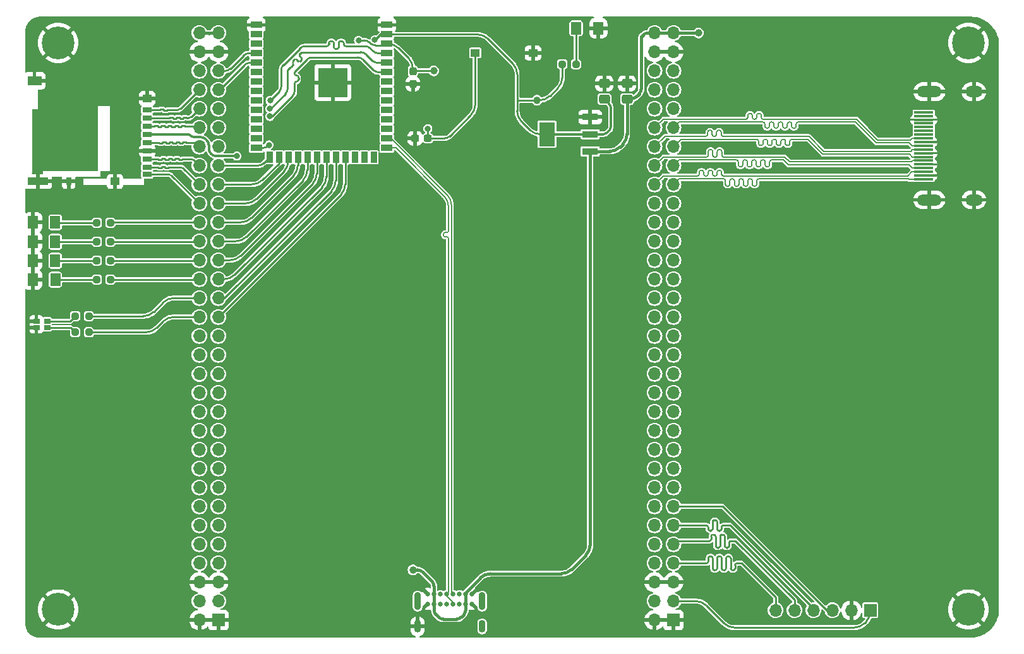
<source format=gbr>
%TF.GenerationSoftware,KiCad,Pcbnew,8.0.7*%
%TF.CreationDate,2025-01-16T18:05:49-08:00*%
%TF.ProjectId,expansionboardA,65787061-6e73-4696-9f6e-626f61726441,3*%
%TF.SameCoordinates,Original*%
%TF.FileFunction,Copper,L2,Bot*%
%TF.FilePolarity,Positive*%
%FSLAX46Y46*%
G04 Gerber Fmt 4.6, Leading zero omitted, Abs format (unit mm)*
G04 Created by KiCad (PCBNEW 8.0.7) date 2025-01-16 18:05:49*
%MOMM*%
%LPD*%
G01*
G04 APERTURE LIST*
G04 Aperture macros list*
%AMRoundRect*
0 Rectangle with rounded corners*
0 $1 Rounding radius*
0 $2 $3 $4 $5 $6 $7 $8 $9 X,Y pos of 4 corners*
0 Add a 4 corners polygon primitive as box body*
4,1,4,$2,$3,$4,$5,$6,$7,$8,$9,$2,$3,0*
0 Add four circle primitives for the rounded corners*
1,1,$1+$1,$2,$3*
1,1,$1+$1,$4,$5*
1,1,$1+$1,$6,$7*
1,1,$1+$1,$8,$9*
0 Add four rect primitives between the rounded corners*
20,1,$1+$1,$2,$3,$4,$5,0*
20,1,$1+$1,$4,$5,$6,$7,0*
20,1,$1+$1,$6,$7,$8,$9,0*
20,1,$1+$1,$8,$9,$2,$3,0*%
G04 Aperture macros list end*
%TA.AperFunction,ComponentPad*%
%ADD10C,4.400000*%
%TD*%
%TA.AperFunction,ComponentPad*%
%ADD11R,1.700000X1.700000*%
%TD*%
%TA.AperFunction,ComponentPad*%
%ADD12O,1.700000X1.700000*%
%TD*%
%TA.AperFunction,ComponentPad*%
%ADD13C,0.650000*%
%TD*%
%TA.AperFunction,ComponentPad*%
%ADD14O,0.900000X1.700000*%
%TD*%
%TA.AperFunction,ComponentPad*%
%ADD15O,0.900000X2.400000*%
%TD*%
%TA.AperFunction,SMDPad,CuDef*%
%ADD16R,0.850000X0.650000*%
%TD*%
%TA.AperFunction,SMDPad,CuDef*%
%ADD17C,1.000000*%
%TD*%
%TA.AperFunction,SMDPad,CuDef*%
%ADD18RoundRect,0.237500X-0.250000X-0.237500X0.250000X-0.237500X0.250000X0.237500X-0.250000X0.237500X0*%
%TD*%
%TA.AperFunction,SMDPad,CuDef*%
%ADD19R,2.150000X0.950000*%
%TD*%
%TA.AperFunction,SMDPad,CuDef*%
%ADD20R,2.150000X3.250000*%
%TD*%
%TA.AperFunction,SMDPad,CuDef*%
%ADD21RoundRect,0.237500X-0.237500X0.300000X-0.237500X-0.300000X0.237500X-0.300000X0.237500X0.300000X0*%
%TD*%
%TA.AperFunction,SMDPad,CuDef*%
%ADD22R,1.500000X0.900000*%
%TD*%
%TA.AperFunction,SMDPad,CuDef*%
%ADD23R,0.900000X1.500000*%
%TD*%
%TA.AperFunction,HeatsinkPad*%
%ADD24C,0.600000*%
%TD*%
%TA.AperFunction,SMDPad,CuDef*%
%ADD25R,3.900000X3.900000*%
%TD*%
%TA.AperFunction,SMDPad,CuDef*%
%ADD26RoundRect,0.237500X0.250000X0.237500X-0.250000X0.237500X-0.250000X-0.237500X0.250000X-0.237500X0*%
%TD*%
%TA.AperFunction,SMDPad,CuDef*%
%ADD27RoundRect,0.237500X0.300000X0.237500X-0.300000X0.237500X-0.300000X-0.237500X0.300000X-0.237500X0*%
%TD*%
%TA.AperFunction,SMDPad,CuDef*%
%ADD28RoundRect,0.250001X-0.462499X-0.624999X0.462499X-0.624999X0.462499X0.624999X-0.462499X0.624999X0*%
%TD*%
%TA.AperFunction,SMDPad,CuDef*%
%ADD29R,1.200000X0.700000*%
%TD*%
%TA.AperFunction,SMDPad,CuDef*%
%ADD30R,1.200000X1.000000*%
%TD*%
%TA.AperFunction,SMDPad,CuDef*%
%ADD31R,2.800000X1.000000*%
%TD*%
%TA.AperFunction,SMDPad,CuDef*%
%ADD32R,1.900000X1.300000*%
%TD*%
%TA.AperFunction,SMDPad,CuDef*%
%ADD33R,0.800000X1.000000*%
%TD*%
%TA.AperFunction,SMDPad,CuDef*%
%ADD34RoundRect,0.250000X0.475000X-0.337500X0.475000X0.337500X-0.475000X0.337500X-0.475000X-0.337500X0*%
%TD*%
%TA.AperFunction,SMDPad,CuDef*%
%ADD35R,2.600000X0.298000*%
%TD*%
%TA.AperFunction,ComponentPad*%
%ADD36O,3.300000X1.500000*%
%TD*%
%TA.AperFunction,ComponentPad*%
%ADD37O,2.300000X1.500000*%
%TD*%
%TA.AperFunction,SMDPad,CuDef*%
%ADD38RoundRect,0.250001X0.462499X0.624999X-0.462499X0.624999X-0.462499X-0.624999X0.462499X-0.624999X0*%
%TD*%
%TA.AperFunction,SMDPad,CuDef*%
%ADD39R,1.250000X1.000000*%
%TD*%
%TA.AperFunction,ViaPad*%
%ADD40C,0.800000*%
%TD*%
%TA.AperFunction,Conductor*%
%ADD41C,0.200000*%
%TD*%
%TA.AperFunction,Conductor*%
%ADD42C,0.250000*%
%TD*%
%TA.AperFunction,Conductor*%
%ADD43C,0.400000*%
%TD*%
%TA.AperFunction,Conductor*%
%ADD44C,0.300000*%
%TD*%
G04 APERTURE END LIST*
D10*
%TO.P,REF\u002A\u002A,1*%
%TO.N,GND*%
X148750000Y-120500000D03*
%TD*%
D11*
%TO.P,JTAG1,1,Pin_1*%
%TO.N,VCC*%
X135600000Y-120600000D03*
D12*
%TO.P,JTAG1,2,Pin_2*%
%TO.N,GND*%
X133060000Y-120600000D03*
%TO.P,JTAG1,3,Pin_3*%
%TO.N,TCK*%
X130520000Y-120600000D03*
%TO.P,JTAG1,4,Pin_4*%
%TO.N,TDO*%
X127980000Y-120600000D03*
%TO.P,JTAG1,5,Pin_5*%
%TO.N,TDI*%
X125440000Y-120600000D03*
%TO.P,JTAG1,6,Pin_6*%
%TO.N,TMS*%
X122900000Y-120600000D03*
%TD*%
D10*
%TO.P,REF\u002A\u002A,1*%
%TO.N,GND*%
X26750000Y-120500000D03*
%TD*%
%TO.P,REF\u002A\u002A,1*%
%TO.N,GND*%
X26750000Y-44500000D03*
%TD*%
D13*
%TO.P,J1,A1,GND*%
%TO.N,GND*%
X76276470Y-118395464D03*
%TO.P,J1,A4,VBUS*%
%TO.N,5V*%
X77126470Y-118395464D03*
%TO.P,J1,A5,CC1*%
%TO.N,unconnected-(J1-CC1-PadA5)*%
X77976470Y-118395464D03*
%TO.P,J1,A6,D+*%
%TO.N,ESP2D_P*%
X78826470Y-118395464D03*
%TO.P,J1,A7,D-*%
%TO.N,ESP2D_N*%
X79676470Y-118395464D03*
%TO.P,J1,A8,SBU1*%
%TO.N,unconnected-(J1-SBU1-PadA8)*%
X80526470Y-118395464D03*
%TO.P,J1,A9,VBUS*%
%TO.N,5V*%
X81376470Y-118395464D03*
%TO.P,J1,A12,GND*%
%TO.N,GND*%
X82226470Y-118395464D03*
%TO.P,J1,B1,GND*%
X82226470Y-119745464D03*
%TO.P,J1,B4,VBUS*%
%TO.N,5V*%
X81376470Y-119745464D03*
%TO.P,J1,B5,CC2*%
%TO.N,unconnected-(J1-CC2-PadB5)*%
X80526470Y-119745464D03*
%TO.P,J1,B6,D+*%
%TO.N,ESP2D_P*%
X79676470Y-119745464D03*
%TO.P,J1,B7,D-*%
%TO.N,ESP2D_N*%
X78826470Y-119745464D03*
%TO.P,J1,B8,SBU2*%
%TO.N,unconnected-(J1-SBU2-PadB8)*%
X77976470Y-119745464D03*
%TO.P,J1,B9,VBUS*%
%TO.N,5V*%
X77126470Y-119745464D03*
%TO.P,J1,B12,GND*%
%TO.N,GND*%
X76276470Y-119745464D03*
D14*
%TO.P,J1,S1,SHIELD*%
X74926470Y-122755464D03*
%TO.P,J1,S2*%
%TO.N,N/C*%
X83576470Y-122755464D03*
D15*
%TO.P,J1,S3*%
X74926470Y-119375464D03*
%TO.P,J1,S4*%
X83576470Y-119375464D03*
%TD*%
D10*
%TO.P,REF\u002A\u002A,1*%
%TO.N,GND*%
X148750000Y-44500000D03*
%TD*%
D16*
%TO.P,U3,P$1*%
%TO.N,Net-(R2-Pad2)*%
X25273000Y-81827000D03*
%TO.P,U3,P$2*%
%TO.N,Net-(R7-Pad2)*%
X25273000Y-82677000D03*
%TO.P,U3,P$3*%
%TO.N,GND*%
X23823000Y-81827000D03*
%TO.P,U3,P$4*%
X23823000Y-82677000D03*
%TD*%
D17*
%TO.P,tEN1,1,1*%
%TO.N,ESP_RST*%
X77089000Y-48260000D03*
%TD*%
D18*
%TO.P,R1,1*%
%TO.N,REG3V3*%
X94314000Y-47371000D03*
%TO.P,R1,2*%
%TO.N,Net-(D1-A)*%
X96139000Y-47371000D03*
%TD*%
D19*
%TO.P,VR1,1,GND*%
%TO.N,GND*%
X98044000Y-54455000D03*
%TO.P,VR1,2,VOUT_2*%
%TO.N,REG3V3*%
X98044000Y-56755000D03*
%TO.P,VR1,3,VIN*%
%TO.N,5V*%
X98044000Y-59055000D03*
D20*
%TO.P,VR1,4,VOUT_4*%
%TO.N,REG3V3*%
X92244000Y-56755000D03*
%TD*%
D11*
%TO.P,U2,1,Pin_1*%
%TO.N,GND*%
X48220000Y-121920000D03*
D12*
%TO.P,U2,2,Pin_2*%
X45680000Y-121920000D03*
%TO.P,U2,3,Pin_3*%
%TO.N,3V3*%
X48220000Y-119380000D03*
%TO.P,U2,4,Pin_4*%
X45680000Y-119380000D03*
%TO.P,U2,5,Pin_5*%
%TO.N,GND*%
X48220000Y-116840000D03*
%TO.P,U2,6,Pin_6*%
X45680000Y-116840000D03*
%TO.P,U2,7,Pin_7*%
%TO.N,unconnected-(U2-Pin_7-Pad7)*%
X48220000Y-114300000D03*
%TO.P,U2,8,Pin_8*%
%TO.N,unconnected-(U2-Pin_8-Pad8)*%
X45680000Y-114300000D03*
%TO.P,U2,9,Pin_9*%
%TO.N,unconnected-(U2-Pin_9-Pad9)*%
X48220000Y-111760000D03*
%TO.P,U2,10,Pin_10*%
%TO.N,unconnected-(U2-Pin_10-Pad10)*%
X45680000Y-111760000D03*
%TO.P,U2,11,Pin_11*%
%TO.N,unconnected-(U2-Pin_11-Pad11)*%
X48220000Y-109220000D03*
%TO.P,U2,12,Pin_12*%
%TO.N,unconnected-(U2-Pin_12-Pad12)*%
X45680000Y-109220000D03*
%TO.P,U2,13,Pin_13*%
%TO.N,unconnected-(U2-Pin_13-Pad13)*%
X48220000Y-106680000D03*
%TO.P,U2,14,Pin_14*%
%TO.N,unconnected-(U2-Pin_14-Pad14)*%
X45680000Y-106680000D03*
%TO.P,U2,15,Pin_15*%
%TO.N,unconnected-(U2-Pin_15-Pad15)*%
X48220000Y-104140000D03*
%TO.P,U2,16,Pin_16*%
%TO.N,unconnected-(U2-Pin_16-Pad16)*%
X45680000Y-104140000D03*
%TO.P,U2,17,Pin_17*%
%TO.N,unconnected-(U2-Pin_17-Pad17)*%
X48220000Y-101600000D03*
%TO.P,U2,18,Pin_18*%
%TO.N,unconnected-(U2-Pin_18-Pad18)*%
X45680000Y-101600000D03*
%TO.P,U2,19,Pin_19*%
%TO.N,unconnected-(U2-Pin_19-Pad19)*%
X48220000Y-99060000D03*
%TO.P,U2,20,Pin_20*%
%TO.N,unconnected-(U2-Pin_20-Pad20)*%
X45680000Y-99060000D03*
%TO.P,U2,21,Pin_21*%
%TO.N,unconnected-(U2-Pin_21-Pad21)*%
X48220000Y-96520000D03*
%TO.P,U2,22,Pin_22*%
%TO.N,unconnected-(U2-Pin_22-Pad22)*%
X45680000Y-96520000D03*
%TO.P,U2,23,Pin_23*%
%TO.N,unconnected-(U2-Pin_23-Pad23)*%
X48220000Y-93980000D03*
%TO.P,U2,24,Pin_24*%
%TO.N,unconnected-(U2-Pin_24-Pad24)*%
X45680000Y-93980000D03*
%TO.P,U2,25,Pin_25*%
%TO.N,unconnected-(U2-Pin_25-Pad25)*%
X48220000Y-91440000D03*
%TO.P,U2,26,Pin_26*%
%TO.N,unconnected-(U2-Pin_26-Pad26)*%
X45680000Y-91440000D03*
%TO.P,U2,27,Pin_27*%
%TO.N,unconnected-(U2-Pin_27-Pad27)*%
X48220000Y-88920000D03*
%TO.P,U2,28,Pin_28*%
%TO.N,unconnected-(U2-Pin_28-Pad28)*%
X45680000Y-88920000D03*
%TO.P,U2,29,Pin_29*%
%TO.N,unconnected-(U2-Pin_29-Pad29)*%
X48220000Y-86360000D03*
%TO.P,U2,30,Pin_30*%
%TO.N,unconnected-(U2-Pin_30-Pad30)*%
X45680000Y-86360000D03*
%TO.P,U2,31,Pin_31*%
%TO.N,unconnected-(U2-Pin_31-Pad31)*%
X48220000Y-83820000D03*
%TO.P,U2,32,Pin_32*%
%TO.N,unconnected-(U2-Pin_32-Pad32)*%
X45680000Y-83820000D03*
%TO.P,U2,33,Pin_33*%
%TO.N,IO10*%
X48220000Y-81280000D03*
%TO.P,U2,34,Pin_34*%
%TO.N,STAT_R1*%
X45680000Y-81280000D03*
%TO.P,U2,35,Pin_35*%
%TO.N,IO11*%
X48220000Y-78740000D03*
%TO.P,U2,36,Pin_36*%
%TO.N,STAT_G1*%
X45680000Y-78740000D03*
%TO.P,U2,37,Pin_37*%
%TO.N,IO12*%
X48220000Y-76200000D03*
%TO.P,U2,38,Pin_38*%
%TO.N,LED0*%
X45680000Y-76200000D03*
%TO.P,U2,39,Pin_39*%
%TO.N,IO13*%
X48220000Y-73660000D03*
%TO.P,U2,40,Pin_40*%
%TO.N,LED1*%
X45680000Y-73660000D03*
%TO.P,U2,41,Pin_41*%
%TO.N,IO14*%
X48220000Y-71120000D03*
%TO.P,U2,42,Pin_42*%
%TO.N,LED2*%
X45680000Y-71120000D03*
%TO.P,U2,43,Pin_43*%
%TO.N,IO21*%
X48220000Y-68580000D03*
%TO.P,U2,44,Pin_44*%
%TO.N,LED3*%
X45680000Y-68580000D03*
%TO.P,U2,45,Pin_45*%
%TO.N,IO47*%
X48220000Y-66040000D03*
%TO.P,U2,46,Pin_46*%
%TO.N,SDSWTCH*%
X45680000Y-66040000D03*
%TO.P,U2,47,Pin_47*%
%TO.N,IO48*%
X48220000Y-63500000D03*
%TO.P,U2,48,Pin_48*%
%TO.N,SDDAT1*%
X45680000Y-63500000D03*
%TO.P,U2,49,Pin_49*%
%TO.N,CPU_RESET*%
X48220000Y-60960000D03*
%TO.P,U2,50,Pin_50*%
%TO.N,SDDAT0*%
X45680000Y-60960000D03*
%TO.P,U2,51,Pin_51*%
%TO.N,S3_MCLK*%
X48220000Y-58420000D03*
%TO.P,U2,52,Pin_52*%
%TO.N,SDCLK*%
X45680000Y-58420000D03*
%TO.P,U2,53,Pin_53*%
%TO.N,S3_MOSI*%
X48220000Y-55880000D03*
%TO.P,U2,54,Pin_54*%
%TO.N,SDCMD*%
X45680000Y-55880000D03*
%TO.P,U2,55,Pin_55*%
%TO.N,S3_MISO*%
X48220000Y-53340000D03*
%TO.P,U2,56,Pin_56*%
%TO.N,SDDAT3*%
X45680000Y-53340000D03*
%TO.P,U2,57,Pin_57*%
%TO.N,RXD1*%
X48220000Y-50800000D03*
%TO.P,U2,58,Pin_58*%
%TO.N,SDDAT2*%
X45680000Y-50800000D03*
%TO.P,U2,59,Pin_59*%
%TO.N,TXD1*%
X48220000Y-48260000D03*
%TO.P,U2,60,Pin_60*%
%TO.N,ESP_RST*%
X45680000Y-48260000D03*
%TO.P,U2,61,Pin_61*%
%TO.N,GND*%
X48220000Y-45720000D03*
%TO.P,U2,62,Pin_62*%
X45680000Y-45720000D03*
%TO.P,U2,63,Pin_63*%
%TO.N,5V*%
X48220000Y-43180000D03*
%TO.P,U2,64,Pin_64*%
X45680000Y-43180000D03*
%TD*%
D11*
%TO.P,U4,1,Pin_1*%
%TO.N,GND*%
X109220000Y-121920000D03*
D12*
%TO.P,U4,2,Pin_2*%
X106680000Y-121920000D03*
%TO.P,U4,3,Pin_3*%
%TO.N,VCC*%
X109220000Y-119380000D03*
%TO.P,U4,4,Pin_4*%
X106680000Y-119380000D03*
%TO.P,U4,5,Pin_5*%
%TO.N,GND*%
X109220000Y-116840000D03*
%TO.P,U4,6,Pin_6*%
X106680000Y-116840000D03*
%TO.P,U4,7,Pin_7*%
%TO.N,TMS*%
X109220000Y-114300000D03*
%TO.P,U4,8,Pin_8*%
%TO.N,unconnected-(U4-Pin_8-Pad8)*%
X106680000Y-114300000D03*
%TO.P,U4,9,Pin_9*%
%TO.N,TDI*%
X109220000Y-111760000D03*
%TO.P,U4,10,Pin_10*%
%TO.N,unconnected-(U4-Pin_10-Pad10)*%
X106680000Y-111760000D03*
%TO.P,U4,11,Pin_11*%
%TO.N,TDO*%
X109220000Y-109220000D03*
%TO.P,U4,12,Pin_12*%
%TO.N,unconnected-(U4-Pin_12-Pad12)*%
X106680000Y-109220000D03*
%TO.P,U4,13,Pin_13*%
%TO.N,TCK*%
X109220000Y-106680000D03*
%TO.P,U4,14,Pin_14*%
%TO.N,GPI*%
X106680000Y-106680000D03*
%TO.P,U4,15,Pin_15*%
%TO.N,unconnected-(U4-Pin_15-Pad15)*%
X109220000Y-104140000D03*
%TO.P,U4,16,Pin_16*%
%TO.N,unconnected-(U4-Pin_16-Pad16)*%
X106680000Y-104140000D03*
%TO.P,U4,17,Pin_17*%
%TO.N,AU_SDIN*%
X109220000Y-101600000D03*
%TO.P,U4,18,Pin_18*%
%TO.N,unconnected-(U4-Pin_18-Pad18)*%
X106680000Y-101600000D03*
%TO.P,U4,19,Pin_19*%
%TO.N,AU_SCLK*%
X109220000Y-99060000D03*
%TO.P,U4,20,Pin_20*%
%TO.N,unconnected-(U4-Pin_20-Pad20)*%
X106680000Y-99060000D03*
%TO.P,U4,21,Pin_21*%
%TO.N,AU_LRCLK*%
X109220000Y-96520000D03*
%TO.P,U4,22,Pin_22*%
%TO.N,unconnected-(U4-Pin_22-Pad22)*%
X106680000Y-96520000D03*
%TO.P,U4,23,Pin_23*%
%TO.N,AU_MCLK*%
X109220000Y-93980000D03*
%TO.P,U4,24,Pin_24*%
%TO.N,unconnected-(U4-Pin_24-Pad24)*%
X106680000Y-93980000D03*
%TO.P,U4,25,Pin_25*%
%TO.N,unconnected-(U4-Pin_25-Pad25)*%
X109220000Y-91440000D03*
%TO.P,U4,26,Pin_26*%
%TO.N,unconnected-(U4-Pin_26-Pad26)*%
X106680000Y-91440000D03*
%TO.P,U4,27,Pin_27*%
%TO.N,unconnected-(U4-Pin_27-Pad27)*%
X109220000Y-88900000D03*
%TO.P,U4,28,Pin_28*%
%TO.N,unconnected-(U4-Pin_28-Pad28)*%
X106680000Y-88900000D03*
%TO.P,U4,29,Pin_29*%
%TO.N,unconnected-(U4-Pin_29-Pad29)*%
X109220000Y-86360000D03*
%TO.P,U4,30,Pin_30*%
%TO.N,unconnected-(U4-Pin_30-Pad30)*%
X106680000Y-86360000D03*
%TO.P,U4,31,Pin_31*%
%TO.N,unconnected-(U4-Pin_31-Pad31)*%
X109220000Y-83820000D03*
%TO.P,U4,32,Pin_32*%
%TO.N,unconnected-(U4-Pin_32-Pad32)*%
X106680000Y-83820000D03*
%TO.P,U4,33,Pin_33*%
%TO.N,unconnected-(U4-Pin_33-Pad33)*%
X109220000Y-81280000D03*
%TO.P,U4,34,Pin_34*%
%TO.N,unconnected-(U4-Pin_34-Pad34)*%
X106680000Y-81280000D03*
%TO.P,U4,35,Pin_35*%
%TO.N,unconnected-(U4-Pin_35-Pad35)*%
X109220000Y-78740000D03*
%TO.P,U4,36,Pin_36*%
%TO.N,unconnected-(U4-Pin_36-Pad36)*%
X106680000Y-78740000D03*
%TO.P,U4,37,Pin_37*%
%TO.N,unconnected-(U4-Pin_37-Pad37)*%
X109220000Y-76200000D03*
%TO.P,U4,38,Pin_38*%
%TO.N,unconnected-(U4-Pin_38-Pad38)*%
X106680000Y-76200000D03*
%TO.P,U4,39,Pin_39*%
%TO.N,unconnected-(U4-Pin_39-Pad39)*%
X109220000Y-73660000D03*
%TO.P,U4,40,Pin_40*%
%TO.N,unconnected-(U4-Pin_40-Pad40)*%
X106680000Y-73660000D03*
%TO.P,U4,41,Pin_41*%
%TO.N,unconnected-(U4-Pin_41-Pad41)*%
X109220000Y-71120000D03*
%TO.P,U4,42,Pin_42*%
%TO.N,unconnected-(U4-Pin_42-Pad42)*%
X106680000Y-71120000D03*
%TO.P,U4,43,Pin_43*%
%TO.N,unconnected-(U4-Pin_43-Pad43)*%
X109220000Y-68580000D03*
%TO.P,U4,44,Pin_44*%
%TO.N,unconnected-(U4-Pin_44-Pad44)*%
X106680000Y-68580000D03*
%TO.P,U4,45,Pin_45*%
%TO.N,unconnected-(U4-Pin_45-Pad45)*%
X109220000Y-66040000D03*
%TO.P,U4,46,Pin_46*%
%TO.N,unconnected-(U4-Pin_46-Pad46)*%
X106680000Y-66040000D03*
%TO.P,U4,47,Pin_47*%
%TO.N,D2_P*%
X109220000Y-63500000D03*
%TO.P,U4,48,Pin_48*%
%TO.N,D2_N*%
X106680000Y-63500000D03*
%TO.P,U4,49,Pin_49*%
%TO.N,D1_P*%
X109220000Y-60960000D03*
%TO.P,U4,50,Pin_50*%
%TO.N,D1_N*%
X106680000Y-60960000D03*
%TO.P,U4,51,Pin_51*%
%TO.N,D0_P*%
X109220000Y-58420000D03*
%TO.P,U4,52,Pin_52*%
%TO.N,D0_N*%
X106680000Y-58420000D03*
%TO.P,U4,53,Pin_53*%
%TO.N,CK_P*%
X109220000Y-55880000D03*
%TO.P,U4,54,Pin_54*%
%TO.N,CK_N*%
X106680000Y-55880000D03*
%TO.P,U4,55,Pin_55*%
%TO.N,unconnected-(U4-Pin_55-Pad55)*%
X109220000Y-53340000D03*
%TO.P,U4,56,Pin_56*%
%TO.N,unconnected-(U4-Pin_56-Pad56)*%
X106680000Y-53340000D03*
%TO.P,U4,57,Pin_57*%
%TO.N,unconnected-(U4-Pin_57-Pad57)*%
X109220000Y-50800000D03*
%TO.P,U4,58,Pin_58*%
%TO.N,unconnected-(U4-Pin_58-Pad58)*%
X106680000Y-50800000D03*
%TO.P,U4,59,Pin_59*%
%TO.N,unconnected-(U4-Pin_59-Pad59)*%
X109220000Y-48260000D03*
%TO.P,U4,60,Pin_60*%
%TO.N,unconnected-(U4-Pin_60-Pad60)*%
X106680000Y-48260000D03*
%TO.P,U4,61,Pin_61*%
%TO.N,GND*%
X109220000Y-45720000D03*
%TO.P,U4,62,Pin_62*%
X106680000Y-45720000D03*
%TO.P,U4,63,Pin_63*%
%TO.N,5V*%
X109220000Y-43180000D03*
%TO.P,U4,64,Pin_64*%
X106680000Y-43180000D03*
%TD*%
D21*
%TO.P,C4,1*%
%TO.N,ESP_RST*%
X74295000Y-48286500D03*
%TO.P,C4,2*%
%TO.N,GND*%
X74295000Y-50011500D03*
%TD*%
D22*
%TO.P,U1,1,GND*%
%TO.N,GND*%
X70800000Y-42100000D03*
%TO.P,U1,2,3V3*%
%TO.N,REG3V3*%
X70800000Y-43370000D03*
%TO.P,U1,3,EN*%
%TO.N,ESP_RST*%
X70800000Y-44640000D03*
%TO.P,U1,4,IO4*%
%TO.N,S3_MISO*%
X70800000Y-45910000D03*
%TO.P,U1,5,IO5*%
%TO.N,S3_MOSI*%
X70800000Y-47180000D03*
%TO.P,U1,6,IO6*%
%TO.N,S3_MCLK*%
X70800000Y-48450000D03*
%TO.P,U1,7,IO7*%
%TO.N,unconnected-(U1-IO7-Pad7)*%
X70800000Y-49720000D03*
%TO.P,U1,8,IO15*%
%TO.N,unconnected-(U1-IO15-Pad8)*%
X70800000Y-50990000D03*
%TO.P,U1,9,IO16*%
%TO.N,unconnected-(U1-IO16-Pad9)*%
X70800000Y-52260000D03*
%TO.P,U1,10,IO17*%
%TO.N,unconnected-(U1-IO17-Pad10)*%
X70800000Y-53530000D03*
%TO.P,U1,11,IO18*%
%TO.N,unconnected-(U1-IO18-Pad11)*%
X70800000Y-54800000D03*
%TO.P,U1,12,IO8*%
%TO.N,unconnected-(U1-IO8-Pad12)*%
X70800000Y-56070000D03*
%TO.P,U1,13,IO19*%
%TO.N,ESP2D_N*%
X70800000Y-57340000D03*
%TO.P,U1,14,IO20*%
%TO.N,ESP2D_P*%
X70800000Y-58610000D03*
D23*
%TO.P,U1,15,IO3*%
%TO.N,unconnected-(U1-IO3-Pad15)*%
X69035000Y-59860000D03*
%TO.P,U1,16,IO46*%
%TO.N,unconnected-(U1-IO46-Pad16)*%
X67765000Y-59860000D03*
%TO.P,U1,17,IO9*%
%TO.N,unconnected-(U1-IO9-Pad17)*%
X66495000Y-59860000D03*
%TO.P,U1,18,IO10*%
%TO.N,IO10*%
X65225000Y-59860000D03*
%TO.P,U1,19,IO11*%
%TO.N,IO11*%
X63955000Y-59860000D03*
%TO.P,U1,20,IO12*%
%TO.N,IO12*%
X62685000Y-59860000D03*
%TO.P,U1,21,IO13*%
%TO.N,IO13*%
X61415000Y-59860000D03*
%TO.P,U1,22,IO14*%
%TO.N,IO14*%
X60145000Y-59860000D03*
%TO.P,U1,23,IO21*%
%TO.N,IO21*%
X58875000Y-59860000D03*
%TO.P,U1,24,IO47*%
%TO.N,IO47*%
X57605000Y-59860000D03*
%TO.P,U1,25,IO48*%
%TO.N,IO48*%
X56335000Y-59860000D03*
%TO.P,U1,26,IO45*%
%TO.N,CPU_RESET*%
X55065000Y-59860000D03*
D22*
%TO.P,U1,27,IO0*%
%TO.N,Net-(U1-IO0)*%
X53300000Y-58610000D03*
%TO.P,U1,28,IO35*%
%TO.N,unconnected-(U1-IO35-Pad28)*%
X53300000Y-57340000D03*
%TO.P,U1,29,IO36*%
%TO.N,unconnected-(U1-IO36-Pad29)*%
X53300000Y-56070000D03*
%TO.P,U1,30,IO37*%
%TO.N,unconnected-(U1-IO37-Pad30)*%
X53300000Y-54800000D03*
%TO.P,U1,31,IO38*%
%TO.N,unconnected-(U1-IO38-Pad31)*%
X53300000Y-53530000D03*
%TO.P,U1,32,IO39*%
%TO.N,unconnected-(U1-IO39-Pad32)*%
X53300000Y-52260000D03*
%TO.P,U1,33,IO40*%
%TO.N,unconnected-(U1-IO40-Pad33)*%
X53300000Y-50990000D03*
%TO.P,U1,34,IO41*%
%TO.N,unconnected-(U1-IO41-Pad34)*%
X53300000Y-49720000D03*
%TO.P,U1,35,IO42*%
%TO.N,unconnected-(U1-IO42-Pad35)*%
X53300000Y-48450000D03*
%TO.P,U1,36,RXD0*%
%TO.N,RXD1*%
X53300000Y-47180000D03*
%TO.P,U1,37,TXD0*%
%TO.N,TXD1*%
X53300000Y-45910000D03*
%TO.P,U1,38,IO2*%
%TO.N,unconnected-(U1-IO2-Pad38)*%
X53300000Y-44640000D03*
%TO.P,U1,39,IO1*%
%TO.N,unconnected-(U1-IO1-Pad39)*%
X53300000Y-43370000D03*
%TO.P,U1,40,GND*%
%TO.N,GND*%
X53300000Y-42100000D03*
D24*
%TO.P,U1,41,GND*%
X64950000Y-50520000D03*
X64950000Y-49120000D03*
X64250000Y-51220000D03*
X64250000Y-49820000D03*
X64250000Y-48420000D03*
X63550000Y-50520000D03*
D25*
X63550000Y-49820000D03*
D24*
X63550000Y-49120000D03*
X62850000Y-51220000D03*
X62850000Y-49820000D03*
X62850000Y-48420000D03*
X62150000Y-50520000D03*
X62150000Y-49120000D03*
%TD*%
D26*
%TO.P,R6,1*%
%TO.N,LED3*%
X33750000Y-68630000D03*
%TO.P,R6,2*%
%TO.N,Net-(D5-A)*%
X31925000Y-68630000D03*
%TD*%
D27*
%TO.P,C5,1*%
%TO.N,Net-(U1-IO0)*%
X76300000Y-57300000D03*
%TO.P,C5,2*%
%TO.N,GND*%
X74575000Y-57300000D03*
%TD*%
D28*
%TO.P,D4,1,K*%
%TO.N,GND*%
X23387500Y-71170000D03*
%TO.P,D4,2,A*%
%TO.N,Net-(D4-A)*%
X26362500Y-71170000D03*
%TD*%
D29*
%TO.P,CRD1,1,DAT2*%
%TO.N,SDDAT2*%
X38671200Y-53492000D03*
%TO.P,CRD1,2,CD/DAT3*%
%TO.N,SDDAT3*%
X38671200Y-54592000D03*
%TO.P,CRD1,3,CMD*%
%TO.N,SDCMD*%
X38671200Y-55692000D03*
%TO.P,CRD1,4,VDD*%
%TO.N,REG3V3*%
X38671200Y-56792000D03*
%TO.P,CRD1,5,CLK*%
%TO.N,SDCLK*%
X38671200Y-57892000D03*
%TO.P,CRD1,6,VSS*%
%TO.N,GND*%
X38671200Y-58992000D03*
%TO.P,CRD1,7,DAT0*%
%TO.N,SDDAT0*%
X38671200Y-60092000D03*
%TO.P,CRD1,8,DAT1*%
%TO.N,SDDAT1*%
X38671200Y-61192000D03*
D30*
%TO.P,CRD1,P1,SHIELD*%
%TO.N,GND*%
X34371200Y-63092000D03*
D31*
%TO.P,CRD1,P2,SHIELD*%
X24021200Y-63092000D03*
D32*
%TO.P,CRD1,P3,SHIELD*%
X23571200Y-49592000D03*
D30*
%TO.P,CRD1,P4,SHIELD*%
X38671200Y-51942000D03*
D33*
%TO.P,CRD1,SWA*%
X28171200Y-63092000D03*
D29*
%TO.P,CRD1,SWB*%
%TO.N,SDSWTCH*%
X38671200Y-62142000D03*
%TD*%
D34*
%TO.P,C6,1*%
%TO.N,REG3V3*%
X99949000Y-52042000D03*
%TO.P,C6,2*%
%TO.N,GND*%
X99949000Y-49967000D03*
%TD*%
D35*
%TO.P,J2,1,1*%
%TO.N,D2_P*%
X142759000Y-62804000D03*
%TO.P,J2,2,2*%
%TO.N,GND*%
X142759000Y-62304000D03*
%TO.P,J2,3,3*%
%TO.N,D2_N*%
X142759000Y-61804000D03*
%TO.P,J2,4,4*%
%TO.N,D1_P*%
X142759000Y-61304000D03*
%TO.P,J2,5,5*%
%TO.N,GND*%
X142759000Y-60804000D03*
%TO.P,J2,6,6*%
%TO.N,D1_N*%
X142759000Y-60304000D03*
%TO.P,J2,7,7*%
%TO.N,D0_P*%
X142759000Y-59804000D03*
%TO.P,J2,8,8*%
%TO.N,GND*%
X142759000Y-59304000D03*
%TO.P,J2,9,9*%
%TO.N,D0_N*%
X142759000Y-58804000D03*
%TO.P,J2,10,10*%
%TO.N,CK_P*%
X142759000Y-58304000D03*
%TO.P,J2,11,11*%
%TO.N,GND*%
X142759000Y-57804000D03*
%TO.P,J2,12,12*%
%TO.N,CK_N*%
X142759000Y-57304000D03*
%TO.P,J2,13,13*%
%TO.N,unconnected-(J2-Pad13)*%
X142759000Y-56804000D03*
%TO.P,J2,14,14*%
%TO.N,unconnected-(J2-Pad14)*%
X142759000Y-56304000D03*
%TO.P,J2,15,15*%
%TO.N,unconnected-(J2-Pad15)*%
X142759000Y-55804000D03*
%TO.P,J2,16,16*%
%TO.N,unconnected-(J2-Pad16)*%
X142759000Y-55304000D03*
%TO.P,J2,17,17*%
%TO.N,GND*%
X142759000Y-54804000D03*
%TO.P,J2,18,18*%
%TO.N,unconnected-(J2-Pad18)*%
X142759000Y-54304000D03*
%TO.P,J2,19,19*%
%TO.N,unconnected-(J2-Pad19)*%
X142759000Y-53804000D03*
D36*
%TO.P,J2,SH1,SHIELD1*%
%TO.N,GND*%
X143519000Y-65554000D03*
%TO.P,J2,SH2,SHIELD2*%
X143519000Y-51054000D03*
D37*
%TO.P,J2,SH3,SHIELD3*%
X149479000Y-65554000D03*
%TO.P,J2,SH4,SHIELD4*%
X149479000Y-51054000D03*
%TD*%
D26*
%TO.P,R4,1*%
%TO.N,LED1*%
X33750000Y-73710000D03*
%TO.P,R4,2*%
%TO.N,Net-(D3-A)*%
X31925000Y-73710000D03*
%TD*%
D28*
%TO.P,D5,1,K*%
%TO.N,GND*%
X23387500Y-68581834D03*
%TO.P,D5,2,A*%
%TO.N,Net-(D5-A)*%
X26362500Y-68581834D03*
%TD*%
D17*
%TO.P,t3V3,1,1*%
%TO.N,REG3V3*%
X90932000Y-52197000D03*
%TD*%
D26*
%TO.P,R3,1*%
%TO.N,LED0*%
X33750000Y-76250000D03*
%TO.P,R3,2*%
%TO.N,Net-(D2-A)*%
X31925000Y-76250000D03*
%TD*%
%TO.P,R5,1*%
%TO.N,LED2*%
X33750000Y-71170000D03*
%TO.P,R5,2*%
%TO.N,Net-(D4-A)*%
X31925000Y-71170000D03*
%TD*%
D28*
%TO.P,D2,1,K*%
%TO.N,GND*%
X23389428Y-76267312D03*
%TO.P,D2,2,A*%
%TO.N,Net-(D2-A)*%
X26364428Y-76267312D03*
%TD*%
D17*
%TO.P,t5V0,1,1*%
%TO.N,5V*%
X112572800Y-43180000D03*
%TD*%
D26*
%TO.P,R2,1*%
%TO.N,STAT_G1*%
X30861000Y-81153000D03*
%TO.P,R2,2*%
%TO.N,Net-(R2-Pad2)*%
X29036000Y-81153000D03*
%TD*%
D17*
%TO.P,tPWR1,1,1*%
%TO.N,5V*%
X74295000Y-115189000D03*
%TD*%
D38*
%TO.P,D1,1,K*%
%TO.N,GND*%
X99150500Y-42545000D03*
%TO.P,D1,2,A*%
%TO.N,Net-(D1-A)*%
X96175500Y-42545000D03*
%TD*%
D39*
%TO.P,SW4,1,1*%
%TO.N,GND*%
X90400000Y-45847000D03*
%TO.P,SW4,2,2*%
%TO.N,Net-(U1-IO0)*%
X82650000Y-45847000D03*
%TD*%
D34*
%TO.P,C7,1*%
%TO.N,5V*%
X102997000Y-52042000D03*
%TO.P,C7,2*%
%TO.N,GND*%
X102997000Y-49967000D03*
%TD*%
D26*
%TO.P,R7,1*%
%TO.N,STAT_R1*%
X30861000Y-83312000D03*
%TO.P,R7,2*%
%TO.N,Net-(R7-Pad2)*%
X29036000Y-83312000D03*
%TD*%
D28*
%TO.P,D3,1,K*%
%TO.N,GND*%
X23387500Y-73710000D03*
%TO.P,D3,2,A*%
%TO.N,Net-(D3-A)*%
X26362500Y-73710000D03*
%TD*%
D40*
%TO.N,GND*%
X80391000Y-74930000D03*
X78105000Y-98930000D03*
X35052000Y-59690000D03*
X78105000Y-86930000D03*
X91694000Y-49403000D03*
X78105000Y-104713000D03*
X129413000Y-56642000D03*
X78105000Y-68713000D03*
X123190000Y-61468000D03*
X115316000Y-53467000D03*
X38000000Y-67000000D03*
X50876200Y-45161200D03*
X80391000Y-86930000D03*
X80391000Y-68713000D03*
X42250000Y-59000000D03*
X68100000Y-54400000D03*
X95123000Y-54483000D03*
X80391000Y-104713000D03*
X77343000Y-61849000D03*
X78105000Y-116713000D03*
X23600000Y-88900000D03*
X80391000Y-116713000D03*
X149098000Y-58166000D03*
X78105000Y-110930000D03*
X35814000Y-78740000D03*
X80391000Y-98930000D03*
X115062000Y-81153000D03*
X126492000Y-59182000D03*
X51231800Y-50342800D03*
X128905000Y-115697000D03*
X78613000Y-52451000D03*
X80391000Y-92713000D03*
X62400000Y-41900000D03*
X133858000Y-57912000D03*
X117983000Y-118364000D03*
X78105000Y-92713000D03*
X75565000Y-63627000D03*
X78105000Y-74930000D03*
X132080000Y-64008000D03*
X35535042Y-82252728D03*
X113157000Y-104267000D03*
X100584000Y-66802000D03*
X80391000Y-80713000D03*
X114046000Y-64262000D03*
X138176000Y-56134000D03*
X84455000Y-58801000D03*
X35560000Y-52324000D03*
X78105000Y-80713000D03*
X81407000Y-123063000D03*
X27940000Y-55880000D03*
X129540000Y-53594000D03*
X60250000Y-72750000D03*
X62800000Y-57700000D03*
X80391000Y-110930000D03*
%TO.N,ESP_RST*%
X67005200Y-44170600D03*
%TO.N,Net-(U1-IO0)*%
X55000000Y-58200000D03*
X76300000Y-56000000D03*
%TO.N,REG3V3*%
X50700000Y-59700000D03*
X69200000Y-44100000D03*
%TO.N,S3_MCLK*%
X55126142Y-54373858D03*
%TO.N,S3_MOSI*%
X55137347Y-53337347D03*
%TO.N,S3_MISO*%
X55150000Y-52250000D03*
%TD*%
D41*
%TO.N,D2_P*%
X142759000Y-62804000D02*
X140770000Y-62804000D01*
X115822049Y-62750000D02*
X112978142Y-62750000D01*
X117742049Y-63721996D02*
X117622049Y-63721996D01*
X119782049Y-63481996D02*
X119782049Y-62990000D01*
X116782049Y-62990000D02*
X116782049Y-63481996D01*
X140716000Y-62750000D02*
X120622049Y-62750000D01*
X109970000Y-62750000D02*
X109220000Y-63500000D01*
X140770000Y-62804000D02*
X140716000Y-62750000D01*
X115942049Y-62750000D02*
X115822049Y-62750000D01*
X118582049Y-63481996D02*
X118582049Y-62990000D01*
X119542049Y-62750000D02*
X119422049Y-62750000D01*
X116182049Y-63481996D02*
X116182049Y-62990000D01*
X116542049Y-63721996D02*
X116422049Y-63721996D01*
X117982049Y-62990000D02*
X117982049Y-63481996D01*
X118342049Y-62750000D02*
X118222049Y-62750000D01*
X117142049Y-62750000D02*
X117022049Y-62750000D01*
X118942049Y-63721996D02*
X118822049Y-63721996D01*
X119182049Y-62990000D02*
X119182049Y-63481996D01*
X117382049Y-63481996D02*
X117382049Y-62990000D01*
X120142049Y-63721996D02*
X120022049Y-63721996D01*
X120382049Y-62990000D02*
X120382049Y-63481996D01*
X112978142Y-62750000D02*
X109970000Y-62750000D01*
X119782049Y-62990000D02*
G75*
G03*
X119542049Y-62750051I-239949J0D01*
G01*
X118222049Y-62750000D02*
G75*
G03*
X117982000Y-62990000I-49J-240000D01*
G01*
X120382049Y-63481996D02*
G75*
G02*
X120142049Y-63721949I-239949J-4D01*
G01*
X117382049Y-62990000D02*
G75*
G03*
X117142049Y-62750051I-239949J0D01*
G01*
X117622049Y-63721996D02*
G75*
G02*
X117382004Y-63481996I-49J239996D01*
G01*
X119422049Y-62750000D02*
G75*
G03*
X119182000Y-62990000I-49J-240000D01*
G01*
X120022049Y-63721996D02*
G75*
G02*
X119782004Y-63481996I-49J239996D01*
G01*
X117022049Y-62750000D02*
G75*
G03*
X116782000Y-62990000I-49J-240000D01*
G01*
X120622049Y-62750000D02*
G75*
G03*
X120382000Y-62990000I-49J-240000D01*
G01*
X116182049Y-62990000D02*
G75*
G03*
X115942049Y-62750051I-239949J0D01*
G01*
X118822049Y-63721996D02*
G75*
G02*
X118582004Y-63481996I-49J239996D01*
G01*
X116422049Y-63721996D02*
G75*
G02*
X116182004Y-63481996I-49J239996D01*
G01*
X119182049Y-63481996D02*
G75*
G02*
X118942049Y-63721949I-239949J-4D01*
G01*
X117982049Y-63481996D02*
G75*
G02*
X117742049Y-63721949I-239949J-4D01*
G01*
X116782049Y-63481996D02*
G75*
G02*
X116542049Y-63721949I-239949J-4D01*
G01*
X118582049Y-62990000D02*
G75*
G03*
X118342049Y-62750051I-239949J0D01*
G01*
D42*
%TO.N,SDDAT2*%
X41386000Y-53492000D02*
X42780893Y-53492000D01*
X40886000Y-53542000D02*
X40936000Y-53592000D01*
X40386000Y-53492000D02*
X40486000Y-53392000D01*
X40886000Y-53442000D02*
X40886000Y-53542000D01*
X40936000Y-53592000D02*
X41286000Y-53592000D01*
X40486000Y-53392000D02*
X40836000Y-53392000D01*
X38671200Y-53492000D02*
X40386000Y-53492000D01*
X40836000Y-53392000D02*
X40886000Y-53442000D01*
X41286000Y-53592000D02*
X41386000Y-53492000D01*
X43134447Y-53345553D02*
X45680000Y-50800000D01*
X42780893Y-53492000D02*
G75*
G03*
X43134450Y-53345556I7J500000D01*
G01*
D41*
%TO.N,D2_N*%
X114710644Y-62350000D02*
X114830644Y-62350000D01*
X115310644Y-61607497D02*
X115430644Y-61607497D01*
X114470644Y-61847497D02*
X114470644Y-62110000D01*
X113270644Y-61847497D02*
X113270644Y-62110000D01*
X119590227Y-62350000D02*
X140596000Y-62350000D01*
X113870644Y-62110000D02*
X113870644Y-61847497D01*
X112670644Y-62110000D02*
X112670644Y-61847497D01*
X115670644Y-61847497D02*
X115670644Y-62110000D01*
X140596000Y-62350000D02*
X141142000Y-61804000D01*
X114110644Y-61607497D02*
X114230644Y-61607497D01*
X115070644Y-62110000D02*
X115070644Y-61847497D01*
X116030644Y-62350000D02*
X119590227Y-62350000D01*
X113510644Y-62350000D02*
X113630644Y-62350000D01*
X112910644Y-61607497D02*
X113030644Y-61607497D01*
X141142000Y-61804000D02*
X142759000Y-61804000D01*
X106680000Y-63500000D02*
X107830000Y-62350000D01*
X115910644Y-62350000D02*
X116030644Y-62350000D01*
X107830000Y-62350000D02*
X112430644Y-62350000D01*
X112670644Y-61847497D02*
G75*
G02*
X112910644Y-61607544I239956J-3D01*
G01*
X113870644Y-61847497D02*
G75*
G02*
X114110644Y-61607544I239956J-3D01*
G01*
X115670644Y-62110000D02*
G75*
G03*
X115910644Y-62349956I239956J0D01*
G01*
X114830644Y-62350000D02*
G75*
G03*
X115070600Y-62110000I-44J240000D01*
G01*
X115070644Y-61847497D02*
G75*
G02*
X115310644Y-61607544I239956J-3D01*
G01*
X113270644Y-62110000D02*
G75*
G03*
X113510644Y-62349956I239956J0D01*
G01*
X113030644Y-61607497D02*
G75*
G02*
X113270603Y-61847497I-44J-240003D01*
G01*
X112430644Y-62350000D02*
G75*
G03*
X112670600Y-62110000I-44J240000D01*
G01*
X114470644Y-62110000D02*
G75*
G03*
X114710644Y-62349956I239956J0D01*
G01*
X113630644Y-62350000D02*
G75*
G03*
X113870600Y-62110000I-44J240000D01*
G01*
X114230644Y-61607497D02*
G75*
G02*
X114470603Y-61847497I-44J-240003D01*
G01*
X115430644Y-61607497D02*
G75*
G02*
X115670603Y-61847497I-44J-240003D01*
G01*
%TO.N,D1_P*%
X141210000Y-61304000D02*
X140758000Y-60852000D01*
X140758000Y-60852000D02*
X124606000Y-60852000D01*
X120068772Y-60210000D02*
X119948772Y-60210000D01*
X124606000Y-60852000D02*
X123964000Y-60210000D01*
X117908772Y-60888212D02*
X117908772Y-60450000D01*
X118268772Y-61128212D02*
X118148772Y-61128212D01*
X109970000Y-60210000D02*
X109220000Y-60960000D01*
X120908772Y-60450000D02*
X120908772Y-60888212D01*
X120308772Y-60888212D02*
X120308772Y-60450000D01*
X123964000Y-60210000D02*
X122348772Y-60210000D01*
X117548772Y-60210000D02*
X113862561Y-60210000D01*
X113862561Y-60210000D02*
X109970000Y-60210000D01*
X122108772Y-60450000D02*
X122108772Y-60888212D01*
X118508772Y-60450000D02*
X118508772Y-60888212D01*
X119468772Y-61128212D02*
X119348772Y-61128212D01*
X121268772Y-60210000D02*
X121148772Y-60210000D01*
X121508772Y-60888212D02*
X121508772Y-60450000D01*
X117668772Y-60210000D02*
X117548772Y-60210000D01*
X119108772Y-60888212D02*
X119108772Y-60450000D01*
X142759000Y-61304000D02*
X141210000Y-61304000D01*
X118868772Y-60210000D02*
X118748772Y-60210000D01*
X120668772Y-61128212D02*
X120548772Y-61128212D01*
X121868772Y-61128212D02*
X121748772Y-61128212D01*
X119708772Y-60450000D02*
X119708772Y-60888212D01*
X121148772Y-60210000D02*
G75*
G03*
X120908800Y-60450000I28J-240000D01*
G01*
X120908772Y-60888212D02*
G75*
G02*
X120668772Y-61128172I-239972J12D01*
G01*
X121508772Y-60450000D02*
G75*
G03*
X121268772Y-60210028I-239972J0D01*
G01*
X122348772Y-60210000D02*
G75*
G03*
X122108800Y-60450000I28J-240000D01*
G01*
X118508772Y-60888212D02*
G75*
G02*
X118268772Y-61128172I-239972J12D01*
G01*
X119348772Y-61128212D02*
G75*
G02*
X119108788Y-60888212I28J240012D01*
G01*
X119108772Y-60450000D02*
G75*
G03*
X118868772Y-60210028I-239972J0D01*
G01*
X119948772Y-60210000D02*
G75*
G03*
X119708800Y-60450000I28J-240000D01*
G01*
X117908772Y-60450000D02*
G75*
G03*
X117668772Y-60210028I-239972J0D01*
G01*
X120308772Y-60450000D02*
G75*
G03*
X120068772Y-60210028I-239972J0D01*
G01*
X120548772Y-61128212D02*
G75*
G02*
X120308788Y-60888212I28J240012D01*
G01*
X118748772Y-60210000D02*
G75*
G03*
X118508800Y-60450000I28J-240000D01*
G01*
X119708772Y-60888212D02*
G75*
G02*
X119468772Y-61128172I-239972J12D01*
G01*
X121748772Y-61128212D02*
G75*
G02*
X121508788Y-60888212I28J240012D01*
G01*
X118148772Y-61128212D02*
G75*
G02*
X117908788Y-60888212I28J240012D01*
G01*
X122108772Y-60888212D02*
G75*
G02*
X121868772Y-61128172I-239972J12D01*
G01*
D42*
%TO.N,SDDAT3*%
X43906000Y-54492000D02*
X44006000Y-54592000D01*
X38671200Y-54592000D02*
X41656000Y-54592000D01*
X43006000Y-54492000D02*
X43056000Y-54542000D01*
X43506000Y-54542000D02*
X43556000Y-54492000D01*
X42656000Y-54492000D02*
X43006000Y-54492000D01*
X43106000Y-54692000D02*
X43456000Y-54692000D01*
X43056000Y-54642000D02*
X43106000Y-54692000D01*
X42156000Y-54642000D02*
X42206000Y-54692000D01*
X43056000Y-54542000D02*
X43056000Y-54642000D01*
X43456000Y-54692000D02*
X43506000Y-54642000D01*
X41756000Y-54492000D02*
X42106000Y-54492000D01*
X42606000Y-54642000D02*
X42606000Y-54542000D01*
X42106000Y-54492000D02*
X42156000Y-54542000D01*
X43506000Y-54642000D02*
X43506000Y-54542000D01*
X43556000Y-54492000D02*
X43906000Y-54492000D01*
X42556000Y-54692000D02*
X42606000Y-54642000D01*
X42156000Y-54542000D02*
X42156000Y-54642000D01*
X42606000Y-54542000D02*
X42656000Y-54492000D01*
X44574447Y-54445553D02*
X45680000Y-53340000D01*
X41656000Y-54592000D02*
X41756000Y-54492000D01*
X44006000Y-54592000D02*
X44220893Y-54592000D01*
X42206000Y-54692000D02*
X42556000Y-54692000D01*
X44574447Y-54445553D02*
G75*
G02*
X44220893Y-54591995I-353547J353553D01*
G01*
D41*
%TO.N,D1_N*%
X113891985Y-59570000D02*
X113891985Y-59064649D01*
X121359065Y-59810000D02*
X124129686Y-59810000D01*
X124129686Y-59810000D02*
X124771686Y-60452000D01*
X141159000Y-60452000D02*
X141307000Y-60304000D01*
X141307000Y-60304000D02*
X142759000Y-60304000D01*
X116051985Y-59810000D02*
X121359065Y-59810000D01*
X115931985Y-59810000D02*
X116051985Y-59810000D01*
X115331985Y-58824656D02*
X115451985Y-58824656D01*
X107830000Y-59810000D02*
X113651985Y-59810000D01*
X114491985Y-59064649D02*
X114491985Y-59570000D01*
X115691985Y-59064656D02*
X115691985Y-59570000D01*
X114131985Y-58824649D02*
X114251985Y-58824649D01*
X124771686Y-60452000D02*
X141159000Y-60452000D01*
X106680000Y-60960000D02*
X107830000Y-59810000D01*
X114731985Y-59810000D02*
X114851985Y-59810000D01*
X115091985Y-59570000D02*
X115091985Y-59064656D01*
X115691985Y-59570000D02*
G75*
G03*
X115931985Y-59810015I240015J0D01*
G01*
X113651985Y-59810000D02*
G75*
G03*
X113892000Y-59570000I15J240000D01*
G01*
X115451985Y-58824656D02*
G75*
G02*
X115692044Y-59064656I15J-240044D01*
G01*
X114491985Y-59570000D02*
G75*
G03*
X114731985Y-59810015I240015J0D01*
G01*
X115091985Y-59064656D02*
G75*
G02*
X115331985Y-58824685I240015J-44D01*
G01*
X114851985Y-59810000D02*
G75*
G03*
X115092000Y-59570000I15J240000D01*
G01*
X113891985Y-59064649D02*
G75*
G02*
X114131985Y-58824585I240015J49D01*
G01*
X114251985Y-58824649D02*
G75*
G02*
X114491951Y-59064649I15J-239951D01*
G01*
D42*
%TO.N,SDCMD*%
X39624000Y-55692000D02*
X39724000Y-55592000D01*
X38671200Y-55692000D02*
X39624000Y-55692000D01*
X43324000Y-55592000D02*
X43674000Y-55592000D01*
X41874000Y-55592000D02*
X41924000Y-55642000D01*
X41074000Y-55792000D02*
X41424000Y-55792000D01*
X42324000Y-55792000D02*
X42374000Y-55742000D01*
X41024000Y-55642000D02*
X41024000Y-55742000D01*
X42374000Y-55642000D02*
X42424000Y-55592000D01*
X42774000Y-55592000D02*
X42824000Y-55642000D01*
X41924000Y-55642000D02*
X41924000Y-55742000D01*
X40174000Y-55792000D02*
X40524000Y-55792000D01*
X41424000Y-55792000D02*
X41474000Y-55742000D01*
X40524000Y-55792000D02*
X40574000Y-55742000D01*
X42824000Y-55742000D02*
X42874000Y-55792000D01*
X42424000Y-55592000D02*
X42774000Y-55592000D01*
X43274000Y-55742000D02*
X43274000Y-55642000D01*
X42824000Y-55642000D02*
X42824000Y-55742000D01*
X40124000Y-55742000D02*
X40174000Y-55792000D01*
X41974000Y-55792000D02*
X42324000Y-55792000D01*
X43224000Y-55792000D02*
X43274000Y-55742000D01*
X40124000Y-55642000D02*
X40124000Y-55742000D01*
X41474000Y-55742000D02*
X41474000Y-55642000D01*
X40624000Y-55592000D02*
X40974000Y-55592000D01*
X42874000Y-55792000D02*
X43224000Y-55792000D01*
X43274000Y-55642000D02*
X43324000Y-55592000D01*
X40574000Y-55642000D02*
X40624000Y-55592000D01*
X41474000Y-55642000D02*
X41524000Y-55592000D01*
X41024000Y-55742000D02*
X41074000Y-55792000D01*
X39724000Y-55592000D02*
X40074000Y-55592000D01*
X41924000Y-55742000D02*
X41974000Y-55792000D01*
X40574000Y-55742000D02*
X40574000Y-55642000D01*
X41524000Y-55592000D02*
X41874000Y-55592000D01*
X45638447Y-55838447D02*
X45680000Y-55880000D01*
X43774000Y-55692000D02*
X45284893Y-55692000D01*
X40974000Y-55592000D02*
X41024000Y-55642000D01*
X43674000Y-55592000D02*
X43774000Y-55692000D01*
X40074000Y-55592000D02*
X40124000Y-55642000D01*
X42374000Y-55742000D02*
X42374000Y-55642000D01*
X45638447Y-55838447D02*
G75*
G03*
X45284893Y-55692005I-353547J-353553D01*
G01*
D41*
%TO.N,D0_P*%
X120625202Y-58029452D02*
X120625202Y-57670000D01*
X110210000Y-57430000D02*
X109220000Y-58420000D01*
X123985202Y-57430000D02*
X123865202Y-57430000D01*
X123385202Y-58269452D02*
X123265202Y-58269452D01*
X120985202Y-58269452D02*
X120865202Y-58269452D01*
X121825202Y-58029452D02*
X121825202Y-57670000D01*
X124585202Y-58269452D02*
X124465202Y-58269452D01*
X129228314Y-59436000D02*
X127222314Y-57430000D01*
X121225202Y-57670000D02*
X121225202Y-58029452D01*
X122185202Y-58269452D02*
X122065202Y-58269452D01*
X123625202Y-57670000D02*
X123625202Y-58029452D01*
X124825202Y-57670000D02*
X124825202Y-58029452D01*
X141210000Y-59804000D02*
X140842000Y-59436000D01*
X122425202Y-57670000D02*
X122425202Y-58029452D01*
X124225202Y-58029452D02*
X124225202Y-57670000D01*
X142759000Y-59804000D02*
X141210000Y-59804000D01*
X120385202Y-57430000D02*
X120265202Y-57430000D01*
X115989378Y-57430000D02*
X110210000Y-57430000D01*
X121585202Y-57430000D02*
X121465202Y-57430000D01*
X123025202Y-58029452D02*
X123025202Y-57670000D01*
X122785202Y-57430000D02*
X122665202Y-57430000D01*
X127222314Y-57430000D02*
X125065202Y-57430000D01*
X140842000Y-59436000D02*
X129228314Y-59436000D01*
X120265202Y-57430000D02*
X115989378Y-57430000D01*
X123625202Y-58029452D02*
G75*
G02*
X123385202Y-58269502I-240002J-48D01*
G01*
X125065202Y-57430000D02*
G75*
G03*
X124825200Y-57670000I-2J-240000D01*
G01*
X123865202Y-57430000D02*
G75*
G03*
X123625200Y-57670000I-2J-240000D01*
G01*
X124825202Y-58029452D02*
G75*
G02*
X124585202Y-58269502I-240002J-48D01*
G01*
X122425202Y-58029452D02*
G75*
G02*
X122185202Y-58269502I-240002J-48D01*
G01*
X120625202Y-57670000D02*
G75*
G03*
X120385202Y-57429998I-240002J0D01*
G01*
X124465202Y-58269452D02*
G75*
G02*
X124225248Y-58029452I-2J239952D01*
G01*
X121465202Y-57430000D02*
G75*
G03*
X121225200Y-57670000I-2J-240000D01*
G01*
X121825202Y-57670000D02*
G75*
G03*
X121585202Y-57429998I-240002J0D01*
G01*
X124225202Y-57670000D02*
G75*
G03*
X123985202Y-57429998I-240002J0D01*
G01*
X121225202Y-58029452D02*
G75*
G02*
X120985202Y-58269502I-240002J-48D01*
G01*
X123025202Y-57670000D02*
G75*
G03*
X122785202Y-57429998I-240002J0D01*
G01*
X120865202Y-58269452D02*
G75*
G02*
X120625248Y-58029452I-2J239952D01*
G01*
X123265202Y-58269452D02*
G75*
G02*
X123025248Y-58029452I-2J239952D01*
G01*
X122665202Y-57430000D02*
G75*
G03*
X122425200Y-57670000I-2J-240000D01*
G01*
X122065202Y-58269452D02*
G75*
G02*
X121825248Y-58029452I-2J239952D01*
G01*
D42*
%TO.N,SDCLK*%
X40792000Y-57792000D02*
X40742000Y-57842000D01*
X41642000Y-57942000D02*
X41592000Y-57992000D01*
X42942000Y-57792000D02*
X42592000Y-57792000D01*
X43942000Y-57892000D02*
X43842000Y-57792000D01*
X42492000Y-57992000D02*
X42142000Y-57992000D01*
X41242000Y-57992000D02*
X41192000Y-57942000D01*
X41592000Y-57992000D02*
X41242000Y-57992000D01*
X43442000Y-57942000D02*
X43392000Y-57992000D01*
X40742000Y-57942000D02*
X40692000Y-57992000D01*
X41642000Y-57842000D02*
X41642000Y-57942000D01*
X44944893Y-57892000D02*
X43942000Y-57892000D01*
X42992000Y-57842000D02*
X42942000Y-57792000D01*
X42592000Y-57792000D02*
X42542000Y-57842000D01*
X42042000Y-57792000D02*
X41692000Y-57792000D01*
X40742000Y-57842000D02*
X40742000Y-57942000D01*
X42542000Y-57942000D02*
X42492000Y-57992000D01*
X42992000Y-57942000D02*
X42992000Y-57842000D01*
X40242000Y-57892000D02*
X38671200Y-57892000D01*
X40692000Y-57992000D02*
X40342000Y-57992000D01*
X40342000Y-57992000D02*
X40242000Y-57892000D01*
X41192000Y-57842000D02*
X41142000Y-57792000D01*
X45680000Y-58420000D02*
X45298446Y-58038446D01*
X43392000Y-57992000D02*
X43042000Y-57992000D01*
X43042000Y-57992000D02*
X42992000Y-57942000D01*
X43492000Y-57792000D02*
X43442000Y-57842000D01*
X43842000Y-57792000D02*
X43492000Y-57792000D01*
X43442000Y-57842000D02*
X43442000Y-57942000D01*
X41142000Y-57792000D02*
X40792000Y-57792000D01*
X41692000Y-57792000D02*
X41642000Y-57842000D01*
X41192000Y-57942000D02*
X41192000Y-57842000D01*
X42092000Y-57942000D02*
X42092000Y-57842000D01*
X42542000Y-57842000D02*
X42542000Y-57942000D01*
X42092000Y-57842000D02*
X42042000Y-57792000D01*
X42142000Y-57992000D02*
X42092000Y-57942000D01*
X44944893Y-57892000D02*
G75*
G02*
X45298449Y-58038443I7J-500000D01*
G01*
%TO.N,SDDAT0*%
X41532000Y-60042000D02*
X41582000Y-59992000D01*
X42932000Y-60192000D02*
X43282000Y-60192000D01*
X41982000Y-60142000D02*
X42032000Y-60192000D01*
X41932000Y-59992000D02*
X41982000Y-60042000D01*
X42882000Y-60042000D02*
X42882000Y-60142000D01*
X38671200Y-60092000D02*
X40132000Y-60092000D01*
X41082000Y-60142000D02*
X41132000Y-60192000D01*
X42432000Y-60042000D02*
X42482000Y-59992000D01*
X40132000Y-60092000D02*
X40232000Y-60192000D01*
X40232000Y-60192000D02*
X40582000Y-60192000D01*
X41582000Y-59992000D02*
X41932000Y-59992000D01*
X40682000Y-59992000D02*
X41032000Y-59992000D01*
X40632000Y-60042000D02*
X40682000Y-59992000D01*
X41082000Y-60042000D02*
X41082000Y-60142000D01*
X42832000Y-59992000D02*
X42882000Y-60042000D01*
X42432000Y-60142000D02*
X42432000Y-60042000D01*
X42032000Y-60192000D02*
X42382000Y-60192000D01*
X43282000Y-60192000D02*
X43382000Y-60092000D01*
X43382000Y-60092000D02*
X44604893Y-60092000D01*
X41132000Y-60192000D02*
X41482000Y-60192000D01*
X41032000Y-59992000D02*
X41082000Y-60042000D01*
X42482000Y-59992000D02*
X42832000Y-59992000D01*
X41532000Y-60142000D02*
X41532000Y-60042000D01*
X42382000Y-60192000D02*
X42432000Y-60142000D01*
X42882000Y-60142000D02*
X42932000Y-60192000D01*
X40582000Y-60192000D02*
X40632000Y-60142000D01*
X41482000Y-60192000D02*
X41532000Y-60142000D01*
X41982000Y-60042000D02*
X41982000Y-60142000D01*
X44958447Y-60238447D02*
X45680000Y-60960000D01*
X40632000Y-60142000D02*
X40632000Y-60042000D01*
X44604893Y-60092000D02*
G75*
G02*
X44958450Y-60238444I7J-500000D01*
G01*
%TO.N,SDDAT1*%
X41582000Y-61192000D02*
X41482000Y-61292000D01*
X40682000Y-61092000D02*
X40632000Y-61142000D01*
X45680000Y-63500000D02*
X43518446Y-61338446D01*
X40632000Y-61242000D02*
X40582000Y-61292000D01*
X40582000Y-61292000D02*
X40232000Y-61292000D01*
X40632000Y-61142000D02*
X40632000Y-61242000D01*
X41482000Y-61292000D02*
X41132000Y-61292000D01*
X40132000Y-61192000D02*
X38671200Y-61192000D01*
X43164893Y-61192000D02*
X41582000Y-61192000D01*
X41082000Y-61242000D02*
X41082000Y-61142000D01*
X41032000Y-61092000D02*
X40682000Y-61092000D01*
X41132000Y-61292000D02*
X41082000Y-61242000D01*
X40232000Y-61292000D02*
X40132000Y-61192000D01*
X41082000Y-61142000D02*
X41032000Y-61092000D01*
X43518446Y-61338446D02*
G75*
G03*
X43164893Y-61192005I-353546J-353554D01*
G01*
D41*
%TO.N,D0_N*%
X115967754Y-57030000D02*
X121906563Y-57030000D01*
X115847754Y-57030000D02*
X115967754Y-57030000D01*
X114647754Y-57030000D02*
X114767754Y-57030000D01*
X108070000Y-57030000D02*
X113567754Y-57030000D01*
X141007685Y-59036000D02*
X141239685Y-58804000D01*
X115607754Y-56459479D02*
X115607754Y-56790000D01*
X127388000Y-57030000D02*
X129394000Y-59036000D01*
X114407754Y-56459503D02*
X114407754Y-56790000D01*
X115247754Y-56219479D02*
X115367754Y-56219479D01*
X129394000Y-59036000D02*
X141007685Y-59036000D01*
X141239685Y-58804000D02*
X142759000Y-58804000D01*
X114047754Y-56219503D02*
X114167754Y-56219503D01*
X121906563Y-57030000D02*
X127388000Y-57030000D01*
X106680000Y-58420000D02*
X108070000Y-57030000D01*
X115007754Y-56790000D02*
X115007754Y-56459479D01*
X113807754Y-56790000D02*
X113807754Y-56459503D01*
X115367754Y-56219479D02*
G75*
G02*
X115607821Y-56459479I46J-240021D01*
G01*
X115607754Y-56790000D02*
G75*
G03*
X115847754Y-57030046I240046J0D01*
G01*
X115007754Y-56459479D02*
G75*
G02*
X115247754Y-56219454I240046J-21D01*
G01*
X113567754Y-57030000D02*
G75*
G03*
X113807800Y-56790000I46J240000D01*
G01*
X114407754Y-56790000D02*
G75*
G03*
X114647754Y-57030046I240046J0D01*
G01*
X114167754Y-56219503D02*
G75*
G02*
X114407797Y-56459503I46J-239997D01*
G01*
X114767754Y-57030000D02*
G75*
G03*
X115007800Y-56790000I46J240000D01*
G01*
X113807754Y-56459503D02*
G75*
G02*
X114047754Y-56219454I240046J3D01*
G01*
%TO.N,CK_P*%
X123627506Y-55130000D02*
X123507506Y-55130000D01*
X122427506Y-55130000D02*
X122307506Y-55130000D01*
X124827506Y-55130000D02*
X124707506Y-55130000D01*
X109970000Y-55130000D02*
X109220000Y-55880000D01*
X122067506Y-55370000D02*
X122067506Y-55700448D01*
X136398000Y-57912000D02*
X133616000Y-55130000D01*
X142759000Y-58304000D02*
X141210000Y-58304000D01*
X125067506Y-55700460D02*
X125067506Y-55370000D01*
X121107506Y-55130000D02*
X116115724Y-55130000D01*
X122667506Y-55700454D02*
X122667506Y-55370000D01*
X116115724Y-55130000D02*
X109970000Y-55130000D01*
X140818000Y-57912000D02*
X136398000Y-57912000D01*
X123027506Y-55940454D02*
X122907506Y-55940454D01*
X125427506Y-55940460D02*
X125307506Y-55940460D01*
X123867506Y-55700460D02*
X123867506Y-55370000D01*
X124467506Y-55370000D02*
X124467506Y-55700460D01*
X124227506Y-55940460D02*
X124107506Y-55940460D01*
X121827506Y-55940448D02*
X121707506Y-55940448D01*
X123267506Y-55370000D02*
X123267506Y-55700454D01*
X141210000Y-58304000D02*
X140818000Y-57912000D01*
X125667506Y-55370000D02*
X125667506Y-55700460D01*
X133616000Y-55130000D02*
X125907506Y-55130000D01*
X121467506Y-55700448D02*
X121467506Y-55370000D01*
X121227506Y-55130000D02*
X121107506Y-55130000D01*
X122907506Y-55940454D02*
G75*
G02*
X122667546Y-55700454I-6J239954D01*
G01*
X124707506Y-55130000D02*
G75*
G03*
X124467500Y-55370000I-6J-240000D01*
G01*
X121707506Y-55940448D02*
G75*
G02*
X121467452Y-55700448I-6J240048D01*
G01*
X125307506Y-55940460D02*
G75*
G02*
X125067540Y-55700460I-6J239960D01*
G01*
X121467506Y-55370000D02*
G75*
G03*
X121227506Y-55129994I-240006J0D01*
G01*
X125667506Y-55700460D02*
G75*
G02*
X125427506Y-55940506I-240006J-40D01*
G01*
X122307506Y-55130000D02*
G75*
G03*
X122067500Y-55370000I-6J-240000D01*
G01*
X124107506Y-55940460D02*
G75*
G02*
X123867540Y-55700460I-6J239960D01*
G01*
X124467506Y-55700460D02*
G75*
G02*
X124227506Y-55940506I-240006J-40D01*
G01*
X123267506Y-55700454D02*
G75*
G02*
X123027506Y-55940506I-240006J-46D01*
G01*
X122067506Y-55700448D02*
G75*
G02*
X121827506Y-55940406I-240006J48D01*
G01*
X125907506Y-55130000D02*
G75*
G03*
X125667500Y-55370000I-6J-240000D01*
G01*
X123507506Y-55130000D02*
G75*
G03*
X123267500Y-55370000I-6J-240000D01*
G01*
X125067506Y-55370000D02*
G75*
G03*
X124827506Y-55129994I-240006J0D01*
G01*
X123867506Y-55370000D02*
G75*
G03*
X123627506Y-55129994I-240006J0D01*
G01*
X122667506Y-55370000D02*
G75*
G03*
X122427506Y-55129994I-240006J0D01*
G01*
%TO.N,CK_N*%
X133781686Y-54730000D02*
X136563686Y-57512000D01*
X136563686Y-57512000D02*
X140983685Y-57512000D01*
X119177442Y-54490000D02*
X119177442Y-54212360D01*
X140983685Y-57512000D02*
X141191685Y-57304000D01*
X120617442Y-53972384D02*
X120737442Y-53972384D01*
X119777442Y-54212360D02*
X119777442Y-54490000D01*
X124138668Y-54730000D02*
X133781686Y-54730000D01*
X121337442Y-54730000D02*
X124138668Y-54730000D01*
X120017442Y-54730000D02*
X120137442Y-54730000D01*
X119417442Y-53972360D02*
X119537442Y-53972360D01*
X120977442Y-54212384D02*
X120977442Y-54490000D01*
X107830000Y-54730000D02*
X118937442Y-54730000D01*
X141191685Y-57304000D02*
X142759000Y-57304000D01*
X120377442Y-54490000D02*
X120377442Y-54212384D01*
X121217442Y-54730000D02*
X121337442Y-54730000D01*
X106680000Y-55880000D02*
X107830000Y-54730000D01*
X119537442Y-53972360D02*
G75*
G02*
X119777440Y-54212360I-42J-240040D01*
G01*
X120977442Y-54490000D02*
G75*
G03*
X121217442Y-54729958I239958J0D01*
G01*
X120377442Y-54212384D02*
G75*
G02*
X120617442Y-53972442I239958J-16D01*
G01*
X119177442Y-54212360D02*
G75*
G02*
X119417442Y-53972442I239958J-40D01*
G01*
X119777442Y-54490000D02*
G75*
G03*
X120017442Y-54729958I239958J0D01*
G01*
X120137442Y-54730000D02*
G75*
G03*
X120377400Y-54490000I-42J240000D01*
G01*
X118937442Y-54730000D02*
G75*
G03*
X119177400Y-54490000I-42J240000D01*
G01*
X120737442Y-53972384D02*
G75*
G02*
X120977416Y-54212384I-42J-240016D01*
G01*
D42*
%TO.N,ESP_RST*%
X77089000Y-48260000D02*
X74321500Y-48260000D01*
X68466493Y-44463493D02*
X68535107Y-44532107D01*
X74321500Y-48260000D02*
X74295000Y-48286500D01*
X74295000Y-47963427D02*
X74295000Y-48286500D01*
X67005200Y-44170600D02*
X67759386Y-44170600D01*
X72385787Y-45225787D02*
X73709214Y-46549214D01*
X69242214Y-44825000D02*
X70615000Y-44825000D01*
X70615000Y-44825000D02*
X70800000Y-44640000D01*
X70800000Y-44640000D02*
X70971573Y-44640000D01*
X67759386Y-44170600D02*
G75*
G02*
X68466500Y-44463486I14J-1000000D01*
G01*
X69242214Y-44825000D02*
G75*
G02*
X68535100Y-44532114I-14J1000000D01*
G01*
X74295000Y-47963427D02*
G75*
G03*
X73709228Y-46549200I-2000000J27D01*
G01*
X70971573Y-44640000D02*
G75*
G02*
X72385801Y-45225773I27J-2000000D01*
G01*
%TO.N,Net-(U1-IO0)*%
X82650000Y-52771573D02*
X82650000Y-45847000D01*
X54175786Y-58610000D02*
X53300000Y-58610000D01*
X76300000Y-57300000D02*
X78535786Y-57300000D01*
X55000000Y-58200000D02*
X54882893Y-58317107D01*
X76300000Y-57300000D02*
X76300000Y-56000000D01*
X79242893Y-57007107D02*
X82064214Y-54185786D01*
X78535786Y-57300000D02*
G75*
G03*
X79242900Y-57007114I14J1000000D01*
G01*
X54175786Y-58610000D02*
G75*
G03*
X54882900Y-58317114I14J1000000D01*
G01*
X82064214Y-54185786D02*
G75*
G03*
X82649981Y-52771573I-1414214J1414186D01*
G01*
%TO.N,VCC*%
X116000213Y-122350213D02*
X113615786Y-119965786D01*
X135014213Y-122160787D02*
X134824786Y-122350214D01*
X133410573Y-122936000D02*
X117414427Y-122936000D01*
X135600000Y-120600000D02*
X135600000Y-120746573D01*
X112201573Y-119380000D02*
X109220000Y-119380000D01*
X135014213Y-122160787D02*
G75*
G03*
X135599981Y-120746573I-1414213J1414187D01*
G01*
X134824786Y-122350214D02*
G75*
G02*
X133410573Y-122935981I-1414186J1414214D01*
G01*
X117414427Y-122936000D02*
G75*
G02*
X116000199Y-122350227I-27J2000000D01*
G01*
X112201573Y-119380000D02*
G75*
G02*
X113615800Y-119965772I27J-2000000D01*
G01*
%TO.N,SDSWTCH*%
X38671200Y-62142000D02*
X41574893Y-62142000D01*
X41928447Y-62288447D02*
X45680000Y-66040000D01*
X41928447Y-62288447D02*
G75*
G03*
X41574893Y-62142005I-353547J-353553D01*
G01*
D41*
%TO.N,ESP2D_N*%
X79468871Y-118187865D02*
X79676470Y-118395464D01*
X79468871Y-74685510D02*
X79468871Y-118187865D01*
X70800000Y-57340000D02*
X71330000Y-57340000D01*
X79468871Y-66307298D02*
X79468871Y-68652508D01*
X71330000Y-57340000D02*
X78883085Y-64893085D01*
X79468871Y-68652508D02*
X79468871Y-74685510D01*
X78883085Y-64893085D02*
G75*
G02*
X79468881Y-66307298I-1414185J-1414215D01*
G01*
D43*
%TO.N,5V*%
X94167573Y-115697000D02*
X84728056Y-115697000D01*
X47000000Y-43180000D02*
X48220000Y-43180000D01*
X83313842Y-116282787D02*
X81376470Y-118220159D01*
X76833577Y-116711577D02*
X75603893Y-115481893D01*
X77126470Y-120527256D02*
X77126470Y-119745464D01*
X81376470Y-118395464D02*
X81376470Y-119745464D01*
X106680000Y-43180000D02*
X107924600Y-43180000D01*
X98044000Y-59055000D02*
X98044000Y-111820573D01*
X81376470Y-118220159D02*
X81376470Y-118395464D01*
X45680000Y-43180000D02*
X47000000Y-43180000D01*
X102411213Y-58116787D02*
X102058786Y-58469214D01*
X77126470Y-119745464D02*
X77126470Y-118395464D01*
X105117107Y-43472893D02*
X104902000Y-43688000D01*
X103499786Y-52042000D02*
X102997000Y-52042000D01*
X97458213Y-113234787D02*
X95581786Y-115111214D01*
X47000000Y-43180000D02*
X46970000Y-43210000D01*
X106680000Y-43180000D02*
X105824214Y-43180000D01*
X77126470Y-118395464D02*
X77126470Y-117418684D01*
X100644573Y-59055000D02*
X98044000Y-59055000D01*
X104609107Y-51346893D02*
X104206893Y-51749107D01*
X107924600Y-43180000D02*
X109220000Y-43180000D01*
X104902000Y-43688000D02*
X104902000Y-50639786D01*
X109220000Y-43180000D02*
X112572800Y-43180000D01*
X74896786Y-115189000D02*
X74295000Y-115189000D01*
X81083577Y-121227423D02*
X80810893Y-121500107D01*
X80103786Y-121793000D02*
X78392214Y-121793000D01*
X77685107Y-121500107D02*
X77419363Y-121234363D01*
X102997000Y-52042000D02*
X102997000Y-56702573D01*
X81376470Y-119745464D02*
X81376470Y-120520316D01*
X103499786Y-52042000D02*
G75*
G03*
X104206900Y-51749114I14J1000000D01*
G01*
X104902000Y-50639786D02*
G75*
G02*
X104609114Y-51346900I-1000000J-14D01*
G01*
X77419363Y-121234363D02*
G75*
G02*
X77126510Y-120527256I707137J707063D01*
G01*
X77685107Y-121500107D02*
G75*
G03*
X78392214Y-121792990I707093J707107D01*
G01*
X80810893Y-121500107D02*
G75*
G02*
X80103786Y-121792990I-707093J707107D01*
G01*
X76833577Y-116711577D02*
G75*
G02*
X77126490Y-117418684I-707077J-707123D01*
G01*
X102997000Y-56702573D02*
G75*
G02*
X102411227Y-58116801I-2000000J-27D01*
G01*
X83313842Y-116282787D02*
G75*
G02*
X84728056Y-115696969I1414258J-1414213D01*
G01*
X105117107Y-43472893D02*
G75*
G02*
X105824214Y-43180010I707093J-707107D01*
G01*
X81083577Y-121227423D02*
G75*
G03*
X81376490Y-120520316I-707077J707123D01*
G01*
X102058786Y-58469214D02*
G75*
G02*
X100644573Y-59054981I-1414186J1414214D01*
G01*
X94167573Y-115697000D02*
G75*
G03*
X95581800Y-115111228I27J2000000D01*
G01*
X98044000Y-111820573D02*
G75*
G02*
X97458227Y-113234801I-2000000J-27D01*
G01*
X75603893Y-115481893D02*
G75*
G03*
X74896786Y-115189010I-707093J-707107D01*
G01*
D42*
%TO.N,LED0*%
X33750000Y-76250000D02*
X45630000Y-76250000D01*
X45630000Y-76250000D02*
X45680000Y-76200000D01*
%TO.N,LED1*%
X33750000Y-73710000D02*
X45630000Y-73710000D01*
X45630000Y-73710000D02*
X45680000Y-73660000D01*
%TO.N,LED2*%
X45630000Y-71170000D02*
X45680000Y-71120000D01*
X33750000Y-71170000D02*
X45630000Y-71170000D01*
%TO.N,LED3*%
X45680000Y-68580000D02*
X33800000Y-68580000D01*
X33800000Y-68580000D02*
X33750000Y-68630000D01*
%TO.N,REG3V3*%
X90932000Y-52197000D02*
X88265000Y-52197000D01*
D44*
X100838000Y-55758472D02*
X100838000Y-53345214D01*
X98044000Y-56755000D02*
X92244000Y-56755000D01*
X38671200Y-56792000D02*
X44292000Y-56792000D01*
X45053706Y-57139492D02*
X45825278Y-57139492D01*
D42*
X92670092Y-51611213D02*
X93728214Y-50553091D01*
D44*
X47958694Y-59694480D02*
X50694480Y-59694480D01*
D42*
X94314000Y-49138878D02*
X94314000Y-47371000D01*
X89951213Y-56169213D02*
X88850786Y-55068786D01*
D44*
X47241881Y-59391881D02*
X47251587Y-59401587D01*
X46948988Y-58263202D02*
X46948988Y-58684774D01*
D42*
X88265000Y-53654573D02*
X88265000Y-52197000D01*
D44*
X69200000Y-44100000D02*
X69300000Y-44100000D01*
X44292000Y-56792000D02*
X44346599Y-56846599D01*
X98044000Y-56755000D02*
X99841472Y-56755000D01*
D42*
X90932000Y-52197000D02*
X91255878Y-52197000D01*
D44*
X70030000Y-43370000D02*
X70800000Y-43370000D01*
X69300000Y-44100000D02*
X70030000Y-43370000D01*
X100265736Y-56579264D02*
X100662264Y-56182736D01*
D42*
X82927573Y-43370000D02*
X70800000Y-43370000D01*
X92244000Y-56755000D02*
X91365427Y-56755000D01*
X88265000Y-52197000D02*
X88265000Y-48707427D01*
D44*
X46532385Y-57432385D02*
X46656095Y-57556095D01*
X100545107Y-52638107D02*
X99949000Y-52042000D01*
X50694480Y-59694480D02*
X50700000Y-59700000D01*
D42*
X87679213Y-47293213D02*
X84341786Y-43955786D01*
X92670092Y-51611213D02*
G75*
G02*
X91255878Y-52196984I-1414192J1414213D01*
G01*
D44*
X45825278Y-57139492D02*
G75*
G02*
X46532397Y-57432373I22J-1000008D01*
G01*
X44346599Y-56846599D02*
G75*
G03*
X45053706Y-57139490I707101J707099D01*
G01*
D42*
X91365427Y-56755000D02*
G75*
G02*
X89951199Y-56169227I-27J2000000D01*
G01*
D44*
X100838000Y-53345214D02*
G75*
G03*
X100545114Y-52638100I-1000000J14D01*
G01*
D42*
X93728214Y-50553091D02*
G75*
G03*
X94313984Y-49138878I-1414214J1414191D01*
G01*
X84341786Y-43955786D02*
G75*
G03*
X82927573Y-43370019I-1414186J-1414214D01*
G01*
D44*
X46656095Y-57556095D02*
G75*
G02*
X46948990Y-58263202I-707095J-707105D01*
G01*
X46948988Y-58684774D02*
G75*
G03*
X47241866Y-59391896I1000012J-26D01*
G01*
X47251587Y-59401587D02*
G75*
G03*
X47958694Y-59694490I707113J707087D01*
G01*
X100662264Y-56182736D02*
G75*
G03*
X100837980Y-55758472I-424264J424236D01*
G01*
D42*
X88265000Y-53654573D02*
G75*
G03*
X88850772Y-55068800I2000000J-27D01*
G01*
X88265000Y-48707427D02*
G75*
G03*
X87679227Y-47293199I-2000000J27D01*
G01*
D44*
X100265736Y-56579264D02*
G75*
G02*
X99841472Y-56754980I-424236J424264D01*
G01*
D42*
%TO.N,Net-(D1-A)*%
X96175500Y-47334500D02*
X96139000Y-47371000D01*
X96175500Y-42545000D02*
X96175500Y-47334500D01*
%TO.N,Net-(D2-A)*%
X31925000Y-76250000D02*
X26362500Y-76250000D01*
%TO.N,Net-(D3-A)*%
X31925000Y-73710000D02*
X26362500Y-73710000D01*
%TO.N,Net-(D4-A)*%
X31925000Y-71170000D02*
X26362500Y-71170000D01*
%TO.N,Net-(D5-A)*%
X26410666Y-68630000D02*
X26362500Y-68581834D01*
X31925000Y-68630000D02*
X26410666Y-68630000D01*
D41*
%TO.N,ESP2D_P*%
X79068871Y-70894859D02*
X79068871Y-74938201D01*
X79068871Y-118153063D02*
X78826470Y-118395464D01*
X79068871Y-66472984D02*
X79068871Y-69694859D01*
X79068871Y-70774859D02*
X79068871Y-70894859D01*
X72034314Y-58610000D02*
X78483085Y-65058771D01*
X78393115Y-70174859D02*
X78393115Y-70294859D01*
X78826470Y-118395464D02*
X78826470Y-118719525D01*
X79676470Y-119569525D02*
X79676470Y-119745464D01*
X70800000Y-58610000D02*
X72034314Y-58610000D01*
X78633115Y-70534859D02*
X78828871Y-70534859D01*
X78828871Y-69934859D02*
X78633115Y-69934859D01*
X78826470Y-118719525D02*
X79676470Y-119569525D01*
X79068871Y-74938201D02*
X79068871Y-118153063D01*
X79068871Y-69694859D02*
G75*
G02*
X78828871Y-69934871I-239971J-41D01*
G01*
X78828871Y-70534859D02*
G75*
G02*
X79068941Y-70774859I29J-240041D01*
G01*
X78483085Y-65058771D02*
G75*
G02*
X79068891Y-66472984I-1414185J-1414229D01*
G01*
X78393115Y-70294859D02*
G75*
G03*
X78633115Y-70534885I239985J-41D01*
G01*
X78633115Y-69934859D02*
G75*
G03*
X78393059Y-70174859I-15J-240041D01*
G01*
D42*
%TO.N,IO48*%
X48220000Y-63500000D02*
X52671573Y-63500000D01*
X54085787Y-62914213D02*
X56335000Y-60665000D01*
X56335000Y-60665000D02*
X56335000Y-59860000D01*
X52671573Y-63500000D02*
G75*
G03*
X54085801Y-62914227I27J2000000D01*
G01*
%TO.N,IO11*%
X48220000Y-78740000D02*
X49010000Y-78740000D01*
X49010000Y-78740000D02*
X63369214Y-64380786D01*
X63955000Y-62966573D02*
X63955000Y-59860000D01*
X63955000Y-62966573D02*
G75*
G02*
X63369228Y-64380800I-2000000J-27D01*
G01*
%TO.N,IO10*%
X65225000Y-63446573D02*
X65225000Y-59860000D01*
X48220000Y-81280000D02*
X64639214Y-64860786D01*
X64639214Y-64860786D02*
G75*
G03*
X65224981Y-63446573I-1414214J1414186D01*
G01*
%TO.N,TXD1*%
X49125786Y-48260000D02*
X48220000Y-48260000D01*
X53300000Y-45910000D02*
X52304214Y-45910000D01*
X51597107Y-46202893D02*
X49832893Y-47967107D01*
X52304214Y-45910000D02*
G75*
G03*
X51597100Y-46202886I-14J-1000000D01*
G01*
X49125786Y-48260000D02*
G75*
G03*
X49832900Y-47967114I14J1000000D01*
G01*
%TO.N,IO13*%
X51175787Y-73074213D02*
X60829214Y-63420786D01*
X48220000Y-73660000D02*
X49761573Y-73660000D01*
X61415000Y-62006573D02*
X61415000Y-59860000D01*
X60829214Y-63420786D02*
G75*
G03*
X61414981Y-62006573I-1414214J1414186D01*
G01*
X49761573Y-73660000D02*
G75*
G03*
X51175801Y-73074227I27J2000000D01*
G01*
%TO.N,RXD1*%
X48400000Y-50800000D02*
X48220000Y-50800000D01*
X51727107Y-47472893D02*
X48400000Y-50800000D01*
X53300000Y-47180000D02*
X52434214Y-47180000D01*
X52434214Y-47180000D02*
G75*
G03*
X51727100Y-47472886I-14J-1000000D01*
G01*
%TO.N,IO21*%
X58875000Y-60921573D02*
X58875000Y-59860000D01*
X52630787Y-67994213D02*
X58289214Y-62335786D01*
X48220000Y-68580000D02*
X51216573Y-68580000D01*
X58875000Y-60921573D02*
G75*
G02*
X58289228Y-62335800I-2000000J-27D01*
G01*
X52630787Y-67994213D02*
G75*
G02*
X51216573Y-68579981I-1414187J1414213D01*
G01*
%TO.N,IO14*%
X60145000Y-61526573D02*
X60145000Y-59860000D01*
X48220000Y-71120000D02*
X50551573Y-71120000D01*
X51965787Y-70534213D02*
X59559214Y-62940786D01*
X51965787Y-70534213D02*
G75*
G02*
X50551573Y-71119981I-1414187J1414213D01*
G01*
X60145000Y-61526573D02*
G75*
G02*
X59559228Y-62940800I-2000000J-27D01*
G01*
%TO.N,IO12*%
X62685000Y-62486573D02*
X62685000Y-59860000D01*
X48220000Y-76200000D02*
X48971573Y-76200000D01*
X50385787Y-75614213D02*
X62099214Y-63900786D01*
X62685000Y-62486573D02*
G75*
G02*
X62099228Y-63900800I-2000000J-27D01*
G01*
X50385787Y-75614213D02*
G75*
G02*
X48971573Y-76199981I-1414187J1414213D01*
G01*
%TO.N,IO47*%
X53295787Y-65454213D02*
X57019214Y-61730786D01*
X57605000Y-60316573D02*
X57605000Y-59860000D01*
X48220000Y-66040000D02*
X51881573Y-66040000D01*
X51881573Y-66040000D02*
G75*
G03*
X53295801Y-65454227I27J2000000D01*
G01*
X57605000Y-60316573D02*
G75*
G02*
X57019228Y-61730800I-2000000J-27D01*
G01*
%TO.N,unconnected-(U2-Pin_13-Pad13)*%
X48474000Y-106426000D02*
X48220000Y-106680000D01*
%TO.N,CPU_RESET*%
X54257893Y-60667107D02*
X55065000Y-59860000D01*
X48220000Y-60960000D02*
X53550786Y-60960000D01*
X53550786Y-60960000D02*
G75*
G03*
X54257900Y-60667114I14J1000000D01*
G01*
%TO.N,S3_MCLK*%
X69007107Y-48157107D02*
X67592893Y-46742893D01*
X55426142Y-54373858D02*
X55126142Y-54373858D01*
X60107107Y-46742893D02*
X58450000Y-48400000D01*
X58157107Y-51642893D02*
X55426142Y-54373858D01*
X70800000Y-48450000D02*
X69714214Y-48450000D01*
X58450000Y-50609342D02*
X58450000Y-50935786D01*
X58450000Y-50245248D02*
X58450000Y-50609342D01*
X58960000Y-49135248D02*
X58960000Y-49435248D01*
X58450000Y-49945248D02*
X58450000Y-50245248D01*
X66885786Y-46450000D02*
X60814214Y-46450000D01*
X58450000Y-48400000D02*
X58450000Y-48625248D01*
X67592893Y-46742893D02*
G75*
G03*
X66885786Y-46450010I-707093J-707107D01*
G01*
X58705000Y-49690248D02*
G75*
G03*
X58450048Y-49945248I0J-254952D01*
G01*
X58705000Y-48880248D02*
G75*
G02*
X58959952Y-49135248I0J-254952D01*
G01*
X69714214Y-48450000D02*
G75*
G02*
X69007100Y-48157114I-14J1000000D01*
G01*
X58450000Y-48625248D02*
G75*
G03*
X58705000Y-48880200I255000J48D01*
G01*
X58450000Y-50935786D02*
G75*
G02*
X58157114Y-51642900I-1000000J-14D01*
G01*
X60814214Y-46450000D02*
G75*
G03*
X60107100Y-46742886I-14J-1000000D01*
G01*
X58960000Y-49435248D02*
G75*
G02*
X58705000Y-49690200I-255000J48D01*
G01*
%TO.N,S3_MOSI*%
X68837107Y-46887107D02*
X67992893Y-46042893D01*
X58043088Y-47606911D02*
X57850000Y-47800000D01*
X58934044Y-46977587D02*
X58803230Y-46846773D01*
X58410783Y-46715957D02*
X58226935Y-46899804D01*
X57207107Y-51342893D02*
X55212653Y-53337347D01*
X67285786Y-45750000D02*
X59900000Y-45750000D01*
X59301740Y-45825000D02*
X59117892Y-46008847D01*
X59900000Y-45750000D02*
X59825000Y-45825000D01*
X70800000Y-47180000D02*
X69544214Y-47180000D01*
X58803230Y-46846773D02*
X58803228Y-46846772D01*
X59379522Y-46793738D02*
X59195674Y-46977587D01*
X59117892Y-46270477D02*
X59248706Y-46401291D01*
X59248706Y-46401291D02*
X59248707Y-46401293D01*
X58803228Y-46846772D02*
X58672413Y-46715957D01*
X59248707Y-46401293D02*
X59379522Y-46532108D01*
X55212653Y-53337347D02*
X55137347Y-53337347D01*
X57500000Y-48150000D02*
X57500000Y-50635786D01*
X58226935Y-47423063D02*
X58043088Y-47606911D01*
X57850000Y-47800000D02*
X57500000Y-48150000D01*
X57500000Y-50635786D02*
G75*
G02*
X57207114Y-51342900I-1000000J-14D01*
G01*
X58226935Y-46899804D02*
G75*
G03*
X58226954Y-47161415I130865J-130796D01*
G01*
X59563370Y-45825000D02*
G75*
G03*
X59301740Y-45825000I-130815J-130816D01*
G01*
X59195674Y-46977587D02*
G75*
G02*
X58934044Y-46977587I-130815J130816D01*
G01*
X59825000Y-45825000D02*
G75*
G02*
X59563370Y-45825000I-130815J130816D01*
G01*
X59117892Y-46008847D02*
G75*
G03*
X59117854Y-46270515I130808J-130853D01*
G01*
X59379522Y-46532108D02*
G75*
G02*
X59379499Y-46793715I-130822J-130792D01*
G01*
X58672413Y-46715957D02*
G75*
G03*
X58410783Y-46715957I-130815J-130816D01*
G01*
X58226935Y-47161434D02*
G75*
G02*
X58226887Y-47423014I-130835J-130766D01*
G01*
X67992893Y-46042893D02*
G75*
G03*
X67285786Y-45750010I-707093J-707107D01*
G01*
X69544214Y-47180000D02*
G75*
G02*
X68837100Y-46887114I-14J1000000D01*
G01*
%TO.N,S3_MISO*%
X65408220Y-44950000D02*
X66300000Y-44950000D01*
X65012220Y-44534000D02*
X65012220Y-44686000D01*
X68592893Y-45242893D02*
X68967107Y-45617107D01*
X66300000Y-44950000D02*
X67885786Y-44950000D01*
X64352220Y-44686000D02*
X64352220Y-44534000D01*
X64352220Y-45115000D02*
X64352220Y-44950000D01*
X69674214Y-45910000D02*
X70800000Y-45910000D01*
X55150000Y-52250000D02*
X56357107Y-51042893D01*
X63032220Y-44686000D02*
X63032220Y-44534000D01*
X56650000Y-50335786D02*
X56650000Y-48164214D01*
X64352220Y-44950000D02*
X64352220Y-44686000D01*
X63857220Y-45280000D02*
X64187220Y-45280000D01*
X65276220Y-44950000D02*
X65408220Y-44950000D01*
X59864214Y-44950000D02*
X62768220Y-44950000D01*
X63692220Y-44534000D02*
X63692220Y-44686000D01*
X64616220Y-44270000D02*
X64748220Y-44270000D01*
X63296220Y-44270000D02*
X63428220Y-44270000D01*
X63692220Y-44686000D02*
X63692220Y-44950000D01*
X56942893Y-47457107D02*
X59157107Y-45242893D01*
X63692220Y-44950000D02*
X63692220Y-45115000D01*
X63428220Y-44270000D02*
G75*
G02*
X63692200Y-44534000I-20J-264000D01*
G01*
X56650000Y-48164214D02*
G75*
G02*
X56942886Y-47457100I1000000J14D01*
G01*
X64187220Y-45280000D02*
G75*
G03*
X64352200Y-45115000I-20J165000D01*
G01*
X59157107Y-45242893D02*
G75*
G02*
X59864214Y-44950010I707093J-707107D01*
G01*
X63692220Y-45115000D02*
G75*
G03*
X63857220Y-45279980I164980J0D01*
G01*
X65012220Y-44686000D02*
G75*
G03*
X65276220Y-44949980I263980J0D01*
G01*
X62768220Y-44950000D02*
G75*
G03*
X63032200Y-44686000I-20J264000D01*
G01*
X56357107Y-51042893D02*
G75*
G03*
X56649990Y-50335786I-707107J707093D01*
G01*
X64352220Y-44534000D02*
G75*
G02*
X64616220Y-44270020I263980J0D01*
G01*
X67885786Y-44950000D02*
G75*
G02*
X68592900Y-45242886I14J-1000000D01*
G01*
X68967107Y-45617107D02*
G75*
G03*
X69674214Y-45909990I707093J707107D01*
G01*
X63032220Y-44534000D02*
G75*
G02*
X63296220Y-44270020I263980J0D01*
G01*
X64748220Y-44270000D02*
G75*
G02*
X65012200Y-44534000I-20J-264000D01*
G01*
%TO.N,TDI*%
X114636145Y-110457157D02*
X114516145Y-110457157D01*
X116076145Y-111550000D02*
X116076145Y-111310000D01*
X116076145Y-111310000D02*
X116076145Y-110697152D01*
X125440000Y-119218396D02*
X117531604Y-111310000D01*
X114876145Y-111070000D02*
X114876145Y-110697157D01*
X115476145Y-110697152D02*
X115476145Y-111310000D01*
X114276145Y-110697157D02*
X114276145Y-111070000D01*
X110219829Y-111310000D02*
X109670000Y-111310000D01*
X109670000Y-111310000D02*
X109220000Y-111760000D01*
X117531604Y-111310000D02*
X116916145Y-111310000D01*
X116076145Y-111972846D02*
X116076145Y-111550000D01*
X114036145Y-111310000D02*
X113916145Y-111310000D01*
X114876145Y-111972849D02*
X114876145Y-111310000D01*
X114876145Y-111310000D02*
X114876145Y-111070000D01*
X116676145Y-111550000D02*
X116676145Y-111972846D01*
X115476145Y-111310000D02*
X115476145Y-111972849D01*
X115836145Y-110457152D02*
X115716145Y-110457152D01*
X125440000Y-120600000D02*
X125440000Y-119218396D01*
X115236145Y-112212849D02*
X115116145Y-112212849D01*
X116436145Y-112212846D02*
X116316145Y-112212846D01*
X113916145Y-111310000D02*
X110219829Y-111310000D01*
X114876145Y-110697157D02*
G75*
G03*
X114636145Y-110457155I-240045J-43D01*
G01*
X116076145Y-110697152D02*
G75*
G03*
X115836145Y-110457155I-240045J-48D01*
G01*
X115476145Y-111972849D02*
G75*
G02*
X115236145Y-112212945I-240045J-51D01*
G01*
X114276145Y-111070000D02*
G75*
G02*
X114036145Y-111310045I-240045J0D01*
G01*
X116916145Y-111310000D02*
G75*
G03*
X116676100Y-111550000I-45J-240000D01*
G01*
X115116145Y-112212849D02*
G75*
G02*
X114876151Y-111972849I-45J239949D01*
G01*
X115716145Y-110457152D02*
G75*
G03*
X115476052Y-110697152I-45J-240048D01*
G01*
X116676145Y-111972846D02*
G75*
G02*
X116436145Y-112212845I-240045J46D01*
G01*
X114516145Y-110457157D02*
G75*
G03*
X114276057Y-110697157I-45J-240043D01*
G01*
X116316145Y-112212846D02*
G75*
G02*
X116076054Y-111972846I-45J240046D01*
G01*
%TO.N,TDO*%
X115425380Y-109930486D02*
X115305380Y-109930486D01*
X114465380Y-109220000D02*
X114465380Y-109460000D01*
X110851557Y-109220000D02*
X109220000Y-109220000D01*
X114465380Y-109460000D02*
X114465380Y-109690509D01*
X114225380Y-109930509D02*
X114105380Y-109930509D01*
X114465380Y-108749514D02*
X114465380Y-109220000D01*
X115065380Y-109220000D02*
X115065380Y-108749514D01*
X113625380Y-109220000D02*
X113505380Y-109220000D01*
X113865380Y-109690509D02*
X113865380Y-109460000D01*
X127980000Y-120600000D02*
X127980000Y-120360000D01*
X116840000Y-109220000D02*
X115905380Y-109220000D01*
X115065380Y-109690486D02*
X115065380Y-109460000D01*
X115065380Y-109460000D02*
X115065380Y-109220000D01*
X127980000Y-120360000D02*
X116840000Y-109220000D01*
X114825380Y-108509514D02*
X114705380Y-108509514D01*
X113505380Y-109220000D02*
X110851557Y-109220000D01*
X115665380Y-109460000D02*
X115665380Y-109690486D01*
X114705380Y-108509514D02*
G75*
G03*
X114465414Y-108749514I20J-239986D01*
G01*
X114465380Y-109690509D02*
G75*
G02*
X114225380Y-109930480I-239980J9D01*
G01*
X115905380Y-109220000D02*
G75*
G03*
X115665400Y-109460000I20J-240000D01*
G01*
X113865380Y-109460000D02*
G75*
G03*
X113625380Y-109220020I-239980J0D01*
G01*
X115665380Y-109690486D02*
G75*
G02*
X115425380Y-109930480I-239980J-14D01*
G01*
X114105380Y-109930509D02*
G75*
G02*
X113865391Y-109690509I20J240009D01*
G01*
X115065380Y-108749514D02*
G75*
G03*
X114825380Y-108509520I-239980J14D01*
G01*
X115305380Y-109930486D02*
G75*
G02*
X115065414Y-109690486I20J239986D01*
G01*
%TO.N,TMS*%
X118364000Y-114300000D02*
X117716333Y-114300000D01*
X115436333Y-113374743D02*
X115316333Y-113374743D01*
X116876333Y-114985269D02*
X116876333Y-114540000D01*
X116276333Y-113614731D02*
X116276333Y-114300000D01*
X113516333Y-114300000D02*
X111251651Y-114300000D01*
X114836333Y-115225257D02*
X114716333Y-115225257D01*
X116876333Y-114540000D02*
X116876333Y-114300000D01*
X122900000Y-120600000D02*
X122936000Y-120564000D01*
X115676333Y-114985257D02*
X115676333Y-114300000D01*
X114476333Y-114300000D02*
X114476333Y-114060000D01*
X115676333Y-114300000D02*
X115676333Y-113614743D01*
X116876333Y-114300000D02*
X116876333Y-113614731D01*
X114236333Y-113374743D02*
X114116333Y-113374743D01*
X117236333Y-115225269D02*
X117116333Y-115225269D01*
X116036333Y-115225257D02*
X115916333Y-115225257D01*
X115076333Y-114300000D02*
X115076333Y-114985257D01*
X115076333Y-113614743D02*
X115076333Y-114300000D01*
X113876333Y-113614743D02*
X113876333Y-114060000D01*
X117476333Y-114540000D02*
X117476333Y-114985269D01*
X114476333Y-114985257D02*
X114476333Y-114300000D01*
X114476333Y-114060000D02*
X114476333Y-113614743D01*
X116276333Y-114300000D02*
X116276333Y-114985257D01*
X122936000Y-118872000D02*
X118364000Y-114300000D01*
X116636333Y-113374731D02*
X116516333Y-113374731D01*
X113636333Y-114300000D02*
X113516333Y-114300000D01*
X111251651Y-114300000D02*
X109220000Y-114300000D01*
X122936000Y-120564000D02*
X122936000Y-118872000D01*
X116876333Y-113614731D02*
G75*
G03*
X116636333Y-113374667I-240033J31D01*
G01*
X117716333Y-114300000D02*
G75*
G03*
X117476300Y-114540000I-33J-240000D01*
G01*
X115076333Y-114985257D02*
G75*
G02*
X114836333Y-115225333I-240033J-43D01*
G01*
X114476333Y-113614743D02*
G75*
G03*
X114236333Y-113374667I-240033J43D01*
G01*
X115316333Y-113374743D02*
G75*
G03*
X115076343Y-113614743I-33J-239957D01*
G01*
X117476333Y-114985269D02*
G75*
G02*
X117236333Y-115225333I-240033J-31D01*
G01*
X114716333Y-115225257D02*
G75*
G02*
X114476343Y-114985257I-33J239957D01*
G01*
X117116333Y-115225269D02*
G75*
G02*
X116876331Y-114985269I-33J239969D01*
G01*
X114116333Y-113374743D02*
G75*
G03*
X113876343Y-113614743I-33J-239957D01*
G01*
X116276333Y-114985257D02*
G75*
G02*
X116036333Y-115225333I-240033J-43D01*
G01*
X115676333Y-113614743D02*
G75*
G03*
X115436333Y-113374667I-240033J43D01*
G01*
X115916333Y-115225257D02*
G75*
G02*
X115676343Y-114985257I-33J239957D01*
G01*
X116516333Y-113374731D02*
G75*
G03*
X116276331Y-113614731I-33J-239969D01*
G01*
X113876333Y-114060000D02*
G75*
G02*
X113636333Y-114300033I-240033J0D01*
G01*
%TO.N,TCK*%
X129744000Y-120600000D02*
X130520000Y-120600000D01*
X109220000Y-106680000D02*
X115824000Y-106680000D01*
X115824000Y-106680000D02*
X129744000Y-120600000D01*
%TO.N,Net-(R2-Pad2)*%
X28362000Y-81827000D02*
X29036000Y-81153000D01*
X28362000Y-81827000D02*
X25273000Y-81827000D01*
%TO.N,STAT_G1*%
X38160573Y-81153000D02*
X30861000Y-81153000D01*
X45680000Y-78740000D02*
X42230427Y-78740000D01*
X40816213Y-79325787D02*
X39574786Y-80567214D01*
X40816213Y-79325787D02*
G75*
G02*
X42230427Y-78740019I1414187J-1414213D01*
G01*
X39574786Y-80567214D02*
G75*
G02*
X38160573Y-81152981I-1414186J1414214D01*
G01*
%TO.N,Net-(R7-Pad2)*%
X25273000Y-82677000D02*
X28401000Y-82677000D01*
X28401000Y-82677000D02*
X29036000Y-83312000D01*
%TO.N,STAT_R1*%
X40816213Y-81865787D02*
X39955786Y-82726214D01*
X45680000Y-81280000D02*
X42230427Y-81280000D01*
X38541573Y-83312000D02*
X30861000Y-83312000D01*
X42230427Y-81280000D02*
G75*
G03*
X40816199Y-81865773I-27J-2000000D01*
G01*
X38541573Y-83312000D02*
G75*
G03*
X39955800Y-82726228I27J2000000D01*
G01*
%TD*%
%TA.AperFunction,Conductor*%
%TO.N,GND*%
G36*
X47754075Y-121727007D02*
G01*
X47720000Y-121854174D01*
X47720000Y-121985826D01*
X47754075Y-122112993D01*
X47786988Y-122170000D01*
X46113012Y-122170000D01*
X46145925Y-122112993D01*
X46180000Y-121985826D01*
X46180000Y-121854174D01*
X46145925Y-121727007D01*
X46113012Y-121670000D01*
X47786988Y-121670000D01*
X47754075Y-121727007D01*
G37*
%TD.AperFunction*%
%TA.AperFunction,Conductor*%
G36*
X47754075Y-116647007D02*
G01*
X47720000Y-116774174D01*
X47720000Y-116905826D01*
X47754075Y-117032993D01*
X47786988Y-117090000D01*
X46113012Y-117090000D01*
X46145925Y-117032993D01*
X46180000Y-116905826D01*
X46180000Y-116774174D01*
X46145925Y-116647007D01*
X46113012Y-116590000D01*
X47786988Y-116590000D01*
X47754075Y-116647007D01*
G37*
%TD.AperFunction*%
%TA.AperFunction,Conductor*%
G36*
X108754075Y-121727007D02*
G01*
X108720000Y-121854174D01*
X108720000Y-121985826D01*
X108754075Y-122112993D01*
X108786988Y-122170000D01*
X107113012Y-122170000D01*
X107145925Y-122112993D01*
X107180000Y-121985826D01*
X107180000Y-121854174D01*
X107145925Y-121727007D01*
X107113012Y-121670000D01*
X108786988Y-121670000D01*
X108754075Y-121727007D01*
G37*
%TD.AperFunction*%
%TA.AperFunction,Conductor*%
G36*
X108754075Y-116647007D02*
G01*
X108720000Y-116774174D01*
X108720000Y-116905826D01*
X108754075Y-117032993D01*
X108786988Y-117090000D01*
X107113012Y-117090000D01*
X107145925Y-117032993D01*
X107180000Y-116905826D01*
X107180000Y-116774174D01*
X107145925Y-116647007D01*
X107113012Y-116590000D01*
X108786988Y-116590000D01*
X108754075Y-116647007D01*
G37*
%TD.AperFunction*%
%TA.AperFunction,Conductor*%
G36*
X47754075Y-45527007D02*
G01*
X47720000Y-45654174D01*
X47720000Y-45785826D01*
X47754075Y-45912993D01*
X47786988Y-45970000D01*
X46113012Y-45970000D01*
X46145925Y-45912993D01*
X46180000Y-45785826D01*
X46180000Y-45654174D01*
X46145925Y-45527007D01*
X46113012Y-45470000D01*
X47786988Y-45470000D01*
X47754075Y-45527007D01*
G37*
%TD.AperFunction*%
%TA.AperFunction,Conductor*%
G36*
X108754075Y-45527007D02*
G01*
X108720000Y-45654174D01*
X108720000Y-45785826D01*
X108754075Y-45912993D01*
X108786988Y-45970000D01*
X107113012Y-45970000D01*
X107145925Y-45912993D01*
X107180000Y-45785826D01*
X107180000Y-45654174D01*
X107145925Y-45527007D01*
X107113012Y-45470000D01*
X108786988Y-45470000D01*
X108754075Y-45527007D01*
G37*
%TD.AperFunction*%
%TA.AperFunction,Conductor*%
G36*
X117567463Y-60529407D02*
G01*
X117603427Y-60578907D01*
X117608272Y-60609500D01*
X117608272Y-60833389D01*
X117608269Y-60833431D01*
X117608269Y-60840630D01*
X117608269Y-60840632D01*
X117608270Y-60851309D01*
X117608272Y-60888228D01*
X117608272Y-60934071D01*
X117608289Y-60934336D01*
X117608289Y-60949119D01*
X117635393Y-61067855D01*
X117688235Y-61177582D01*
X117688236Y-61177583D01*
X117688237Y-61177585D01*
X117764169Y-61272805D01*
X117859384Y-61348744D01*
X117859387Y-61348745D01*
X117859388Y-61348746D01*
X117859403Y-61348753D01*
X117969109Y-61401594D01*
X118087842Y-61428705D01*
X118102091Y-61428706D01*
X118102169Y-61428712D01*
X118148737Y-61428712D01*
X118196332Y-61428718D01*
X118196334Y-61428717D01*
X118204259Y-61428718D01*
X118204346Y-61428712D01*
X118314684Y-61428712D01*
X118315209Y-61428677D01*
X118329633Y-61428679D01*
X118329633Y-61428678D01*
X118329636Y-61428679D01*
X118448384Y-61401589D01*
X118558125Y-61348753D01*
X118653358Y-61272822D01*
X118729305Y-61177602D01*
X118729305Y-61177601D01*
X118731381Y-61174999D01*
X118782447Y-61141296D01*
X118843571Y-61144045D01*
X118886181Y-61175006D01*
X118888236Y-61177583D01*
X118888237Y-61177585D01*
X118964169Y-61272805D01*
X119059384Y-61348744D01*
X119059387Y-61348745D01*
X119059388Y-61348746D01*
X119059403Y-61348753D01*
X119169109Y-61401594D01*
X119287842Y-61428705D01*
X119302091Y-61428706D01*
X119302169Y-61428712D01*
X119348737Y-61428712D01*
X119396332Y-61428718D01*
X119396334Y-61428717D01*
X119404259Y-61428718D01*
X119404346Y-61428712D01*
X119514684Y-61428712D01*
X119515209Y-61428677D01*
X119529633Y-61428679D01*
X119529633Y-61428678D01*
X119529636Y-61428679D01*
X119648384Y-61401589D01*
X119758125Y-61348753D01*
X119853358Y-61272822D01*
X119929305Y-61177602D01*
X119929305Y-61177601D01*
X119931381Y-61174999D01*
X119982447Y-61141296D01*
X120043571Y-61144045D01*
X120086181Y-61175006D01*
X120088236Y-61177583D01*
X120088237Y-61177585D01*
X120164169Y-61272805D01*
X120259384Y-61348744D01*
X120259387Y-61348745D01*
X120259388Y-61348746D01*
X120259403Y-61348753D01*
X120369109Y-61401594D01*
X120487842Y-61428705D01*
X120502091Y-61428706D01*
X120502169Y-61428712D01*
X120548737Y-61428712D01*
X120596332Y-61428718D01*
X120596334Y-61428717D01*
X120604259Y-61428718D01*
X120604346Y-61428712D01*
X120714684Y-61428712D01*
X120715209Y-61428677D01*
X120729633Y-61428679D01*
X120729633Y-61428678D01*
X120729636Y-61428679D01*
X120848384Y-61401589D01*
X120958125Y-61348753D01*
X121053358Y-61272822D01*
X121129305Y-61177602D01*
X121129305Y-61177601D01*
X121131381Y-61174999D01*
X121182447Y-61141296D01*
X121243571Y-61144045D01*
X121286181Y-61175006D01*
X121288236Y-61177583D01*
X121288237Y-61177585D01*
X121364169Y-61272805D01*
X121459384Y-61348744D01*
X121459387Y-61348745D01*
X121459388Y-61348746D01*
X121459403Y-61348753D01*
X121569109Y-61401594D01*
X121687842Y-61428705D01*
X121702091Y-61428706D01*
X121702169Y-61428712D01*
X121748737Y-61428712D01*
X121796332Y-61428718D01*
X121796334Y-61428717D01*
X121804259Y-61428718D01*
X121804346Y-61428712D01*
X121914684Y-61428712D01*
X121915209Y-61428677D01*
X121929633Y-61428679D01*
X121929633Y-61428678D01*
X121929636Y-61428679D01*
X122048384Y-61401589D01*
X122158125Y-61348753D01*
X122253358Y-61272822D01*
X122329305Y-61177602D01*
X122382159Y-61067869D01*
X122409269Y-60949126D01*
X122409269Y-60934681D01*
X122409272Y-60934656D01*
X122409272Y-60881534D01*
X122409273Y-60864859D01*
X122409275Y-60840632D01*
X122409274Y-60840630D01*
X122409275Y-60833439D01*
X122409272Y-60833383D01*
X122409272Y-60609500D01*
X122428179Y-60551309D01*
X122477679Y-60515345D01*
X122508272Y-60510500D01*
X123798521Y-60510500D01*
X123856712Y-60529407D01*
X123868525Y-60539496D01*
X124365540Y-61036511D01*
X124365539Y-61036511D01*
X124421489Y-61092460D01*
X124490007Y-61132019D01*
X124490011Y-61132021D01*
X124566435Y-61152499D01*
X124566437Y-61152500D01*
X124566438Y-61152500D01*
X124645562Y-61152500D01*
X140592521Y-61152500D01*
X140650712Y-61171407D01*
X140662525Y-61181496D01*
X140931025Y-61449996D01*
X140958802Y-61504513D01*
X140949231Y-61564945D01*
X140931025Y-61590004D01*
X140500525Y-62020504D01*
X140446008Y-62048281D01*
X140430521Y-62049500D01*
X116070144Y-62049500D01*
X116011953Y-62030593D01*
X115975989Y-61981093D01*
X115971144Y-61950500D01*
X115971144Y-61895091D01*
X115971145Y-61895088D01*
X115971144Y-61847493D01*
X115971144Y-61807935D01*
X115971144Y-61801802D01*
X115971103Y-61801172D01*
X115971103Y-61786600D01*
X115952800Y-61706404D01*
X115944005Y-61667869D01*
X115900138Y-61576769D01*
X115891172Y-61558148D01*
X115891171Y-61558147D01*
X115891169Y-61558142D01*
X115815244Y-61462921D01*
X115815241Y-61462919D01*
X115815240Y-61462917D01*
X115720038Y-61386980D01*
X115655228Y-61355760D01*
X115610319Y-61334126D01*
X115512226Y-61311720D01*
X115491589Y-61307006D01*
X115491593Y-61307006D01*
X115476315Y-61307004D01*
X115476201Y-61306997D01*
X115470206Y-61306997D01*
X115430700Y-61306997D01*
X115430676Y-61306996D01*
X115383105Y-61306988D01*
X115383103Y-61306988D01*
X115375470Y-61306987D01*
X115375342Y-61306997D01*
X115265021Y-61306997D01*
X115264426Y-61307035D01*
X115249795Y-61307032D01*
X115131049Y-61334116D01*
X115131045Y-61334117D01*
X115131044Y-61334118D01*
X115100644Y-61348753D01*
X115021296Y-61386952D01*
X115021294Y-61386953D01*
X114926058Y-61462884D01*
X114926057Y-61462885D01*
X114848019Y-61560725D01*
X114796952Y-61594428D01*
X114735829Y-61591677D01*
X114693217Y-61560712D01*
X114691170Y-61558145D01*
X114691169Y-61558142D01*
X114615244Y-61462921D01*
X114615241Y-61462918D01*
X114520038Y-61386980D01*
X114455228Y-61355760D01*
X114410319Y-61334126D01*
X114312226Y-61311720D01*
X114291589Y-61307006D01*
X114291593Y-61307006D01*
X114276315Y-61307004D01*
X114276201Y-61306997D01*
X114270206Y-61306997D01*
X114230700Y-61306997D01*
X114230676Y-61306996D01*
X114183105Y-61306988D01*
X114183103Y-61306988D01*
X114175470Y-61306987D01*
X114175342Y-61306997D01*
X114065021Y-61306997D01*
X114064426Y-61307035D01*
X114049795Y-61307032D01*
X113931049Y-61334116D01*
X113931045Y-61334117D01*
X113931044Y-61334118D01*
X113900644Y-61348753D01*
X113821296Y-61386952D01*
X113821294Y-61386953D01*
X113726058Y-61462884D01*
X113726057Y-61462885D01*
X113648019Y-61560725D01*
X113596952Y-61594428D01*
X113535829Y-61591677D01*
X113493217Y-61560712D01*
X113491170Y-61558145D01*
X113491169Y-61558142D01*
X113415244Y-61462921D01*
X113415241Y-61462918D01*
X113320038Y-61386980D01*
X113255228Y-61355760D01*
X113210319Y-61334126D01*
X113112226Y-61311720D01*
X113091589Y-61307006D01*
X113091593Y-61307006D01*
X113076315Y-61307004D01*
X113076201Y-61306997D01*
X113070206Y-61306997D01*
X113030700Y-61306997D01*
X113030676Y-61306996D01*
X112983105Y-61306988D01*
X112983103Y-61306988D01*
X112975470Y-61306987D01*
X112975342Y-61306997D01*
X112865021Y-61306997D01*
X112864426Y-61307035D01*
X112849795Y-61307032D01*
X112731049Y-61334116D01*
X112731045Y-61334117D01*
X112731044Y-61334118D01*
X112700644Y-61348753D01*
X112621296Y-61386952D01*
X112621294Y-61386953D01*
X112526058Y-61462884D01*
X112450109Y-61558105D01*
X112450106Y-61558110D01*
X112397253Y-61667843D01*
X112397251Y-61667848D01*
X112370144Y-61786594D01*
X112370144Y-61847493D01*
X112370143Y-61903060D01*
X112370144Y-61903073D01*
X112370144Y-61950500D01*
X112351237Y-62008691D01*
X112301737Y-62044655D01*
X112271144Y-62049500D01*
X109805402Y-62049500D01*
X109747211Y-62030593D01*
X109711247Y-61981093D01*
X109711247Y-61919907D01*
X109747211Y-61870407D01*
X109758727Y-61863193D01*
X109806450Y-61837685D01*
X109966410Y-61706410D01*
X110097685Y-61546450D01*
X110195232Y-61363954D01*
X110255300Y-61165934D01*
X110255301Y-61165929D01*
X110275583Y-60960003D01*
X110275583Y-60959996D01*
X110255301Y-60754070D01*
X110255300Y-60754065D01*
X110235328Y-60688227D01*
X110220164Y-60638236D01*
X110221365Y-60577065D01*
X110258294Y-60528280D01*
X110314901Y-60510500D01*
X113822999Y-60510500D01*
X117509210Y-60510500D01*
X117509272Y-60510500D01*
X117567463Y-60529407D01*
G37*
%TD.AperFunction*%
%TA.AperFunction,Conductor*%
G36*
X120283893Y-57749407D02*
G01*
X120319857Y-57798907D01*
X120324702Y-57829500D01*
X120324702Y-58075228D01*
X120324738Y-58075789D01*
X120324735Y-58090288D01*
X120324736Y-58090294D01*
X120348688Y-58195318D01*
X120351821Y-58209053D01*
X120388819Y-58285907D01*
X120404654Y-58318800D01*
X120462325Y-58391133D01*
X120480589Y-58414040D01*
X120575805Y-58489985D01*
X120575808Y-58489987D01*
X120575812Y-58489990D01*
X120685552Y-58542845D01*
X120685555Y-58542845D01*
X120685556Y-58542846D01*
X120804295Y-58569951D01*
X120804300Y-58569951D01*
X120804302Y-58569952D01*
X120804304Y-58569952D01*
X120937607Y-58569952D01*
X120937610Y-58569953D01*
X120944143Y-58569952D01*
X120944297Y-58570002D01*
X120985205Y-58570001D01*
X120985205Y-58570002D01*
X121046112Y-58570001D01*
X121164871Y-58542890D01*
X121274619Y-58490030D01*
X121369851Y-58414071D01*
X121445790Y-58318823D01*
X121445791Y-58318819D01*
X121447822Y-58316273D01*
X121498882Y-58282560D01*
X121560006Y-58285297D01*
X121602639Y-58316272D01*
X121604653Y-58318798D01*
X121604654Y-58318800D01*
X121662325Y-58391133D01*
X121680589Y-58414040D01*
X121775805Y-58489985D01*
X121775808Y-58489987D01*
X121775812Y-58489990D01*
X121885552Y-58542845D01*
X121885555Y-58542845D01*
X121885556Y-58542846D01*
X122004295Y-58569951D01*
X122004300Y-58569951D01*
X122004302Y-58569952D01*
X122004304Y-58569952D01*
X122137607Y-58569952D01*
X122137610Y-58569953D01*
X122144143Y-58569952D01*
X122144297Y-58570002D01*
X122185205Y-58570001D01*
X122185205Y-58570002D01*
X122246112Y-58570001D01*
X122364871Y-58542890D01*
X122474619Y-58490030D01*
X122569851Y-58414071D01*
X122645790Y-58318823D01*
X122645791Y-58318819D01*
X122647822Y-58316273D01*
X122698882Y-58282560D01*
X122760006Y-58285297D01*
X122802639Y-58316272D01*
X122804653Y-58318798D01*
X122804654Y-58318800D01*
X122862325Y-58391133D01*
X122880589Y-58414040D01*
X122975805Y-58489985D01*
X122975808Y-58489987D01*
X122975812Y-58489990D01*
X123085552Y-58542845D01*
X123085555Y-58542845D01*
X123085556Y-58542846D01*
X123204295Y-58569951D01*
X123204300Y-58569951D01*
X123204302Y-58569952D01*
X123204304Y-58569952D01*
X123337607Y-58569952D01*
X123337610Y-58569953D01*
X123344143Y-58569952D01*
X123344297Y-58570002D01*
X123385205Y-58570001D01*
X123385205Y-58570002D01*
X123446112Y-58570001D01*
X123564871Y-58542890D01*
X123674619Y-58490030D01*
X123769851Y-58414071D01*
X123845790Y-58318823D01*
X123845791Y-58318819D01*
X123847822Y-58316273D01*
X123898882Y-58282560D01*
X123960006Y-58285297D01*
X124002639Y-58316272D01*
X124004653Y-58318798D01*
X124004654Y-58318800D01*
X124062325Y-58391133D01*
X124080589Y-58414040D01*
X124175805Y-58489985D01*
X124175808Y-58489987D01*
X124175812Y-58489990D01*
X124285552Y-58542845D01*
X124285555Y-58542845D01*
X124285556Y-58542846D01*
X124404295Y-58569951D01*
X124404300Y-58569951D01*
X124404302Y-58569952D01*
X124404304Y-58569952D01*
X124537607Y-58569952D01*
X124537610Y-58569953D01*
X124544143Y-58569952D01*
X124544297Y-58570002D01*
X124585205Y-58570001D01*
X124585205Y-58570002D01*
X124646112Y-58570001D01*
X124764871Y-58542890D01*
X124874619Y-58490030D01*
X124969851Y-58414071D01*
X125045790Y-58318823D01*
X125098627Y-58209064D01*
X125125713Y-58090299D01*
X125125702Y-58029392D01*
X125125702Y-58027988D01*
X125125702Y-57829500D01*
X125144609Y-57771309D01*
X125194109Y-57735345D01*
X125224702Y-57730500D01*
X127056835Y-57730500D01*
X127115026Y-57749407D01*
X127126839Y-57759496D01*
X128987854Y-59620511D01*
X128987853Y-59620511D01*
X129043803Y-59676460D01*
X129112321Y-59716019D01*
X129112325Y-59716021D01*
X129188749Y-59736499D01*
X129188751Y-59736500D01*
X129188752Y-59736500D01*
X140676521Y-59736500D01*
X140734712Y-59755407D01*
X140746524Y-59765496D01*
X140963525Y-59982496D01*
X140991303Y-60037013D01*
X140981732Y-60097445D01*
X140938467Y-60140710D01*
X140893522Y-60151500D01*
X124937165Y-60151500D01*
X124878974Y-60132593D01*
X124867161Y-60122504D01*
X124601415Y-59856758D01*
X124314197Y-59569540D01*
X124314194Y-59569538D01*
X124245678Y-59529980D01*
X124245674Y-59529978D01*
X124169250Y-59509500D01*
X124169248Y-59509500D01*
X121398627Y-59509500D01*
X116091547Y-59509500D01*
X116091485Y-59509500D01*
X116033294Y-59490593D01*
X115997330Y-59441093D01*
X115992485Y-59410500D01*
X115992485Y-59120229D01*
X115992495Y-59120094D01*
X115992493Y-59105672D01*
X115992550Y-59105493D01*
X115992543Y-59064601D01*
X115992544Y-59064601D01*
X115992533Y-59003701D01*
X115965410Y-58884959D01*
X115912547Y-58775229D01*
X115836593Y-58680012D01*
X115836591Y-58680010D01*
X115836590Y-58680009D01*
X115741357Y-58604081D01*
X115741356Y-58604080D01*
X115631618Y-58551247D01*
X115631616Y-58551246D01*
X115631615Y-58551246D01*
X115512866Y-58524152D01*
X115512864Y-58524152D01*
X115451965Y-58524156D01*
X115387562Y-58524156D01*
X115387511Y-58524152D01*
X115331974Y-58524155D01*
X115331966Y-58524156D01*
X115286409Y-58524156D01*
X115285924Y-58524186D01*
X115271073Y-58524188D01*
X115152349Y-58551289D01*
X115152342Y-58551292D01*
X115091690Y-58580500D01*
X115042621Y-58604130D01*
X114947403Y-58680057D01*
X114947402Y-58680058D01*
X114947401Y-58680059D01*
X114869387Y-58777869D01*
X114818320Y-58811572D01*
X114757197Y-58808821D01*
X114714585Y-58777856D01*
X114636602Y-58680052D01*
X114604564Y-58654500D01*
X114541372Y-58604101D01*
X114541368Y-58604099D01*
X114541364Y-58604096D01*
X114431630Y-58551249D01*
X114431621Y-58551246D01*
X114312878Y-58524147D01*
X114312872Y-58524146D01*
X114312871Y-58524146D01*
X114312870Y-58524146D01*
X114251965Y-58524149D01*
X114187562Y-58524149D01*
X114187511Y-58524145D01*
X114173038Y-58524146D01*
X114172841Y-58524082D01*
X114071059Y-58524089D01*
X113952301Y-58551206D01*
X113952297Y-58551207D01*
X113842559Y-58604068D01*
X113747326Y-58680033D01*
X113671395Y-58775276D01*
X113671393Y-58775279D01*
X113618559Y-58885034D01*
X113591473Y-59003802D01*
X113591473Y-59003807D01*
X113591485Y-59064085D01*
X113591485Y-59410500D01*
X113572578Y-59468691D01*
X113523078Y-59504655D01*
X113492485Y-59509500D01*
X109805402Y-59509500D01*
X109747211Y-59490593D01*
X109711247Y-59441093D01*
X109711247Y-59379907D01*
X109747211Y-59330407D01*
X109758727Y-59323193D01*
X109806450Y-59297685D01*
X109966410Y-59166410D01*
X110097685Y-59006450D01*
X110195232Y-58823954D01*
X110255300Y-58625934D01*
X110255301Y-58625929D01*
X110275583Y-58420003D01*
X110275583Y-58419996D01*
X110255301Y-58214070D01*
X110255300Y-58214065D01*
X110220428Y-58099108D01*
X110195232Y-58016046D01*
X110178880Y-57985455D01*
X110168123Y-57925223D01*
X110194824Y-57870171D01*
X110196120Y-57868849D01*
X110305475Y-57759496D01*
X110359992Y-57731719D01*
X110375478Y-57730500D01*
X115949816Y-57730500D01*
X120225640Y-57730500D01*
X120225702Y-57730500D01*
X120283893Y-57749407D01*
G37*
%TD.AperFunction*%
%TA.AperFunction,Conductor*%
G36*
X121126197Y-55449407D02*
G01*
X121162161Y-55498907D01*
X121167006Y-55529500D01*
X121167006Y-55645114D01*
X121166994Y-55645268D01*
X121166997Y-55659440D01*
X121166944Y-55659603D01*
X121166963Y-55761406D01*
X121194071Y-55880077D01*
X121194087Y-55880145D01*
X121246949Y-55989872D01*
X121282696Y-56034686D01*
X121322888Y-56085073D01*
X121322900Y-56085087D01*
X121418132Y-56161016D01*
X121471168Y-56186552D01*
X121527868Y-56213853D01*
X121527869Y-56213853D01*
X121527871Y-56213854D01*
X121646615Y-56240950D01*
X121707514Y-56240948D01*
X121779916Y-56240948D01*
X121779919Y-56240949D01*
X121827514Y-56240948D01*
X121867068Y-56240948D01*
X121873289Y-56240948D01*
X121873939Y-56240905D01*
X121888404Y-56240905D01*
X121888405Y-56240905D01*
X122007135Y-56213807D01*
X122116732Y-56161033D01*
X122116855Y-56160974D01*
X122116855Y-56160973D01*
X122116861Y-56160971D01*
X122212080Y-56085047D01*
X122288021Y-55989841D01*
X122288023Y-55989836D01*
X122290107Y-55987224D01*
X122341174Y-55953523D01*
X122402298Y-55956274D01*
X122444909Y-55987240D01*
X122514740Y-56074822D01*
X122522891Y-56085045D01*
X122618089Y-56160974D01*
X122618116Y-56160995D01*
X122618120Y-56160998D01*
X122656388Y-56179428D01*
X122727859Y-56213850D01*
X122846611Y-56240955D01*
X122907514Y-56240954D01*
X122979916Y-56240954D01*
X122979919Y-56240955D01*
X122986451Y-56240954D01*
X122986612Y-56241006D01*
X123027514Y-56241005D01*
X123027514Y-56241006D01*
X123088420Y-56241004D01*
X123207179Y-56213892D01*
X123316925Y-56161031D01*
X123412155Y-56085072D01*
X123488094Y-55989825D01*
X123488095Y-55989821D01*
X123490118Y-55987285D01*
X123541178Y-55953572D01*
X123602302Y-55956310D01*
X123644933Y-55987282D01*
X123722883Y-56085044D01*
X123722886Y-56085047D01*
X123722892Y-56085054D01*
X123770884Y-56123331D01*
X123818107Y-56160996D01*
X123818118Y-56161004D01*
X123927860Y-56213856D01*
X124046611Y-56240961D01*
X124107514Y-56240960D01*
X124179916Y-56240960D01*
X124179919Y-56240961D01*
X124186457Y-56240960D01*
X124186599Y-56241006D01*
X124227514Y-56241005D01*
X124227514Y-56241006D01*
X124288419Y-56241004D01*
X124407176Y-56213893D01*
X124516921Y-56161033D01*
X124612151Y-56085077D01*
X124612170Y-56085054D01*
X124638152Y-56052466D01*
X124688089Y-55989833D01*
X124688089Y-55989831D01*
X124690120Y-55987285D01*
X124741180Y-55953573D01*
X124802304Y-55956311D01*
X124844934Y-55987283D01*
X124922883Y-56085044D01*
X124922886Y-56085047D01*
X124922892Y-56085054D01*
X124970884Y-56123331D01*
X125018107Y-56160996D01*
X125018118Y-56161004D01*
X125127860Y-56213856D01*
X125246611Y-56240961D01*
X125307514Y-56240960D01*
X125379916Y-56240960D01*
X125379919Y-56240961D01*
X125386457Y-56240960D01*
X125386599Y-56241006D01*
X125427514Y-56241005D01*
X125427514Y-56241006D01*
X125488419Y-56241004D01*
X125607176Y-56213893D01*
X125716921Y-56161033D01*
X125812151Y-56085077D01*
X125812170Y-56085054D01*
X125838152Y-56052466D01*
X125888089Y-55989833D01*
X125940927Y-55880077D01*
X125940946Y-55879996D01*
X125967523Y-55763471D01*
X125968015Y-55761316D01*
X125968006Y-55700410D01*
X125968006Y-55699147D01*
X125968006Y-55529500D01*
X125986913Y-55471309D01*
X126036413Y-55435345D01*
X126067006Y-55430500D01*
X133450521Y-55430500D01*
X133508712Y-55449407D01*
X133520525Y-55459496D01*
X136157540Y-58096511D01*
X136157539Y-58096511D01*
X136213489Y-58152460D01*
X136282007Y-58192019D01*
X136282011Y-58192021D01*
X136358435Y-58212499D01*
X136358437Y-58212500D01*
X136358438Y-58212500D01*
X140652521Y-58212500D01*
X140710712Y-58231407D01*
X140722524Y-58241496D01*
X140979867Y-58498838D01*
X141007645Y-58553355D01*
X140998074Y-58613787D01*
X140979868Y-58638846D01*
X140912210Y-58706504D01*
X140857693Y-58734281D01*
X140842206Y-58735500D01*
X129559479Y-58735500D01*
X129501288Y-58716593D01*
X129489475Y-58706504D01*
X128532378Y-57749407D01*
X127572511Y-56789540D01*
X127569601Y-56787860D01*
X127569597Y-56787857D01*
X127515994Y-56756910D01*
X127503989Y-56749979D01*
X127503988Y-56749978D01*
X127503987Y-56749978D01*
X127427564Y-56729500D01*
X127427562Y-56729500D01*
X121946125Y-56729500D01*
X116007316Y-56729500D01*
X116007254Y-56729500D01*
X115949063Y-56710593D01*
X115913099Y-56661093D01*
X115908254Y-56630500D01*
X115908254Y-56515051D01*
X115908258Y-56514990D01*
X115908257Y-56507048D01*
X115908258Y-56507047D01*
X115908257Y-56500532D01*
X115908324Y-56500324D01*
X115908320Y-56459453D01*
X115908321Y-56459453D01*
X115908315Y-56398547D01*
X115881197Y-56279791D01*
X115828332Y-56170049D01*
X115821139Y-56161032D01*
X115791065Y-56123330D01*
X115752371Y-56074822D01*
X115657123Y-55998887D01*
X115612334Y-55977327D01*
X115547369Y-55946054D01*
X115547365Y-55946053D01*
X115428602Y-55918968D01*
X115428600Y-55918968D01*
X115367696Y-55918979D01*
X115303054Y-55918979D01*
X115302925Y-55918969D01*
X115295291Y-55918970D01*
X115293726Y-55918970D01*
X115288728Y-55918971D01*
X115288654Y-55918947D01*
X115247696Y-55918954D01*
X115186802Y-55918965D01*
X115140025Y-55929649D01*
X115068069Y-55946083D01*
X115068067Y-55946084D01*
X114958353Y-55998934D01*
X114958346Y-55998939D01*
X114863139Y-56074876D01*
X114785174Y-56172647D01*
X114734111Y-56206355D01*
X114672987Y-56203611D01*
X114630374Y-56172654D01*
X114628330Y-56170091D01*
X114552373Y-56074858D01*
X114457127Y-55998918D01*
X114457058Y-55998885D01*
X114347366Y-55946078D01*
X114347367Y-55946078D01*
X114228612Y-55918993D01*
X114228605Y-55918992D01*
X114228604Y-55918992D01*
X114228601Y-55918992D01*
X114167696Y-55919003D01*
X114103054Y-55919003D01*
X114102925Y-55918993D01*
X114095291Y-55918994D01*
X114093680Y-55918994D01*
X114088752Y-55918995D01*
X114088604Y-55918947D01*
X114047696Y-55918954D01*
X113986798Y-55918965D01*
X113868060Y-55946087D01*
X113782670Y-55987224D01*
X113758401Y-55998916D01*
X113758330Y-55998950D01*
X113663122Y-56074893D01*
X113663119Y-56074896D01*
X113587191Y-56170125D01*
X113587187Y-56170131D01*
X113534349Y-56279867D01*
X113507253Y-56398608D01*
X113507254Y-56429500D01*
X113507254Y-56630500D01*
X113488347Y-56688691D01*
X113438847Y-56724655D01*
X113408254Y-56729500D01*
X110091124Y-56729500D01*
X110032933Y-56710593D01*
X109996969Y-56661093D01*
X109996969Y-56599907D01*
X110014596Y-56567695D01*
X110057849Y-56514990D01*
X110097685Y-56466450D01*
X110195232Y-56283954D01*
X110255300Y-56085934D01*
X110255301Y-56085929D01*
X110275583Y-55880003D01*
X110275583Y-55879996D01*
X110255301Y-55674070D01*
X110255300Y-55674065D01*
X110232906Y-55600241D01*
X110220164Y-55558236D01*
X110221365Y-55497065D01*
X110258294Y-55448280D01*
X110314901Y-55430500D01*
X116076162Y-55430500D01*
X121067944Y-55430500D01*
X121068006Y-55430500D01*
X121126197Y-55449407D01*
G37*
%TD.AperFunction*%
%TA.AperFunction,Conductor*%
G36*
X149098422Y-40989019D02*
G01*
X149458681Y-41006717D01*
X149468321Y-41007667D01*
X149822690Y-41060233D01*
X149832196Y-41062123D01*
X150179720Y-41149174D01*
X150188991Y-41151987D01*
X150526301Y-41272678D01*
X150535270Y-41276393D01*
X150859119Y-41429563D01*
X150867678Y-41434139D01*
X151148028Y-41602175D01*
X151174949Y-41618311D01*
X151183025Y-41623707D01*
X151261733Y-41682082D01*
X151470752Y-41837101D01*
X151478261Y-41843262D01*
X151694650Y-42039387D01*
X151743707Y-42083850D01*
X151750576Y-42090720D01*
X151991141Y-42356144D01*
X151997305Y-42363654D01*
X152210709Y-42651400D01*
X152216106Y-42659478D01*
X152284680Y-42773887D01*
X152364579Y-42907192D01*
X152400270Y-42966738D01*
X152404847Y-42975301D01*
X152522597Y-43224264D01*
X152558014Y-43299148D01*
X152561732Y-43308125D01*
X152682416Y-43645422D01*
X152685236Y-43654718D01*
X152772275Y-44002204D01*
X152774171Y-44011734D01*
X152826733Y-44366100D01*
X152827685Y-44375768D01*
X152845381Y-44736002D01*
X152845500Y-44740859D01*
X152845500Y-120505564D01*
X152845381Y-120510422D01*
X152827683Y-120870665D01*
X152826730Y-120880333D01*
X152774168Y-121234675D01*
X152772273Y-121244204D01*
X152685230Y-121591702D01*
X152682410Y-121600999D01*
X152561724Y-121938292D01*
X152558006Y-121947268D01*
X152404842Y-122271107D01*
X152400262Y-122279675D01*
X152216097Y-122586935D01*
X152210700Y-122595013D01*
X151997296Y-122882755D01*
X151991132Y-122890265D01*
X151750563Y-123155693D01*
X151743693Y-123162563D01*
X151478265Y-123403132D01*
X151470755Y-123409296D01*
X151183013Y-123622700D01*
X151174935Y-123628097D01*
X150867675Y-123812262D01*
X150859107Y-123816842D01*
X150535268Y-123970006D01*
X150526292Y-123973724D01*
X150188999Y-124094410D01*
X150179702Y-124097230D01*
X149832204Y-124184273D01*
X149822675Y-124186168D01*
X149468333Y-124238730D01*
X149458665Y-124239683D01*
X149098422Y-124257381D01*
X149093564Y-124257500D01*
X149051829Y-124257500D01*
X75245704Y-124257661D01*
X75187513Y-124238754D01*
X75151549Y-124189254D01*
X75151549Y-124128069D01*
X75187513Y-124078568D01*
X75207819Y-124067197D01*
X75376459Y-123997345D01*
X75376471Y-123997339D01*
X75532059Y-123893376D01*
X75532063Y-123893373D01*
X75664379Y-123761057D01*
X75664382Y-123761053D01*
X75768345Y-123605465D01*
X75768351Y-123605453D01*
X75839961Y-123432570D01*
X75839961Y-123432568D01*
X75876469Y-123249033D01*
X75876470Y-123249029D01*
X75876470Y-123005465D01*
X75876469Y-123005464D01*
X75226470Y-123005464D01*
X75226470Y-122505464D01*
X75876469Y-122505464D01*
X75876470Y-122505463D01*
X75876470Y-122291395D01*
X82925970Y-122291395D01*
X82925970Y-123219533D01*
X82950563Y-123343169D01*
X82950969Y-123345206D01*
X82950970Y-123345211D01*
X83000004Y-123463589D01*
X83000008Y-123463597D01*
X83035537Y-123516768D01*
X83071194Y-123570133D01*
X83161801Y-123660740D01*
X83225318Y-123703181D01*
X83268336Y-123731925D01*
X83268340Y-123731927D01*
X83268343Y-123731929D01*
X83386726Y-123780965D01*
X83512401Y-123805964D01*
X83512402Y-123805964D01*
X83640538Y-123805964D01*
X83640539Y-123805964D01*
X83766214Y-123780965D01*
X83884597Y-123731929D01*
X83991139Y-123660740D01*
X84081746Y-123570133D01*
X84152935Y-123463591D01*
X84201971Y-123345208D01*
X84226970Y-123219533D01*
X84226970Y-122291395D01*
X84201971Y-122165720D01*
X84152935Y-122047337D01*
X84152933Y-122047334D01*
X84152931Y-122047330D01*
X84124187Y-122004312D01*
X84081746Y-121940795D01*
X83991139Y-121850188D01*
X83938140Y-121814775D01*
X83884603Y-121779002D01*
X83884595Y-121778998D01*
X83766217Y-121729964D01*
X83766215Y-121729963D01*
X83766214Y-121729963D01*
X83640539Y-121704964D01*
X83512401Y-121704964D01*
X83512400Y-121704964D01*
X83449563Y-121717463D01*
X83386726Y-121729963D01*
X83386725Y-121729963D01*
X83386722Y-121729964D01*
X83268344Y-121778998D01*
X83268336Y-121779002D01*
X83161801Y-121850188D01*
X83161797Y-121850191D01*
X83071197Y-121940791D01*
X83071194Y-121940795D01*
X83000008Y-122047330D01*
X83000004Y-122047338D01*
X82950970Y-122165716D01*
X82950969Y-122165719D01*
X82950969Y-122165720D01*
X82949867Y-122171259D01*
X82930607Y-122268086D01*
X82925970Y-122291395D01*
X75876470Y-122291395D01*
X75876470Y-122261898D01*
X75876469Y-122261894D01*
X75839961Y-122078359D01*
X75839961Y-122078357D01*
X75768351Y-121905474D01*
X75768345Y-121905462D01*
X75664382Y-121749874D01*
X75664379Y-121749870D01*
X75532063Y-121617554D01*
X75532059Y-121617551D01*
X75376471Y-121513588D01*
X75376462Y-121513584D01*
X75203575Y-121441972D01*
X75176470Y-121436580D01*
X75176470Y-122188475D01*
X75166530Y-122171259D01*
X75110675Y-122115404D01*
X75042266Y-122075908D01*
X74965966Y-122055464D01*
X74886974Y-122055464D01*
X74810674Y-122075908D01*
X74742265Y-122115404D01*
X74686410Y-122171259D01*
X74676470Y-122188475D01*
X74676470Y-121436580D01*
X74649364Y-121441972D01*
X74476477Y-121513584D01*
X74476468Y-121513588D01*
X74320880Y-121617551D01*
X74320876Y-121617554D01*
X74188560Y-121749870D01*
X74188557Y-121749874D01*
X74084594Y-121905462D01*
X74084588Y-121905474D01*
X74012978Y-122078357D01*
X74012978Y-122078359D01*
X73976470Y-122261894D01*
X73976470Y-122505463D01*
X73976471Y-122505464D01*
X74626470Y-122505464D01*
X74626470Y-123005464D01*
X73976471Y-123005464D01*
X73976470Y-123005465D01*
X73976470Y-123249033D01*
X74012978Y-123432568D01*
X74012978Y-123432570D01*
X74084588Y-123605453D01*
X74084594Y-123605465D01*
X74188557Y-123761053D01*
X74188560Y-123761057D01*
X74320876Y-123893373D01*
X74320880Y-123893376D01*
X74476468Y-123997339D01*
X74476480Y-123997345D01*
X74645124Y-124067199D01*
X74691650Y-124106935D01*
X74705934Y-124166430D01*
X74682519Y-124222958D01*
X74630350Y-124254928D01*
X74607239Y-124257663D01*
X24137483Y-124257773D01*
X24131104Y-124257567D01*
X23915653Y-124243655D01*
X23902998Y-124242014D01*
X23694257Y-124201118D01*
X23681920Y-124197863D01*
X23480172Y-124130460D01*
X23468356Y-124125645D01*
X23276962Y-124032858D01*
X23265863Y-124026564D01*
X23087981Y-123909923D01*
X23077784Y-123902253D01*
X22916390Y-123763710D01*
X22907264Y-123754793D01*
X22765027Y-123596641D01*
X22757123Y-123586623D01*
X22634839Y-123409212D01*
X22631386Y-123403840D01*
X22626413Y-123395524D01*
X22597874Y-123347802D01*
X22595271Y-123343169D01*
X22556706Y-123270000D01*
X22511112Y-123183494D01*
X22506657Y-123173810D01*
X22441150Y-123008497D01*
X22437767Y-122998405D01*
X22390422Y-122826986D01*
X22388145Y-122816592D01*
X22359514Y-122641062D01*
X22358370Y-122630487D01*
X22348644Y-122450166D01*
X22348500Y-122444834D01*
X22348500Y-120499993D01*
X24045065Y-120499993D01*
X24045065Y-120500006D01*
X24064785Y-120826033D01*
X24064788Y-120826058D01*
X24123664Y-121147330D01*
X24123664Y-121147331D01*
X24220842Y-121459184D01*
X24354896Y-121757039D01*
X24354907Y-121757060D01*
X24523873Y-122036564D01*
X24523886Y-122036583D01*
X24671477Y-122224968D01*
X25813708Y-121082736D01*
X25910967Y-121216602D01*
X26033398Y-121339033D01*
X26167261Y-121436289D01*
X25025030Y-122578521D01*
X25213428Y-122726123D01*
X25492939Y-122895092D01*
X25492960Y-122895103D01*
X25790815Y-123029157D01*
X26102669Y-123126335D01*
X26423941Y-123185211D01*
X26423966Y-123185214D01*
X26749994Y-123204935D01*
X26750006Y-123204935D01*
X27076033Y-123185214D01*
X27076058Y-123185211D01*
X27397330Y-123126335D01*
X27397331Y-123126335D01*
X27709184Y-123029157D01*
X28007039Y-122895103D01*
X28007060Y-122895092D01*
X28286565Y-122726126D01*
X28286576Y-122726119D01*
X28474968Y-122578521D01*
X27332737Y-121436290D01*
X27466602Y-121339033D01*
X27589033Y-121216602D01*
X27686290Y-121082737D01*
X28828521Y-122224968D01*
X28976119Y-122036576D01*
X28976126Y-122036565D01*
X29145092Y-121757060D01*
X29145103Y-121757039D01*
X29279157Y-121459184D01*
X29376335Y-121147331D01*
X29376335Y-121147330D01*
X29435211Y-120826058D01*
X29435214Y-120826033D01*
X29454935Y-120500006D01*
X29454935Y-120499993D01*
X29435214Y-120173966D01*
X29435211Y-120173941D01*
X29376335Y-119852669D01*
X29376335Y-119852668D01*
X29279157Y-119540815D01*
X29145103Y-119242960D01*
X29145092Y-119242939D01*
X28976123Y-118963428D01*
X28828521Y-118775030D01*
X27686289Y-119917261D01*
X27589033Y-119783398D01*
X27466602Y-119660967D01*
X27332736Y-119563708D01*
X28474968Y-118421477D01*
X28286583Y-118273886D01*
X28286564Y-118273873D01*
X28007060Y-118104907D01*
X28007039Y-118104896D01*
X27709184Y-117970842D01*
X27397330Y-117873664D01*
X27076058Y-117814788D01*
X27076033Y-117814785D01*
X26750006Y-117795065D01*
X26749994Y-117795065D01*
X26423966Y-117814785D01*
X26423941Y-117814788D01*
X26102669Y-117873664D01*
X26102668Y-117873664D01*
X25790815Y-117970842D01*
X25492960Y-118104896D01*
X25492939Y-118104907D01*
X25213435Y-118273873D01*
X25213415Y-118273886D01*
X25025030Y-118421476D01*
X26167263Y-119563708D01*
X26033398Y-119660967D01*
X25910967Y-119783398D01*
X25813708Y-119917263D01*
X24671476Y-118775030D01*
X24523888Y-118963414D01*
X24523873Y-118963435D01*
X24354907Y-119242939D01*
X24354896Y-119242960D01*
X24220842Y-119540815D01*
X24123664Y-119852668D01*
X24123664Y-119852669D01*
X24064788Y-120173941D01*
X24064785Y-120173966D01*
X24045065Y-120499993D01*
X22348500Y-120499993D01*
X22348500Y-116590000D01*
X44349364Y-116590000D01*
X45246988Y-116590000D01*
X45214075Y-116647007D01*
X45180000Y-116774174D01*
X45180000Y-116905826D01*
X45214075Y-117032993D01*
X45246988Y-117090000D01*
X44349364Y-117090000D01*
X44406569Y-117303489D01*
X44506399Y-117517577D01*
X44641886Y-117711073D01*
X44808926Y-117878113D01*
X45002422Y-118013600D01*
X45216509Y-118113430D01*
X45423213Y-118168816D01*
X45474527Y-118202140D01*
X45496454Y-118259261D01*
X45480619Y-118318362D01*
X45433069Y-118356867D01*
X45426329Y-118359180D01*
X45330637Y-118388208D01*
X45276046Y-118404768D01*
X45276044Y-118404768D01*
X45276044Y-118404769D01*
X45093547Y-118502316D01*
X44933595Y-118633585D01*
X44933585Y-118633595D01*
X44802316Y-118793547D01*
X44704768Y-118976045D01*
X44644699Y-119174065D01*
X44644698Y-119174070D01*
X44624417Y-119379996D01*
X44624417Y-119380003D01*
X44644698Y-119585929D01*
X44644699Y-119585934D01*
X44704768Y-119783954D01*
X44802316Y-119966452D01*
X44901042Y-120086750D01*
X44933590Y-120126410D01*
X44933595Y-120126414D01*
X45093547Y-120257683D01*
X45093548Y-120257683D01*
X45093550Y-120257685D01*
X45276046Y-120355232D01*
X45405586Y-120394527D01*
X45426328Y-120400819D01*
X45476525Y-120435804D01*
X45496571Y-120493612D01*
X45478810Y-120552163D01*
X45430026Y-120589092D01*
X45423213Y-120591183D01*
X45216505Y-120646570D01*
X45002432Y-120746394D01*
X45002424Y-120746398D01*
X44808926Y-120881886D01*
X44641886Y-121048926D01*
X44506398Y-121242424D01*
X44506394Y-121242432D01*
X44406570Y-121456505D01*
X44349364Y-121670000D01*
X45246988Y-121670000D01*
X45214075Y-121727007D01*
X45180000Y-121854174D01*
X45180000Y-121985826D01*
X45214075Y-122112993D01*
X45246988Y-122170000D01*
X44349364Y-122170000D01*
X44406569Y-122383489D01*
X44506399Y-122597577D01*
X44641886Y-122791073D01*
X44808926Y-122958113D01*
X45002422Y-123093600D01*
X45216509Y-123193430D01*
X45430000Y-123250634D01*
X45430000Y-122353012D01*
X45487007Y-122385925D01*
X45614174Y-122420000D01*
X45745826Y-122420000D01*
X45872993Y-122385925D01*
X45930000Y-122353012D01*
X45930000Y-123250633D01*
X46143490Y-123193430D01*
X46357577Y-123093600D01*
X46551074Y-122958112D01*
X46551077Y-122958109D01*
X46706340Y-122802847D01*
X46760857Y-122775069D01*
X46821289Y-122784640D01*
X46864554Y-122827905D01*
X46874776Y-122862264D01*
X46876399Y-122877364D01*
X46876403Y-122877381D01*
X46926646Y-123012088D01*
X46926647Y-123012090D01*
X47012807Y-123127184D01*
X47012815Y-123127192D01*
X47127909Y-123213352D01*
X47127911Y-123213353D01*
X47262618Y-123263596D01*
X47262629Y-123263598D01*
X47322176Y-123270000D01*
X47969999Y-123270000D01*
X47970000Y-123269999D01*
X47970000Y-122353012D01*
X48027007Y-122385925D01*
X48154174Y-122420000D01*
X48285826Y-122420000D01*
X48412993Y-122385925D01*
X48470000Y-122353012D01*
X48470000Y-123269999D01*
X48470001Y-123270000D01*
X49117824Y-123270000D01*
X49177370Y-123263598D01*
X49177381Y-123263596D01*
X49312088Y-123213353D01*
X49312090Y-123213352D01*
X49427184Y-123127192D01*
X49427192Y-123127184D01*
X49513352Y-123012090D01*
X49513353Y-123012088D01*
X49563596Y-122877381D01*
X49563598Y-122877370D01*
X49570000Y-122817824D01*
X49570000Y-122170001D01*
X49569999Y-122170000D01*
X48653012Y-122170000D01*
X48685925Y-122112993D01*
X48720000Y-121985826D01*
X48720000Y-121854174D01*
X48685925Y-121727007D01*
X48653012Y-121670000D01*
X49569999Y-121670000D01*
X49570000Y-121669999D01*
X49570000Y-121022175D01*
X49563598Y-120962629D01*
X49563596Y-120962618D01*
X49513353Y-120827911D01*
X49513352Y-120827909D01*
X49427192Y-120712815D01*
X49427184Y-120712807D01*
X49312090Y-120626647D01*
X49312088Y-120626646D01*
X49177381Y-120576403D01*
X49177370Y-120576401D01*
X49117824Y-120570000D01*
X48583361Y-120570000D01*
X48525170Y-120551093D01*
X48489206Y-120501593D01*
X48489206Y-120440407D01*
X48525170Y-120390907D01*
X48554623Y-120376263D01*
X48623954Y-120355232D01*
X48806450Y-120257685D01*
X48966410Y-120126410D01*
X49097685Y-119966450D01*
X49195232Y-119783954D01*
X49255300Y-119585934D01*
X49255301Y-119585929D01*
X49275583Y-119380003D01*
X49275583Y-119379996D01*
X49255301Y-119174070D01*
X49255300Y-119174065D01*
X49219030Y-119054498D01*
X49195232Y-118976046D01*
X49097685Y-118793550D01*
X49084902Y-118777974D01*
X48966414Y-118633595D01*
X48966410Y-118633590D01*
X48878440Y-118561395D01*
X48806452Y-118502316D01*
X48623954Y-118404768D01*
X48473671Y-118359180D01*
X48423474Y-118324195D01*
X48403428Y-118266387D01*
X48421189Y-118207836D01*
X48469974Y-118170907D01*
X48476786Y-118168816D01*
X48683490Y-118113430D01*
X48897577Y-118013600D01*
X49091073Y-117878113D01*
X49258113Y-117711073D01*
X49393600Y-117517577D01*
X49493430Y-117303489D01*
X49550636Y-117090000D01*
X48653012Y-117090000D01*
X48685925Y-117032993D01*
X48720000Y-116905826D01*
X48720000Y-116774174D01*
X48685925Y-116647007D01*
X48653012Y-116590000D01*
X49550636Y-116590000D01*
X49493429Y-116376505D01*
X49393605Y-116162432D01*
X49393601Y-116162424D01*
X49258113Y-115968926D01*
X49091073Y-115801886D01*
X48897577Y-115666399D01*
X48683489Y-115566569D01*
X48476786Y-115511183D01*
X48425472Y-115477859D01*
X48403545Y-115420737D01*
X48419381Y-115361637D01*
X48466931Y-115323132D01*
X48473663Y-115320821D01*
X48623954Y-115275232D01*
X48806450Y-115177685D01*
X48966410Y-115046410D01*
X49097685Y-114886450D01*
X49195232Y-114703954D01*
X49255300Y-114505934D01*
X49255301Y-114505929D01*
X49275583Y-114300003D01*
X49275583Y-114299996D01*
X49255301Y-114094070D01*
X49255300Y-114094065D01*
X49227635Y-114002866D01*
X49195232Y-113896046D01*
X49097685Y-113713550D01*
X48966410Y-113553590D01*
X48827271Y-113439402D01*
X48806452Y-113422316D01*
X48623954Y-113324768D01*
X48425934Y-113264699D01*
X48425929Y-113264698D01*
X48220003Y-113244417D01*
X48219997Y-113244417D01*
X48014070Y-113264698D01*
X48014065Y-113264699D01*
X47816045Y-113324768D01*
X47633547Y-113422316D01*
X47473595Y-113553585D01*
X47473585Y-113553595D01*
X47342316Y-113713547D01*
X47244768Y-113896045D01*
X47184699Y-114094065D01*
X47184698Y-114094070D01*
X47164417Y-114299996D01*
X47164417Y-114300003D01*
X47184698Y-114505929D01*
X47184699Y-114505934D01*
X47244768Y-114703954D01*
X47342316Y-114886452D01*
X47463554Y-115034181D01*
X47473590Y-115046410D01*
X47473595Y-115046414D01*
X47633547Y-115177683D01*
X47633548Y-115177683D01*
X47633550Y-115177685D01*
X47816046Y-115275232D01*
X47966328Y-115320819D01*
X48016525Y-115355804D01*
X48036571Y-115413612D01*
X48018810Y-115472163D01*
X47970026Y-115509092D01*
X47963213Y-115511183D01*
X47756505Y-115566570D01*
X47542432Y-115666394D01*
X47542424Y-115666398D01*
X47348926Y-115801886D01*
X47181886Y-115968926D01*
X47046398Y-116162424D01*
X47046396Y-116162428D01*
X47039724Y-116176737D01*
X46997995Y-116221485D01*
X46937934Y-116233159D01*
X46882481Y-116207300D01*
X46860276Y-116176737D01*
X46853603Y-116162428D01*
X46853601Y-116162424D01*
X46718113Y-115968926D01*
X46551073Y-115801886D01*
X46357577Y-115666399D01*
X46143489Y-115566569D01*
X45936786Y-115511183D01*
X45885472Y-115477859D01*
X45863545Y-115420737D01*
X45879381Y-115361637D01*
X45926931Y-115323132D01*
X45933663Y-115320821D01*
X46083954Y-115275232D01*
X46266450Y-115177685D01*
X46426410Y-115046410D01*
X46557685Y-114886450D01*
X46655232Y-114703954D01*
X46715300Y-114505934D01*
X46715301Y-114505929D01*
X46735583Y-114300003D01*
X46735583Y-114299996D01*
X46715301Y-114094070D01*
X46715300Y-114094065D01*
X46687635Y-114002866D01*
X46655232Y-113896046D01*
X46557685Y-113713550D01*
X46426410Y-113553590D01*
X46287271Y-113439402D01*
X46266452Y-113422316D01*
X46083954Y-113324768D01*
X45885934Y-113264699D01*
X45885929Y-113264698D01*
X45680003Y-113244417D01*
X45679997Y-113244417D01*
X45474070Y-113264698D01*
X45474065Y-113264699D01*
X45276045Y-113324768D01*
X45093547Y-113422316D01*
X44933595Y-113553585D01*
X44933585Y-113553595D01*
X44802316Y-113713547D01*
X44704768Y-113896045D01*
X44644699Y-114094065D01*
X44644698Y-114094070D01*
X44624417Y-114299996D01*
X44624417Y-114300003D01*
X44644698Y-114505929D01*
X44644699Y-114505934D01*
X44704768Y-114703954D01*
X44802316Y-114886452D01*
X44923554Y-115034181D01*
X44933590Y-115046410D01*
X44933595Y-115046414D01*
X45093547Y-115177683D01*
X45093548Y-115177683D01*
X45093550Y-115177685D01*
X45276046Y-115275232D01*
X45426328Y-115320819D01*
X45476525Y-115355804D01*
X45496571Y-115413612D01*
X45478810Y-115472163D01*
X45430026Y-115509092D01*
X45423213Y-115511183D01*
X45216505Y-115566570D01*
X45002432Y-115666394D01*
X45002424Y-115666398D01*
X44808926Y-115801886D01*
X44641886Y-115968926D01*
X44506398Y-116162424D01*
X44506394Y-116162432D01*
X44406570Y-116376505D01*
X44349364Y-116590000D01*
X22348500Y-116590000D01*
X22348500Y-111759996D01*
X44624417Y-111759996D01*
X44624417Y-111760003D01*
X44644698Y-111965929D01*
X44644699Y-111965934D01*
X44704768Y-112163954D01*
X44802316Y-112346452D01*
X44891179Y-112454732D01*
X44933590Y-112506410D01*
X44938022Y-112510047D01*
X45093547Y-112637683D01*
X45093548Y-112637683D01*
X45093550Y-112637685D01*
X45276046Y-112735232D01*
X45413997Y-112777078D01*
X45474065Y-112795300D01*
X45474070Y-112795301D01*
X45679997Y-112815583D01*
X45680000Y-112815583D01*
X45680003Y-112815583D01*
X45885929Y-112795301D01*
X45885934Y-112795300D01*
X45907022Y-112788903D01*
X46083954Y-112735232D01*
X46266450Y-112637685D01*
X46426410Y-112506410D01*
X46557685Y-112346450D01*
X46655232Y-112163954D01*
X46715300Y-111965934D01*
X46715301Y-111965929D01*
X46735583Y-111760003D01*
X46735583Y-111759996D01*
X47164417Y-111759996D01*
X47164417Y-111760003D01*
X47184698Y-111965929D01*
X47184699Y-111965934D01*
X47244768Y-112163954D01*
X47342316Y-112346452D01*
X47431179Y-112454732D01*
X47473590Y-112506410D01*
X47478022Y-112510047D01*
X47633547Y-112637683D01*
X47633548Y-112637683D01*
X47633550Y-112637685D01*
X47816046Y-112735232D01*
X47953997Y-112777078D01*
X48014065Y-112795300D01*
X48014070Y-112795301D01*
X48219997Y-112815583D01*
X48220000Y-112815583D01*
X48220003Y-112815583D01*
X48425929Y-112795301D01*
X48425934Y-112795300D01*
X48447022Y-112788903D01*
X48623954Y-112735232D01*
X48806450Y-112637685D01*
X48966410Y-112506410D01*
X49097685Y-112346450D01*
X49195232Y-112163954D01*
X49255300Y-111965934D01*
X49255301Y-111965929D01*
X49275583Y-111760003D01*
X49275583Y-111759996D01*
X49255301Y-111554070D01*
X49255300Y-111554065D01*
X49230525Y-111472394D01*
X49195232Y-111356046D01*
X49097685Y-111173550D01*
X49076384Y-111147595D01*
X48966414Y-111013595D01*
X48966410Y-111013590D01*
X48931009Y-110984537D01*
X48806452Y-110882316D01*
X48623954Y-110784768D01*
X48425934Y-110724699D01*
X48425929Y-110724698D01*
X48220003Y-110704417D01*
X48219997Y-110704417D01*
X48014070Y-110724698D01*
X48014065Y-110724699D01*
X47816045Y-110784768D01*
X47633547Y-110882316D01*
X47473595Y-111013585D01*
X47473585Y-111013595D01*
X47342316Y-111173547D01*
X47244768Y-111356045D01*
X47184699Y-111554065D01*
X47184698Y-111554070D01*
X47164417Y-111759996D01*
X46735583Y-111759996D01*
X46715301Y-111554070D01*
X46715300Y-111554065D01*
X46690525Y-111472394D01*
X46655232Y-111356046D01*
X46557685Y-111173550D01*
X46536384Y-111147595D01*
X46426414Y-111013595D01*
X46426410Y-111013590D01*
X46391009Y-110984537D01*
X46266452Y-110882316D01*
X46083954Y-110784768D01*
X45885934Y-110724699D01*
X45885929Y-110724698D01*
X45680003Y-110704417D01*
X45679997Y-110704417D01*
X45474070Y-110724698D01*
X45474065Y-110724699D01*
X45276045Y-110784768D01*
X45093547Y-110882316D01*
X44933595Y-111013585D01*
X44933585Y-111013595D01*
X44802316Y-111173547D01*
X44704768Y-111356045D01*
X44644699Y-111554065D01*
X44644698Y-111554070D01*
X44624417Y-111759996D01*
X22348500Y-111759996D01*
X22348500Y-109219996D01*
X44624417Y-109219996D01*
X44624417Y-109220003D01*
X44644698Y-109425929D01*
X44644699Y-109425934D01*
X44704768Y-109623954D01*
X44802316Y-109806452D01*
X44861415Y-109878464D01*
X44933590Y-109966410D01*
X44933595Y-109966414D01*
X45093547Y-110097683D01*
X45093548Y-110097683D01*
X45093550Y-110097685D01*
X45276046Y-110195232D01*
X45413997Y-110237078D01*
X45474065Y-110255300D01*
X45474070Y-110255301D01*
X45679997Y-110275583D01*
X45680000Y-110275583D01*
X45680003Y-110275583D01*
X45885929Y-110255301D01*
X45885934Y-110255300D01*
X46083954Y-110195232D01*
X46266450Y-110097685D01*
X46426410Y-109966410D01*
X46557685Y-109806450D01*
X46655232Y-109623954D01*
X46715300Y-109425934D01*
X46715301Y-109425929D01*
X46735583Y-109220003D01*
X46735583Y-109219996D01*
X47164417Y-109219996D01*
X47164417Y-109220003D01*
X47184698Y-109425929D01*
X47184699Y-109425934D01*
X47244768Y-109623954D01*
X47342316Y-109806452D01*
X47401415Y-109878464D01*
X47473590Y-109966410D01*
X47473595Y-109966414D01*
X47633547Y-110097683D01*
X47633548Y-110097683D01*
X47633550Y-110097685D01*
X47816046Y-110195232D01*
X47953997Y-110237078D01*
X48014065Y-110255300D01*
X48014070Y-110255301D01*
X48219997Y-110275583D01*
X48220000Y-110275583D01*
X48220003Y-110275583D01*
X48425929Y-110255301D01*
X48425934Y-110255300D01*
X48623954Y-110195232D01*
X48806450Y-110097685D01*
X48966410Y-109966410D01*
X49097685Y-109806450D01*
X49195232Y-109623954D01*
X49255300Y-109425934D01*
X49255301Y-109425929D01*
X49275583Y-109220003D01*
X49275583Y-109219996D01*
X49255301Y-109014070D01*
X49255300Y-109014065D01*
X49227630Y-108922850D01*
X49195232Y-108816046D01*
X49097685Y-108633550D01*
X49038615Y-108561573D01*
X48966414Y-108473595D01*
X48966410Y-108473590D01*
X48933692Y-108446739D01*
X48806452Y-108342316D01*
X48623954Y-108244768D01*
X48425934Y-108184699D01*
X48425929Y-108184698D01*
X48220003Y-108164417D01*
X48219997Y-108164417D01*
X48014070Y-108184698D01*
X48014065Y-108184699D01*
X47816045Y-108244768D01*
X47633547Y-108342316D01*
X47473595Y-108473585D01*
X47473585Y-108473595D01*
X47342316Y-108633547D01*
X47244768Y-108816045D01*
X47184699Y-109014065D01*
X47184698Y-109014070D01*
X47164417Y-109219996D01*
X46735583Y-109219996D01*
X46715301Y-109014070D01*
X46715300Y-109014065D01*
X46687630Y-108922850D01*
X46655232Y-108816046D01*
X46557685Y-108633550D01*
X46498615Y-108561573D01*
X46426414Y-108473595D01*
X46426410Y-108473590D01*
X46393692Y-108446739D01*
X46266452Y-108342316D01*
X46083954Y-108244768D01*
X45885934Y-108184699D01*
X45885929Y-108184698D01*
X45680003Y-108164417D01*
X45679997Y-108164417D01*
X45474070Y-108184698D01*
X45474065Y-108184699D01*
X45276045Y-108244768D01*
X45093547Y-108342316D01*
X44933595Y-108473585D01*
X44933585Y-108473595D01*
X44802316Y-108633547D01*
X44704768Y-108816045D01*
X44644699Y-109014065D01*
X44644698Y-109014070D01*
X44624417Y-109219996D01*
X22348500Y-109219996D01*
X22348500Y-106679996D01*
X44624417Y-106679996D01*
X44624417Y-106680003D01*
X44644698Y-106885929D01*
X44644699Y-106885934D01*
X44704768Y-107083954D01*
X44802316Y-107266452D01*
X44933585Y-107426404D01*
X44933590Y-107426410D01*
X44933595Y-107426414D01*
X45093547Y-107557683D01*
X45093548Y-107557683D01*
X45093550Y-107557685D01*
X45276046Y-107655232D01*
X45413997Y-107697078D01*
X45474065Y-107715300D01*
X45474070Y-107715301D01*
X45679997Y-107735583D01*
X45680000Y-107735583D01*
X45680003Y-107735583D01*
X45885929Y-107715301D01*
X45885934Y-107715300D01*
X46083954Y-107655232D01*
X46266450Y-107557685D01*
X46426410Y-107426410D01*
X46557685Y-107266450D01*
X46655232Y-107083954D01*
X46715300Y-106885934D01*
X46715301Y-106885929D01*
X46735583Y-106680003D01*
X46735583Y-106679996D01*
X47164417Y-106679996D01*
X47164417Y-106680003D01*
X47184698Y-106885929D01*
X47184699Y-106885934D01*
X47244768Y-107083954D01*
X47342316Y-107266452D01*
X47473585Y-107426404D01*
X47473590Y-107426410D01*
X47473595Y-107426414D01*
X47633547Y-107557683D01*
X47633548Y-107557683D01*
X47633550Y-107557685D01*
X47816046Y-107655232D01*
X47953997Y-107697078D01*
X48014065Y-107715300D01*
X48014070Y-107715301D01*
X48219997Y-107735583D01*
X48220000Y-107735583D01*
X48220003Y-107735583D01*
X48425929Y-107715301D01*
X48425934Y-107715300D01*
X48623954Y-107655232D01*
X48806450Y-107557685D01*
X48966410Y-107426410D01*
X49097685Y-107266450D01*
X49195232Y-107083954D01*
X49255300Y-106885934D01*
X49255301Y-106885929D01*
X49275583Y-106680003D01*
X49275583Y-106679996D01*
X49255301Y-106474070D01*
X49255300Y-106474065D01*
X49237078Y-106413997D01*
X49195232Y-106276046D01*
X49097685Y-106093550D01*
X48966410Y-105933590D01*
X48966404Y-105933585D01*
X48806452Y-105802316D01*
X48623954Y-105704768D01*
X48425934Y-105644699D01*
X48425929Y-105644698D01*
X48220003Y-105624417D01*
X48219997Y-105624417D01*
X48014070Y-105644698D01*
X48014065Y-105644699D01*
X47816045Y-105704768D01*
X47633547Y-105802316D01*
X47473595Y-105933585D01*
X47473585Y-105933595D01*
X47342316Y-106093547D01*
X47244768Y-106276045D01*
X47184699Y-106474065D01*
X47184698Y-106474070D01*
X47164417Y-106679996D01*
X46735583Y-106679996D01*
X46715301Y-106474070D01*
X46715300Y-106474065D01*
X46697078Y-106413997D01*
X46655232Y-106276046D01*
X46557685Y-106093550D01*
X46426410Y-105933590D01*
X46426404Y-105933585D01*
X46266452Y-105802316D01*
X46083954Y-105704768D01*
X45885934Y-105644699D01*
X45885929Y-105644698D01*
X45680003Y-105624417D01*
X45679997Y-105624417D01*
X45474070Y-105644698D01*
X45474065Y-105644699D01*
X45276045Y-105704768D01*
X45093547Y-105802316D01*
X44933595Y-105933585D01*
X44933585Y-105933595D01*
X44802316Y-106093547D01*
X44704768Y-106276045D01*
X44644699Y-106474065D01*
X44644698Y-106474070D01*
X44624417Y-106679996D01*
X22348500Y-106679996D01*
X22348500Y-104139996D01*
X44624417Y-104139996D01*
X44624417Y-104140003D01*
X44644698Y-104345929D01*
X44644699Y-104345934D01*
X44704768Y-104543954D01*
X44802316Y-104726452D01*
X44933585Y-104886404D01*
X44933590Y-104886410D01*
X44933595Y-104886414D01*
X45093547Y-105017683D01*
X45093548Y-105017683D01*
X45093550Y-105017685D01*
X45276046Y-105115232D01*
X45413997Y-105157078D01*
X45474065Y-105175300D01*
X45474070Y-105175301D01*
X45679997Y-105195583D01*
X45680000Y-105195583D01*
X45680003Y-105195583D01*
X45885929Y-105175301D01*
X45885934Y-105175300D01*
X46083954Y-105115232D01*
X46266450Y-105017685D01*
X46426410Y-104886410D01*
X46557685Y-104726450D01*
X46655232Y-104543954D01*
X46715300Y-104345934D01*
X46715301Y-104345929D01*
X46735583Y-104140003D01*
X46735583Y-104139996D01*
X47164417Y-104139996D01*
X47164417Y-104140003D01*
X47184698Y-104345929D01*
X47184699Y-104345934D01*
X47244768Y-104543954D01*
X47342316Y-104726452D01*
X47473585Y-104886404D01*
X47473590Y-104886410D01*
X47473595Y-104886414D01*
X47633547Y-105017683D01*
X47633548Y-105017683D01*
X47633550Y-105017685D01*
X47816046Y-105115232D01*
X47953997Y-105157078D01*
X48014065Y-105175300D01*
X48014070Y-105175301D01*
X48219997Y-105195583D01*
X48220000Y-105195583D01*
X48220003Y-105195583D01*
X48425929Y-105175301D01*
X48425934Y-105175300D01*
X48623954Y-105115232D01*
X48806450Y-105017685D01*
X48966410Y-104886410D01*
X49097685Y-104726450D01*
X49195232Y-104543954D01*
X49255300Y-104345934D01*
X49255301Y-104345929D01*
X49275583Y-104140003D01*
X49275583Y-104139996D01*
X49255301Y-103934070D01*
X49255300Y-103934065D01*
X49237078Y-103873997D01*
X49195232Y-103736046D01*
X49097685Y-103553550D01*
X48966410Y-103393590D01*
X48966404Y-103393585D01*
X48806452Y-103262316D01*
X48623954Y-103164768D01*
X48425934Y-103104699D01*
X48425929Y-103104698D01*
X48220003Y-103084417D01*
X48219997Y-103084417D01*
X48014070Y-103104698D01*
X48014065Y-103104699D01*
X47816045Y-103164768D01*
X47633547Y-103262316D01*
X47473595Y-103393585D01*
X47473585Y-103393595D01*
X47342316Y-103553547D01*
X47244768Y-103736045D01*
X47184699Y-103934065D01*
X47184698Y-103934070D01*
X47164417Y-104139996D01*
X46735583Y-104139996D01*
X46715301Y-103934070D01*
X46715300Y-103934065D01*
X46697078Y-103873997D01*
X46655232Y-103736046D01*
X46557685Y-103553550D01*
X46426410Y-103393590D01*
X46426404Y-103393585D01*
X46266452Y-103262316D01*
X46083954Y-103164768D01*
X45885934Y-103104699D01*
X45885929Y-103104698D01*
X45680003Y-103084417D01*
X45679997Y-103084417D01*
X45474070Y-103104698D01*
X45474065Y-103104699D01*
X45276045Y-103164768D01*
X45093547Y-103262316D01*
X44933595Y-103393585D01*
X44933585Y-103393595D01*
X44802316Y-103553547D01*
X44704768Y-103736045D01*
X44644699Y-103934065D01*
X44644698Y-103934070D01*
X44624417Y-104139996D01*
X22348500Y-104139996D01*
X22348500Y-101599996D01*
X44624417Y-101599996D01*
X44624417Y-101600003D01*
X44644698Y-101805929D01*
X44644699Y-101805934D01*
X44704768Y-102003954D01*
X44802316Y-102186452D01*
X44933585Y-102346404D01*
X44933590Y-102346410D01*
X44933595Y-102346414D01*
X45093547Y-102477683D01*
X45093548Y-102477683D01*
X45093550Y-102477685D01*
X45276046Y-102575232D01*
X45413997Y-102617078D01*
X45474065Y-102635300D01*
X45474070Y-102635301D01*
X45679997Y-102655583D01*
X45680000Y-102655583D01*
X45680003Y-102655583D01*
X45885929Y-102635301D01*
X45885934Y-102635300D01*
X46083954Y-102575232D01*
X46266450Y-102477685D01*
X46426410Y-102346410D01*
X46557685Y-102186450D01*
X46655232Y-102003954D01*
X46715300Y-101805934D01*
X46715301Y-101805929D01*
X46735583Y-101600003D01*
X46735583Y-101599996D01*
X47164417Y-101599996D01*
X47164417Y-101600003D01*
X47184698Y-101805929D01*
X47184699Y-101805934D01*
X47244768Y-102003954D01*
X47342316Y-102186452D01*
X47473585Y-102346404D01*
X47473590Y-102346410D01*
X47473595Y-102346414D01*
X47633547Y-102477683D01*
X47633548Y-102477683D01*
X47633550Y-102477685D01*
X47816046Y-102575232D01*
X47953997Y-102617078D01*
X48014065Y-102635300D01*
X48014070Y-102635301D01*
X48219997Y-102655583D01*
X48220000Y-102655583D01*
X48220003Y-102655583D01*
X48425929Y-102635301D01*
X48425934Y-102635300D01*
X48623954Y-102575232D01*
X48806450Y-102477685D01*
X48966410Y-102346410D01*
X49097685Y-102186450D01*
X49195232Y-102003954D01*
X49255300Y-101805934D01*
X49255301Y-101805929D01*
X49275583Y-101600003D01*
X49275583Y-101599996D01*
X49255301Y-101394070D01*
X49255300Y-101394065D01*
X49237078Y-101333997D01*
X49195232Y-101196046D01*
X49097685Y-101013550D01*
X48966410Y-100853590D01*
X48966404Y-100853585D01*
X48806452Y-100722316D01*
X48623954Y-100624768D01*
X48425934Y-100564699D01*
X48425929Y-100564698D01*
X48220003Y-100544417D01*
X48219997Y-100544417D01*
X48014070Y-100564698D01*
X48014065Y-100564699D01*
X47816045Y-100624768D01*
X47633547Y-100722316D01*
X47473595Y-100853585D01*
X47473585Y-100853595D01*
X47342316Y-101013547D01*
X47244768Y-101196045D01*
X47184699Y-101394065D01*
X47184698Y-101394070D01*
X47164417Y-101599996D01*
X46735583Y-101599996D01*
X46715301Y-101394070D01*
X46715300Y-101394065D01*
X46697078Y-101333997D01*
X46655232Y-101196046D01*
X46557685Y-101013550D01*
X46426410Y-100853590D01*
X46426404Y-100853585D01*
X46266452Y-100722316D01*
X46083954Y-100624768D01*
X45885934Y-100564699D01*
X45885929Y-100564698D01*
X45680003Y-100544417D01*
X45679997Y-100544417D01*
X45474070Y-100564698D01*
X45474065Y-100564699D01*
X45276045Y-100624768D01*
X45093547Y-100722316D01*
X44933595Y-100853585D01*
X44933585Y-100853595D01*
X44802316Y-101013547D01*
X44704768Y-101196045D01*
X44644699Y-101394065D01*
X44644698Y-101394070D01*
X44624417Y-101599996D01*
X22348500Y-101599996D01*
X22348500Y-99059996D01*
X44624417Y-99059996D01*
X44624417Y-99060003D01*
X44644698Y-99265929D01*
X44644699Y-99265934D01*
X44704768Y-99463954D01*
X44802316Y-99646452D01*
X44933585Y-99806404D01*
X44933590Y-99806410D01*
X44933595Y-99806414D01*
X45093547Y-99937683D01*
X45093548Y-99937683D01*
X45093550Y-99937685D01*
X45276046Y-100035232D01*
X45413997Y-100077078D01*
X45474065Y-100095300D01*
X45474070Y-100095301D01*
X45679997Y-100115583D01*
X45680000Y-100115583D01*
X45680003Y-100115583D01*
X45885929Y-100095301D01*
X45885934Y-100095300D01*
X46083954Y-100035232D01*
X46266450Y-99937685D01*
X46426410Y-99806410D01*
X46557685Y-99646450D01*
X46655232Y-99463954D01*
X46715300Y-99265934D01*
X46715301Y-99265929D01*
X46735583Y-99060003D01*
X46735583Y-99059996D01*
X47164417Y-99059996D01*
X47164417Y-99060003D01*
X47184698Y-99265929D01*
X47184699Y-99265934D01*
X47244768Y-99463954D01*
X47342316Y-99646452D01*
X47473585Y-99806404D01*
X47473590Y-99806410D01*
X47473595Y-99806414D01*
X47633547Y-99937683D01*
X47633548Y-99937683D01*
X47633550Y-99937685D01*
X47816046Y-100035232D01*
X47953997Y-100077078D01*
X48014065Y-100095300D01*
X48014070Y-100095301D01*
X48219997Y-100115583D01*
X48220000Y-100115583D01*
X48220003Y-100115583D01*
X48425929Y-100095301D01*
X48425934Y-100095300D01*
X48623954Y-100035232D01*
X48806450Y-99937685D01*
X48966410Y-99806410D01*
X49097685Y-99646450D01*
X49195232Y-99463954D01*
X49255300Y-99265934D01*
X49255301Y-99265929D01*
X49275583Y-99060003D01*
X49275583Y-99059996D01*
X49255301Y-98854070D01*
X49255300Y-98854065D01*
X49237078Y-98793997D01*
X49195232Y-98656046D01*
X49097685Y-98473550D01*
X48966410Y-98313590D01*
X48966404Y-98313585D01*
X48806452Y-98182316D01*
X48623954Y-98084768D01*
X48425934Y-98024699D01*
X48425929Y-98024698D01*
X48220003Y-98004417D01*
X48219997Y-98004417D01*
X48014070Y-98024698D01*
X48014065Y-98024699D01*
X47816045Y-98084768D01*
X47633547Y-98182316D01*
X47473595Y-98313585D01*
X47473585Y-98313595D01*
X47342316Y-98473547D01*
X47244768Y-98656045D01*
X47184699Y-98854065D01*
X47184698Y-98854070D01*
X47164417Y-99059996D01*
X46735583Y-99059996D01*
X46715301Y-98854070D01*
X46715300Y-98854065D01*
X46697078Y-98793997D01*
X46655232Y-98656046D01*
X46557685Y-98473550D01*
X46426410Y-98313590D01*
X46426404Y-98313585D01*
X46266452Y-98182316D01*
X46083954Y-98084768D01*
X45885934Y-98024699D01*
X45885929Y-98024698D01*
X45680003Y-98004417D01*
X45679997Y-98004417D01*
X45474070Y-98024698D01*
X45474065Y-98024699D01*
X45276045Y-98084768D01*
X45093547Y-98182316D01*
X44933595Y-98313585D01*
X44933585Y-98313595D01*
X44802316Y-98473547D01*
X44704768Y-98656045D01*
X44644699Y-98854065D01*
X44644698Y-98854070D01*
X44624417Y-99059996D01*
X22348500Y-99059996D01*
X22348500Y-96519996D01*
X44624417Y-96519996D01*
X44624417Y-96520003D01*
X44644698Y-96725929D01*
X44644699Y-96725934D01*
X44704768Y-96923954D01*
X44802316Y-97106452D01*
X44933585Y-97266404D01*
X44933590Y-97266410D01*
X44933595Y-97266414D01*
X45093547Y-97397683D01*
X45093548Y-97397683D01*
X45093550Y-97397685D01*
X45276046Y-97495232D01*
X45413997Y-97537078D01*
X45474065Y-97555300D01*
X45474070Y-97555301D01*
X45679997Y-97575583D01*
X45680000Y-97575583D01*
X45680003Y-97575583D01*
X45885929Y-97555301D01*
X45885934Y-97555300D01*
X46083954Y-97495232D01*
X46266450Y-97397685D01*
X46426410Y-97266410D01*
X46557685Y-97106450D01*
X46655232Y-96923954D01*
X46715300Y-96725934D01*
X46715301Y-96725929D01*
X46735583Y-96520003D01*
X46735583Y-96519996D01*
X47164417Y-96519996D01*
X47164417Y-96520003D01*
X47184698Y-96725929D01*
X47184699Y-96725934D01*
X47244768Y-96923954D01*
X47342316Y-97106452D01*
X47473585Y-97266404D01*
X47473590Y-97266410D01*
X47473595Y-97266414D01*
X47633547Y-97397683D01*
X47633548Y-97397683D01*
X47633550Y-97397685D01*
X47816046Y-97495232D01*
X47953997Y-97537078D01*
X48014065Y-97555300D01*
X48014070Y-97555301D01*
X48219997Y-97575583D01*
X48220000Y-97575583D01*
X48220003Y-97575583D01*
X48425929Y-97555301D01*
X48425934Y-97555300D01*
X48623954Y-97495232D01*
X48806450Y-97397685D01*
X48966410Y-97266410D01*
X49097685Y-97106450D01*
X49195232Y-96923954D01*
X49255300Y-96725934D01*
X49255301Y-96725929D01*
X49275583Y-96520003D01*
X49275583Y-96519996D01*
X49255301Y-96314070D01*
X49255300Y-96314065D01*
X49237078Y-96253997D01*
X49195232Y-96116046D01*
X49097685Y-95933550D01*
X48966410Y-95773590D01*
X48966404Y-95773585D01*
X48806452Y-95642316D01*
X48623954Y-95544768D01*
X48425934Y-95484699D01*
X48425929Y-95484698D01*
X48220003Y-95464417D01*
X48219997Y-95464417D01*
X48014070Y-95484698D01*
X48014065Y-95484699D01*
X47816045Y-95544768D01*
X47633547Y-95642316D01*
X47473595Y-95773585D01*
X47473585Y-95773595D01*
X47342316Y-95933547D01*
X47244768Y-96116045D01*
X47184699Y-96314065D01*
X47184698Y-96314070D01*
X47164417Y-96519996D01*
X46735583Y-96519996D01*
X46715301Y-96314070D01*
X46715300Y-96314065D01*
X46697078Y-96253997D01*
X46655232Y-96116046D01*
X46557685Y-95933550D01*
X46426410Y-95773590D01*
X46426404Y-95773585D01*
X46266452Y-95642316D01*
X46083954Y-95544768D01*
X45885934Y-95484699D01*
X45885929Y-95484698D01*
X45680003Y-95464417D01*
X45679997Y-95464417D01*
X45474070Y-95484698D01*
X45474065Y-95484699D01*
X45276045Y-95544768D01*
X45093547Y-95642316D01*
X44933595Y-95773585D01*
X44933585Y-95773595D01*
X44802316Y-95933547D01*
X44704768Y-96116045D01*
X44644699Y-96314065D01*
X44644698Y-96314070D01*
X44624417Y-96519996D01*
X22348500Y-96519996D01*
X22348500Y-93979996D01*
X44624417Y-93979996D01*
X44624417Y-93980003D01*
X44644698Y-94185929D01*
X44644699Y-94185934D01*
X44704768Y-94383954D01*
X44802316Y-94566452D01*
X44933585Y-94726404D01*
X44933590Y-94726410D01*
X44933595Y-94726414D01*
X45093547Y-94857683D01*
X45093548Y-94857683D01*
X45093550Y-94857685D01*
X45276046Y-94955232D01*
X45413997Y-94997078D01*
X45474065Y-95015300D01*
X45474070Y-95015301D01*
X45679997Y-95035583D01*
X45680000Y-95035583D01*
X45680003Y-95035583D01*
X45885929Y-95015301D01*
X45885934Y-95015300D01*
X46083954Y-94955232D01*
X46266450Y-94857685D01*
X46426410Y-94726410D01*
X46557685Y-94566450D01*
X46655232Y-94383954D01*
X46715300Y-94185934D01*
X46715301Y-94185929D01*
X46735583Y-93980003D01*
X46735583Y-93979996D01*
X47164417Y-93979996D01*
X47164417Y-93980003D01*
X47184698Y-94185929D01*
X47184699Y-94185934D01*
X47244768Y-94383954D01*
X47342316Y-94566452D01*
X47473585Y-94726404D01*
X47473590Y-94726410D01*
X47473595Y-94726414D01*
X47633547Y-94857683D01*
X47633548Y-94857683D01*
X47633550Y-94857685D01*
X47816046Y-94955232D01*
X47953997Y-94997078D01*
X48014065Y-95015300D01*
X48014070Y-95015301D01*
X48219997Y-95035583D01*
X48220000Y-95035583D01*
X48220003Y-95035583D01*
X48425929Y-95015301D01*
X48425934Y-95015300D01*
X48623954Y-94955232D01*
X48806450Y-94857685D01*
X48966410Y-94726410D01*
X49097685Y-94566450D01*
X49195232Y-94383954D01*
X49255300Y-94185934D01*
X49255301Y-94185929D01*
X49275583Y-93980003D01*
X49275583Y-93979996D01*
X49255301Y-93774070D01*
X49255300Y-93774065D01*
X49237078Y-93713997D01*
X49195232Y-93576046D01*
X49097685Y-93393550D01*
X48966410Y-93233590D01*
X48966404Y-93233585D01*
X48806452Y-93102316D01*
X48623954Y-93004768D01*
X48425934Y-92944699D01*
X48425929Y-92944698D01*
X48220003Y-92924417D01*
X48219997Y-92924417D01*
X48014070Y-92944698D01*
X48014065Y-92944699D01*
X47816045Y-93004768D01*
X47633547Y-93102316D01*
X47473595Y-93233585D01*
X47473585Y-93233595D01*
X47342316Y-93393547D01*
X47244768Y-93576045D01*
X47184699Y-93774065D01*
X47184698Y-93774070D01*
X47164417Y-93979996D01*
X46735583Y-93979996D01*
X46715301Y-93774070D01*
X46715300Y-93774065D01*
X46697078Y-93713997D01*
X46655232Y-93576046D01*
X46557685Y-93393550D01*
X46426410Y-93233590D01*
X46426404Y-93233585D01*
X46266452Y-93102316D01*
X46083954Y-93004768D01*
X45885934Y-92944699D01*
X45885929Y-92944698D01*
X45680003Y-92924417D01*
X45679997Y-92924417D01*
X45474070Y-92944698D01*
X45474065Y-92944699D01*
X45276045Y-93004768D01*
X45093547Y-93102316D01*
X44933595Y-93233585D01*
X44933585Y-93233595D01*
X44802316Y-93393547D01*
X44704768Y-93576045D01*
X44644699Y-93774065D01*
X44644698Y-93774070D01*
X44624417Y-93979996D01*
X22348500Y-93979996D01*
X22348500Y-91439996D01*
X44624417Y-91439996D01*
X44624417Y-91440003D01*
X44644698Y-91645929D01*
X44644699Y-91645934D01*
X44704768Y-91843954D01*
X44802316Y-92026452D01*
X44933585Y-92186404D01*
X44933590Y-92186410D01*
X44933595Y-92186414D01*
X45093547Y-92317683D01*
X45093548Y-92317683D01*
X45093550Y-92317685D01*
X45276046Y-92415232D01*
X45413997Y-92457078D01*
X45474065Y-92475300D01*
X45474070Y-92475301D01*
X45679997Y-92495583D01*
X45680000Y-92495583D01*
X45680003Y-92495583D01*
X45885929Y-92475301D01*
X45885934Y-92475300D01*
X46083954Y-92415232D01*
X46266450Y-92317685D01*
X46426410Y-92186410D01*
X46557685Y-92026450D01*
X46655232Y-91843954D01*
X46715300Y-91645934D01*
X46715301Y-91645929D01*
X46735583Y-91440003D01*
X46735583Y-91439996D01*
X47164417Y-91439996D01*
X47164417Y-91440003D01*
X47184698Y-91645929D01*
X47184699Y-91645934D01*
X47244768Y-91843954D01*
X47342316Y-92026452D01*
X47473585Y-92186404D01*
X47473590Y-92186410D01*
X47473595Y-92186414D01*
X47633547Y-92317683D01*
X47633548Y-92317683D01*
X47633550Y-92317685D01*
X47816046Y-92415232D01*
X47953997Y-92457078D01*
X48014065Y-92475300D01*
X48014070Y-92475301D01*
X48219997Y-92495583D01*
X48220000Y-92495583D01*
X48220003Y-92495583D01*
X48425929Y-92475301D01*
X48425934Y-92475300D01*
X48623954Y-92415232D01*
X48806450Y-92317685D01*
X48966410Y-92186410D01*
X49097685Y-92026450D01*
X49195232Y-91843954D01*
X49255300Y-91645934D01*
X49255301Y-91645929D01*
X49275583Y-91440003D01*
X49275583Y-91439996D01*
X49255301Y-91234070D01*
X49255300Y-91234065D01*
X49237078Y-91173997D01*
X49195232Y-91036046D01*
X49097685Y-90853550D01*
X48966410Y-90693590D01*
X48966404Y-90693585D01*
X48806452Y-90562316D01*
X48623954Y-90464768D01*
X48425934Y-90404699D01*
X48425929Y-90404698D01*
X48220003Y-90384417D01*
X48219997Y-90384417D01*
X48014070Y-90404698D01*
X48014065Y-90404699D01*
X47816045Y-90464768D01*
X47633547Y-90562316D01*
X47473595Y-90693585D01*
X47473585Y-90693595D01*
X47342316Y-90853547D01*
X47244768Y-91036045D01*
X47184699Y-91234065D01*
X47184698Y-91234070D01*
X47164417Y-91439996D01*
X46735583Y-91439996D01*
X46715301Y-91234070D01*
X46715300Y-91234065D01*
X46697078Y-91173997D01*
X46655232Y-91036046D01*
X46557685Y-90853550D01*
X46426410Y-90693590D01*
X46426404Y-90693585D01*
X46266452Y-90562316D01*
X46083954Y-90464768D01*
X45885934Y-90404699D01*
X45885929Y-90404698D01*
X45680003Y-90384417D01*
X45679997Y-90384417D01*
X45474070Y-90404698D01*
X45474065Y-90404699D01*
X45276045Y-90464768D01*
X45093547Y-90562316D01*
X44933595Y-90693585D01*
X44933585Y-90693595D01*
X44802316Y-90853547D01*
X44704768Y-91036045D01*
X44644699Y-91234065D01*
X44644698Y-91234070D01*
X44624417Y-91439996D01*
X22348500Y-91439996D01*
X22348500Y-88919996D01*
X44624417Y-88919996D01*
X44624417Y-88920003D01*
X44644698Y-89125929D01*
X44644699Y-89125934D01*
X44704768Y-89323954D01*
X44802316Y-89506452D01*
X44917180Y-89646414D01*
X44933590Y-89666410D01*
X44933595Y-89666414D01*
X45093547Y-89797683D01*
X45093548Y-89797683D01*
X45093550Y-89797685D01*
X45276046Y-89895232D01*
X45408134Y-89935300D01*
X45474065Y-89955300D01*
X45474070Y-89955301D01*
X45679997Y-89975583D01*
X45680000Y-89975583D01*
X45680003Y-89975583D01*
X45885929Y-89955301D01*
X45885934Y-89955300D01*
X46083954Y-89895232D01*
X46266450Y-89797685D01*
X46426410Y-89666410D01*
X46557685Y-89506450D01*
X46655232Y-89323954D01*
X46715300Y-89125934D01*
X46715301Y-89125929D01*
X46735583Y-88920003D01*
X46735583Y-88919996D01*
X47164417Y-88919996D01*
X47164417Y-88920003D01*
X47184698Y-89125929D01*
X47184699Y-89125934D01*
X47244768Y-89323954D01*
X47342316Y-89506452D01*
X47457180Y-89646414D01*
X47473590Y-89666410D01*
X47473595Y-89666414D01*
X47633547Y-89797683D01*
X47633548Y-89797683D01*
X47633550Y-89797685D01*
X47816046Y-89895232D01*
X47948134Y-89935300D01*
X48014065Y-89955300D01*
X48014070Y-89955301D01*
X48219997Y-89975583D01*
X48220000Y-89975583D01*
X48220003Y-89975583D01*
X48425929Y-89955301D01*
X48425934Y-89955300D01*
X48623954Y-89895232D01*
X48806450Y-89797685D01*
X48966410Y-89666410D01*
X49097685Y-89506450D01*
X49195232Y-89323954D01*
X49255300Y-89125934D01*
X49255301Y-89125929D01*
X49275583Y-88920003D01*
X49275583Y-88919996D01*
X49255301Y-88714070D01*
X49255300Y-88714065D01*
X49237078Y-88653997D01*
X49195232Y-88516046D01*
X49097685Y-88333550D01*
X48966410Y-88173590D01*
X48942034Y-88153585D01*
X48806452Y-88042316D01*
X48623954Y-87944768D01*
X48425934Y-87884699D01*
X48425929Y-87884698D01*
X48220003Y-87864417D01*
X48219997Y-87864417D01*
X48014070Y-87884698D01*
X48014065Y-87884699D01*
X47816045Y-87944768D01*
X47633547Y-88042316D01*
X47473595Y-88173585D01*
X47473585Y-88173595D01*
X47342316Y-88333547D01*
X47244768Y-88516045D01*
X47184699Y-88714065D01*
X47184698Y-88714070D01*
X47164417Y-88919996D01*
X46735583Y-88919996D01*
X46715301Y-88714070D01*
X46715300Y-88714065D01*
X46697078Y-88653997D01*
X46655232Y-88516046D01*
X46557685Y-88333550D01*
X46426410Y-88173590D01*
X46402034Y-88153585D01*
X46266452Y-88042316D01*
X46083954Y-87944768D01*
X45885934Y-87884699D01*
X45885929Y-87884698D01*
X45680003Y-87864417D01*
X45679997Y-87864417D01*
X45474070Y-87884698D01*
X45474065Y-87884699D01*
X45276045Y-87944768D01*
X45093547Y-88042316D01*
X44933595Y-88173585D01*
X44933585Y-88173595D01*
X44802316Y-88333547D01*
X44704768Y-88516045D01*
X44644699Y-88714065D01*
X44644698Y-88714070D01*
X44624417Y-88919996D01*
X22348500Y-88919996D01*
X22348500Y-86359996D01*
X44624417Y-86359996D01*
X44624417Y-86360003D01*
X44644698Y-86565929D01*
X44644699Y-86565934D01*
X44704768Y-86763954D01*
X44802316Y-86946452D01*
X44933585Y-87106404D01*
X44933590Y-87106410D01*
X44933595Y-87106414D01*
X45093547Y-87237683D01*
X45093548Y-87237683D01*
X45093550Y-87237685D01*
X45276046Y-87335232D01*
X45413997Y-87377078D01*
X45474065Y-87395300D01*
X45474070Y-87395301D01*
X45679997Y-87415583D01*
X45680000Y-87415583D01*
X45680003Y-87415583D01*
X45885929Y-87395301D01*
X45885934Y-87395300D01*
X46083954Y-87335232D01*
X46266450Y-87237685D01*
X46426410Y-87106410D01*
X46557685Y-86946450D01*
X46655232Y-86763954D01*
X46715300Y-86565934D01*
X46715301Y-86565929D01*
X46735583Y-86360003D01*
X46735583Y-86359996D01*
X47164417Y-86359996D01*
X47164417Y-86360003D01*
X47184698Y-86565929D01*
X47184699Y-86565934D01*
X47244768Y-86763954D01*
X47342316Y-86946452D01*
X47473585Y-87106404D01*
X47473590Y-87106410D01*
X47473595Y-87106414D01*
X47633547Y-87237683D01*
X47633548Y-87237683D01*
X47633550Y-87237685D01*
X47816046Y-87335232D01*
X47953997Y-87377078D01*
X48014065Y-87395300D01*
X48014070Y-87395301D01*
X48219997Y-87415583D01*
X48220000Y-87415583D01*
X48220003Y-87415583D01*
X48425929Y-87395301D01*
X48425934Y-87395300D01*
X48623954Y-87335232D01*
X48806450Y-87237685D01*
X48966410Y-87106410D01*
X49097685Y-86946450D01*
X49195232Y-86763954D01*
X49255300Y-86565934D01*
X49255301Y-86565929D01*
X49275583Y-86360003D01*
X49275583Y-86359996D01*
X49255301Y-86154070D01*
X49255300Y-86154065D01*
X49237078Y-86093997D01*
X49195232Y-85956046D01*
X49097685Y-85773550D01*
X48966410Y-85613590D01*
X48966404Y-85613585D01*
X48806452Y-85482316D01*
X48623954Y-85384768D01*
X48425934Y-85324699D01*
X48425929Y-85324698D01*
X48220003Y-85304417D01*
X48219997Y-85304417D01*
X48014070Y-85324698D01*
X48014065Y-85324699D01*
X47816045Y-85384768D01*
X47633547Y-85482316D01*
X47473595Y-85613585D01*
X47473585Y-85613595D01*
X47342316Y-85773547D01*
X47244768Y-85956045D01*
X47184699Y-86154065D01*
X47184698Y-86154070D01*
X47164417Y-86359996D01*
X46735583Y-86359996D01*
X46715301Y-86154070D01*
X46715300Y-86154065D01*
X46697078Y-86093997D01*
X46655232Y-85956046D01*
X46557685Y-85773550D01*
X46426410Y-85613590D01*
X46426404Y-85613585D01*
X46266452Y-85482316D01*
X46083954Y-85384768D01*
X45885934Y-85324699D01*
X45885929Y-85324698D01*
X45680003Y-85304417D01*
X45679997Y-85304417D01*
X45474070Y-85324698D01*
X45474065Y-85324699D01*
X45276045Y-85384768D01*
X45093547Y-85482316D01*
X44933595Y-85613585D01*
X44933585Y-85613595D01*
X44802316Y-85773547D01*
X44704768Y-85956045D01*
X44644699Y-86154065D01*
X44644698Y-86154070D01*
X44624417Y-86359996D01*
X22348500Y-86359996D01*
X22348500Y-83049824D01*
X22897999Y-83049824D01*
X22904401Y-83109370D01*
X22904403Y-83109381D01*
X22954646Y-83244088D01*
X22954647Y-83244090D01*
X23040807Y-83359184D01*
X23040815Y-83359192D01*
X23155909Y-83445352D01*
X23155911Y-83445353D01*
X23290618Y-83495596D01*
X23290629Y-83495598D01*
X23350176Y-83502000D01*
X23572999Y-83502000D01*
X23573000Y-83501999D01*
X23573000Y-82927001D01*
X23572999Y-82927000D01*
X22898001Y-82927000D01*
X22898000Y-82927001D01*
X22898000Y-83049824D01*
X22897999Y-83049824D01*
X22348500Y-83049824D01*
X22348500Y-82077001D01*
X22898000Y-82077001D01*
X22898000Y-82199826D01*
X22902471Y-82241419D01*
X22902471Y-82262581D01*
X22898000Y-82304173D01*
X22898000Y-82426999D01*
X22898001Y-82427000D01*
X23724000Y-82427000D01*
X23782191Y-82445907D01*
X23818155Y-82495407D01*
X23823000Y-82526000D01*
X23823000Y-82676999D01*
X23823001Y-82677000D01*
X23974000Y-82677000D01*
X24032191Y-82695907D01*
X24068155Y-82745407D01*
X24073000Y-82776000D01*
X24073000Y-83501999D01*
X24073001Y-83502000D01*
X24295824Y-83502000D01*
X24355370Y-83495598D01*
X24355381Y-83495596D01*
X24490088Y-83445353D01*
X24490090Y-83445352D01*
X24605184Y-83359192D01*
X24605192Y-83359184D01*
X24695597Y-83238420D01*
X24697083Y-83239532D01*
X24734866Y-83203845D01*
X24795546Y-83196000D01*
X24796595Y-83196203D01*
X24828244Y-83202499D01*
X24828250Y-83202499D01*
X24828252Y-83202500D01*
X24828253Y-83202500D01*
X25717747Y-83202500D01*
X25717748Y-83202500D01*
X25776231Y-83190867D01*
X25842552Y-83146552D01*
X25886867Y-83080231D01*
X25886868Y-83080225D01*
X25890597Y-83071224D01*
X25892236Y-83071903D01*
X25916371Y-83028805D01*
X25971935Y-83003187D01*
X25983575Y-83002500D01*
X28225166Y-83002500D01*
X28283357Y-83021407D01*
X28295168Y-83031495D01*
X28319002Y-83055328D01*
X28346781Y-83109844D01*
X28348000Y-83125333D01*
X28348000Y-83602266D01*
X28350774Y-83631844D01*
X28350776Y-83631852D01*
X28394384Y-83756476D01*
X28441264Y-83819996D01*
X28472789Y-83862711D01*
X28472792Y-83862713D01*
X28472793Y-83862714D01*
X28579023Y-83941115D01*
X28579024Y-83941115D01*
X28579025Y-83941116D01*
X28703651Y-83984725D01*
X28730941Y-83987284D01*
X28733233Y-83987499D01*
X28733238Y-83987500D01*
X28733244Y-83987500D01*
X29338762Y-83987500D01*
X29338765Y-83987499D01*
X29368349Y-83984725D01*
X29492975Y-83941116D01*
X29599211Y-83862711D01*
X29677616Y-83756475D01*
X29721225Y-83631849D01*
X29724000Y-83602256D01*
X29724000Y-83021744D01*
X29724000Y-83021738D01*
X29723999Y-83021733D01*
X30173000Y-83021733D01*
X30173000Y-83602266D01*
X30175774Y-83631844D01*
X30175776Y-83631852D01*
X30219384Y-83756476D01*
X30266264Y-83819996D01*
X30297789Y-83862711D01*
X30297792Y-83862713D01*
X30297793Y-83862714D01*
X30404023Y-83941115D01*
X30404024Y-83941115D01*
X30404025Y-83941116D01*
X30528651Y-83984725D01*
X30555941Y-83987284D01*
X30558233Y-83987499D01*
X30558238Y-83987500D01*
X30558244Y-83987500D01*
X31163762Y-83987500D01*
X31163765Y-83987499D01*
X31193349Y-83984725D01*
X31317975Y-83941116D01*
X31424211Y-83862711D01*
X31455736Y-83819996D01*
X44624417Y-83819996D01*
X44624417Y-83820003D01*
X44644698Y-84025929D01*
X44644699Y-84025934D01*
X44704768Y-84223954D01*
X44802316Y-84406452D01*
X44933585Y-84566404D01*
X44933590Y-84566410D01*
X44933595Y-84566414D01*
X45093547Y-84697683D01*
X45093548Y-84697683D01*
X45093550Y-84697685D01*
X45276046Y-84795232D01*
X45413997Y-84837078D01*
X45474065Y-84855300D01*
X45474070Y-84855301D01*
X45679997Y-84875583D01*
X45680000Y-84875583D01*
X45680003Y-84875583D01*
X45885929Y-84855301D01*
X45885934Y-84855300D01*
X46083954Y-84795232D01*
X46266450Y-84697685D01*
X46426410Y-84566410D01*
X46557685Y-84406450D01*
X46655232Y-84223954D01*
X46715300Y-84025934D01*
X46715301Y-84025929D01*
X46735583Y-83820003D01*
X46735583Y-83819996D01*
X47164417Y-83819996D01*
X47164417Y-83820003D01*
X47184698Y-84025929D01*
X47184699Y-84025934D01*
X47244768Y-84223954D01*
X47342316Y-84406452D01*
X47473585Y-84566404D01*
X47473590Y-84566410D01*
X47473595Y-84566414D01*
X47633547Y-84697683D01*
X47633548Y-84697683D01*
X47633550Y-84697685D01*
X47816046Y-84795232D01*
X47953997Y-84837078D01*
X48014065Y-84855300D01*
X48014070Y-84855301D01*
X48219997Y-84875583D01*
X48220000Y-84875583D01*
X48220003Y-84875583D01*
X48425929Y-84855301D01*
X48425934Y-84855300D01*
X48623954Y-84795232D01*
X48806450Y-84697685D01*
X48966410Y-84566410D01*
X49097685Y-84406450D01*
X49195232Y-84223954D01*
X49255300Y-84025934D01*
X49255301Y-84025929D01*
X49275583Y-83820003D01*
X49275583Y-83819996D01*
X49255301Y-83614070D01*
X49255300Y-83614065D01*
X49235903Y-83550123D01*
X49195232Y-83416046D01*
X49097685Y-83233550D01*
X49079652Y-83211577D01*
X48966414Y-83073595D01*
X48966410Y-83073590D01*
X48937451Y-83049824D01*
X48806452Y-82942316D01*
X48623954Y-82844768D01*
X48425934Y-82784699D01*
X48425929Y-82784698D01*
X48220003Y-82764417D01*
X48219997Y-82764417D01*
X48014070Y-82784698D01*
X48014065Y-82784699D01*
X47816045Y-82844768D01*
X47633547Y-82942316D01*
X47473595Y-83073585D01*
X47473585Y-83073595D01*
X47342316Y-83233547D01*
X47244768Y-83416045D01*
X47184699Y-83614065D01*
X47184698Y-83614070D01*
X47164417Y-83819996D01*
X46735583Y-83819996D01*
X46715301Y-83614070D01*
X46715300Y-83614065D01*
X46695903Y-83550123D01*
X46655232Y-83416046D01*
X46557685Y-83233550D01*
X46539652Y-83211577D01*
X46426414Y-83073595D01*
X46426410Y-83073590D01*
X46397451Y-83049824D01*
X46266452Y-82942316D01*
X46083954Y-82844768D01*
X45885934Y-82784699D01*
X45885929Y-82784698D01*
X45680003Y-82764417D01*
X45679997Y-82764417D01*
X45474070Y-82784698D01*
X45474065Y-82784699D01*
X45276045Y-82844768D01*
X45093547Y-82942316D01*
X44933595Y-83073585D01*
X44933585Y-83073595D01*
X44802316Y-83233547D01*
X44704768Y-83416045D01*
X44644699Y-83614065D01*
X44644698Y-83614070D01*
X44624417Y-83819996D01*
X31455736Y-83819996D01*
X31502616Y-83756475D01*
X31504158Y-83752066D01*
X31521048Y-83703802D01*
X31558114Y-83655121D01*
X31614492Y-83637500D01*
X38590998Y-83637500D01*
X38591286Y-83637480D01*
X38672165Y-83637482D01*
X38931717Y-83608241D01*
X39186362Y-83550123D01*
X39432900Y-83463859D01*
X39668228Y-83350534D01*
X39889389Y-83211573D01*
X40093599Y-83048724D01*
X40148964Y-82993359D01*
X40148976Y-82993349D01*
X40155644Y-82986680D01*
X40155648Y-82986679D01*
X41044089Y-82098236D01*
X41048789Y-82093835D01*
X41206178Y-81955811D01*
X41216441Y-81947936D01*
X41387789Y-81833447D01*
X41398988Y-81826982D01*
X41583806Y-81735842D01*
X41595763Y-81730890D01*
X41790892Y-81664654D01*
X41803384Y-81661307D01*
X42005507Y-81621106D01*
X42018322Y-81619419D01*
X42170735Y-81609431D01*
X42227497Y-81605712D01*
X42233970Y-81605500D01*
X42281977Y-81605500D01*
X44607546Y-81605500D01*
X44665737Y-81624407D01*
X44701701Y-81673907D01*
X44702267Y-81675709D01*
X44704768Y-81683954D01*
X44704769Y-81683956D01*
X44802316Y-81866452D01*
X44872143Y-81951536D01*
X44933590Y-82026410D01*
X44933595Y-82026414D01*
X45093547Y-82157683D01*
X45093548Y-82157683D01*
X45093550Y-82157685D01*
X45276046Y-82255232D01*
X45413997Y-82297078D01*
X45474065Y-82315300D01*
X45474070Y-82315301D01*
X45679997Y-82335583D01*
X45680000Y-82335583D01*
X45680003Y-82335583D01*
X45885929Y-82315301D01*
X45885934Y-82315300D01*
X45922615Y-82304173D01*
X46083954Y-82255232D01*
X46266450Y-82157685D01*
X46426410Y-82026410D01*
X46557685Y-81866450D01*
X46655232Y-81683954D01*
X46715300Y-81485934D01*
X46715301Y-81485929D01*
X46735583Y-81280003D01*
X46735583Y-81279996D01*
X46715301Y-81074070D01*
X46715300Y-81074065D01*
X46679030Y-80954500D01*
X46655232Y-80876046D01*
X46557685Y-80693550D01*
X46482789Y-80602289D01*
X46426414Y-80533595D01*
X46426410Y-80533590D01*
X46362895Y-80481465D01*
X46266452Y-80402316D01*
X46083954Y-80304768D01*
X45885934Y-80244699D01*
X45885929Y-80244698D01*
X45680003Y-80224417D01*
X45679997Y-80224417D01*
X45474070Y-80244698D01*
X45474065Y-80244699D01*
X45276045Y-80304768D01*
X45093547Y-80402316D01*
X44933595Y-80533585D01*
X44933585Y-80533595D01*
X44802316Y-80693547D01*
X44704769Y-80876043D01*
X44704768Y-80876045D01*
X44704768Y-80876046D01*
X44702282Y-80884241D01*
X44667297Y-80934436D01*
X44609488Y-80954481D01*
X44607546Y-80954500D01*
X42181413Y-80954500D01*
X42181116Y-80954518D01*
X42099834Y-80954518D01*
X41840282Y-80983760D01*
X41585641Y-81041876D01*
X41585637Y-81041877D01*
X41339100Y-81128141D01*
X41339098Y-81128141D01*
X41339095Y-81128143D01*
X41103768Y-81241468D01*
X40882615Y-81380423D01*
X40678395Y-81543280D01*
X40616352Y-81605322D01*
X40616348Y-81605324D01*
X39727917Y-82493754D01*
X39723188Y-82498183D01*
X39565820Y-82636188D01*
X39555547Y-82644071D01*
X39384217Y-82758548D01*
X39373001Y-82765023D01*
X39188194Y-82856156D01*
X39176231Y-82861111D01*
X38981115Y-82927342D01*
X38968605Y-82930694D01*
X38766505Y-82970891D01*
X38753667Y-82972581D01*
X38544504Y-82986288D01*
X38538030Y-82986500D01*
X31614492Y-82986500D01*
X31556301Y-82967593D01*
X31521048Y-82920198D01*
X31502617Y-82867527D01*
X31502614Y-82867521D01*
X31424214Y-82761293D01*
X31424213Y-82761292D01*
X31424211Y-82761289D01*
X31420497Y-82758548D01*
X31317976Y-82682884D01*
X31193352Y-82639276D01*
X31193351Y-82639275D01*
X31193349Y-82639275D01*
X31193347Y-82639274D01*
X31193344Y-82639274D01*
X31163766Y-82636500D01*
X31163756Y-82636500D01*
X30558244Y-82636500D01*
X30558233Y-82636500D01*
X30528655Y-82639274D01*
X30528647Y-82639276D01*
X30404023Y-82682884D01*
X30297793Y-82761285D01*
X30297785Y-82761293D01*
X30219384Y-82867523D01*
X30175776Y-82992147D01*
X30175774Y-82992155D01*
X30173000Y-83021733D01*
X29723999Y-83021733D01*
X29722195Y-83002500D01*
X29721225Y-82992151D01*
X29677616Y-82867525D01*
X29677613Y-82867521D01*
X29599214Y-82761293D01*
X29599213Y-82761292D01*
X29599211Y-82761289D01*
X29595497Y-82758548D01*
X29492976Y-82682884D01*
X29368352Y-82639276D01*
X29368351Y-82639275D01*
X29368349Y-82639275D01*
X29368347Y-82639274D01*
X29368344Y-82639274D01*
X29338766Y-82636500D01*
X29338756Y-82636500D01*
X28861835Y-82636500D01*
X28803644Y-82617593D01*
X28791832Y-82607504D01*
X28600862Y-82416535D01*
X28600857Y-82416531D01*
X28526642Y-82373683D01*
X28526644Y-82373683D01*
X28494521Y-82365076D01*
X28443853Y-82351500D01*
X28443851Y-82351500D01*
X25983576Y-82351500D01*
X25925385Y-82332593D01*
X25889421Y-82283093D01*
X25886499Y-82271915D01*
X25886399Y-82271415D01*
X25886399Y-82232585D01*
X25886499Y-82232085D01*
X25916451Y-82178732D01*
X25972043Y-82153174D01*
X25983576Y-82152500D01*
X28404851Y-82152500D01*
X28404853Y-82152500D01*
X28487639Y-82130318D01*
X28487641Y-82130316D01*
X28487643Y-82130316D01*
X28561857Y-82087468D01*
X28561857Y-82087467D01*
X28561862Y-82087465D01*
X28701398Y-81947929D01*
X28791832Y-81857496D01*
X28846348Y-81829719D01*
X28861835Y-81828500D01*
X29338762Y-81828500D01*
X29338765Y-81828499D01*
X29368349Y-81825725D01*
X29492975Y-81782116D01*
X29599211Y-81703711D01*
X29677616Y-81597475D01*
X29721225Y-81472849D01*
X29724000Y-81443256D01*
X29724000Y-80862744D01*
X29724000Y-80862738D01*
X29723999Y-80862733D01*
X30173000Y-80862733D01*
X30173000Y-81443266D01*
X30175774Y-81472844D01*
X30175776Y-81472852D01*
X30219384Y-81597476D01*
X30283209Y-81683956D01*
X30297789Y-81703711D01*
X30297792Y-81703713D01*
X30297793Y-81703714D01*
X30404023Y-81782115D01*
X30404024Y-81782115D01*
X30404025Y-81782116D01*
X30528651Y-81825725D01*
X30555941Y-81828284D01*
X30558233Y-81828499D01*
X30558238Y-81828500D01*
X30558244Y-81828500D01*
X31163762Y-81828500D01*
X31163765Y-81828499D01*
X31193349Y-81825725D01*
X31317975Y-81782116D01*
X31424211Y-81703711D01*
X31486108Y-81619843D01*
X31502614Y-81597478D01*
X31502617Y-81597472D01*
X31521048Y-81544802D01*
X31558114Y-81496121D01*
X31614492Y-81478500D01*
X38209998Y-81478500D01*
X38210286Y-81478480D01*
X38291165Y-81478482D01*
X38550717Y-81449241D01*
X38805362Y-81391123D01*
X39051900Y-81304859D01*
X39287228Y-81191534D01*
X39508389Y-81052573D01*
X39712599Y-80889724D01*
X39767964Y-80834359D01*
X39767976Y-80834349D01*
X39774644Y-80827680D01*
X39774648Y-80827679D01*
X41044089Y-79558236D01*
X41048789Y-79553835D01*
X41206178Y-79415811D01*
X41216441Y-79407936D01*
X41387789Y-79293447D01*
X41398988Y-79286982D01*
X41583806Y-79195842D01*
X41595763Y-79190890D01*
X41790892Y-79124654D01*
X41803384Y-79121307D01*
X42005507Y-79081106D01*
X42018322Y-79079419D01*
X42170735Y-79069431D01*
X42227497Y-79065712D01*
X42233970Y-79065500D01*
X42281977Y-79065500D01*
X44607546Y-79065500D01*
X44665737Y-79084407D01*
X44701701Y-79133907D01*
X44702267Y-79135709D01*
X44704768Y-79143954D01*
X44704769Y-79143956D01*
X44802316Y-79326452D01*
X44872143Y-79411536D01*
X44933590Y-79486410D01*
X44933595Y-79486414D01*
X45093547Y-79617683D01*
X45093548Y-79617683D01*
X45093550Y-79617685D01*
X45276046Y-79715232D01*
X45413997Y-79757078D01*
X45474065Y-79775300D01*
X45474070Y-79775301D01*
X45679997Y-79795583D01*
X45680000Y-79795583D01*
X45680003Y-79795583D01*
X45885929Y-79775301D01*
X45885934Y-79775300D01*
X46083954Y-79715232D01*
X46266450Y-79617685D01*
X46426410Y-79486410D01*
X46557685Y-79326450D01*
X46655232Y-79143954D01*
X46715300Y-78945934D01*
X46715301Y-78945929D01*
X46735583Y-78740003D01*
X46735583Y-78739996D01*
X46715301Y-78534070D01*
X46715300Y-78534065D01*
X46679030Y-78414500D01*
X46655232Y-78336046D01*
X46557685Y-78153550D01*
X46426410Y-77993590D01*
X46426404Y-77993585D01*
X46266452Y-77862316D01*
X46083954Y-77764768D01*
X45885934Y-77704699D01*
X45885929Y-77704698D01*
X45680003Y-77684417D01*
X45679997Y-77684417D01*
X45474070Y-77704698D01*
X45474065Y-77704699D01*
X45276045Y-77764768D01*
X45093547Y-77862316D01*
X44933595Y-77993585D01*
X44933585Y-77993595D01*
X44802316Y-78153547D01*
X44704769Y-78336043D01*
X44704768Y-78336045D01*
X44704768Y-78336046D01*
X44702282Y-78344241D01*
X44667297Y-78394436D01*
X44609488Y-78414481D01*
X44607546Y-78414500D01*
X42181413Y-78414500D01*
X42181116Y-78414518D01*
X42099834Y-78414518D01*
X41840282Y-78443760D01*
X41585641Y-78501876D01*
X41585637Y-78501877D01*
X41339100Y-78588141D01*
X41339098Y-78588141D01*
X41339095Y-78588143D01*
X41103768Y-78701468D01*
X40882615Y-78840423D01*
X40678394Y-79003280D01*
X40616353Y-79065320D01*
X40616350Y-79065321D01*
X40616351Y-79065322D01*
X39346918Y-80334754D01*
X39342188Y-80339183D01*
X39184820Y-80477188D01*
X39174547Y-80485071D01*
X39003217Y-80599548D01*
X38992001Y-80606023D01*
X38807194Y-80697156D01*
X38795231Y-80702111D01*
X38600115Y-80768342D01*
X38587605Y-80771694D01*
X38385505Y-80811891D01*
X38372667Y-80813581D01*
X38163504Y-80827288D01*
X38157030Y-80827500D01*
X31614492Y-80827500D01*
X31556301Y-80808593D01*
X31521048Y-80761198D01*
X31502617Y-80708527D01*
X31502614Y-80708521D01*
X31424214Y-80602293D01*
X31424213Y-80602292D01*
X31424211Y-80602289D01*
X31420497Y-80599548D01*
X31317976Y-80523884D01*
X31193352Y-80480276D01*
X31193351Y-80480275D01*
X31193349Y-80480275D01*
X31193347Y-80480274D01*
X31193344Y-80480274D01*
X31163766Y-80477500D01*
X31163756Y-80477500D01*
X30558244Y-80477500D01*
X30558233Y-80477500D01*
X30528655Y-80480274D01*
X30528647Y-80480276D01*
X30404023Y-80523884D01*
X30297793Y-80602285D01*
X30297785Y-80602293D01*
X30219384Y-80708523D01*
X30175776Y-80833147D01*
X30175774Y-80833155D01*
X30173000Y-80862733D01*
X29723999Y-80862733D01*
X29723784Y-80860441D01*
X29721225Y-80833151D01*
X29677616Y-80708525D01*
X29677613Y-80708521D01*
X29599214Y-80602293D01*
X29599213Y-80602292D01*
X29599211Y-80602289D01*
X29595497Y-80599548D01*
X29492976Y-80523884D01*
X29368352Y-80480276D01*
X29368351Y-80480275D01*
X29368349Y-80480275D01*
X29368347Y-80480274D01*
X29368344Y-80480274D01*
X29338766Y-80477500D01*
X29338756Y-80477500D01*
X28733244Y-80477500D01*
X28733233Y-80477500D01*
X28703655Y-80480274D01*
X28703647Y-80480276D01*
X28579023Y-80523884D01*
X28472793Y-80602285D01*
X28472785Y-80602293D01*
X28394384Y-80708523D01*
X28350776Y-80833147D01*
X28350774Y-80833155D01*
X28348000Y-80862733D01*
X28348000Y-81339665D01*
X28329093Y-81397856D01*
X28319004Y-81409669D01*
X28256169Y-81472504D01*
X28201652Y-81500281D01*
X28186165Y-81501500D01*
X25983575Y-81501500D01*
X25925384Y-81482593D01*
X25889420Y-81433093D01*
X25887192Y-81424557D01*
X25886867Y-81423772D01*
X25886867Y-81423769D01*
X25842552Y-81357448D01*
X25842548Y-81357445D01*
X25776233Y-81313134D01*
X25776231Y-81313133D01*
X25776228Y-81313132D01*
X25776227Y-81313132D01*
X25717758Y-81301501D01*
X25717748Y-81301500D01*
X24828252Y-81301500D01*
X24828246Y-81301500D01*
X24796592Y-81307797D01*
X24735831Y-81300605D01*
X24696892Y-81264609D01*
X24695597Y-81265579D01*
X24605192Y-81144815D01*
X24605184Y-81144807D01*
X24490090Y-81058647D01*
X24490088Y-81058646D01*
X24355381Y-81008403D01*
X24355370Y-81008401D01*
X24295824Y-81002000D01*
X24073001Y-81002000D01*
X24073000Y-81002001D01*
X24073000Y-81728000D01*
X24054093Y-81786191D01*
X24004593Y-81822155D01*
X23974000Y-81827000D01*
X23823001Y-81827000D01*
X23823000Y-81827001D01*
X23823000Y-81978000D01*
X23804093Y-82036191D01*
X23754593Y-82072155D01*
X23724000Y-82077000D01*
X22898001Y-82077000D01*
X22898000Y-82077001D01*
X22348500Y-82077001D01*
X22348500Y-81454175D01*
X22898000Y-81454175D01*
X22898000Y-81576999D01*
X22898001Y-81577000D01*
X23572999Y-81577000D01*
X23573000Y-81576999D01*
X23573000Y-81002001D01*
X23572999Y-81002000D01*
X23350176Y-81002000D01*
X23290629Y-81008401D01*
X23290618Y-81008403D01*
X23155911Y-81058646D01*
X23155909Y-81058647D01*
X23040815Y-81144807D01*
X23040807Y-81144815D01*
X22954647Y-81259909D01*
X22954646Y-81259911D01*
X22904403Y-81394618D01*
X22904401Y-81394629D01*
X22898000Y-81454175D01*
X22348500Y-81454175D01*
X22348500Y-77594109D01*
X22367407Y-77535918D01*
X22416907Y-77499954D01*
X22478093Y-77499954D01*
X22499473Y-77509849D01*
X22607803Y-77576668D01*
X22774235Y-77631818D01*
X22876942Y-77642312D01*
X23139427Y-77642312D01*
X23139428Y-77642311D01*
X23139428Y-76517313D01*
X23639428Y-76517313D01*
X23639428Y-77642311D01*
X23639429Y-77642312D01*
X23901914Y-77642312D01*
X24004620Y-77631818D01*
X24171051Y-77576668D01*
X24320267Y-77484631D01*
X24444247Y-77360651D01*
X24536284Y-77211435D01*
X24591434Y-77045004D01*
X24601928Y-76942298D01*
X24601928Y-76517313D01*
X24601927Y-76517312D01*
X23639429Y-76517312D01*
X23639428Y-76517313D01*
X23139428Y-76517313D01*
X23139428Y-75163943D01*
X23138719Y-75162552D01*
X23137500Y-75147065D01*
X23137500Y-73960001D01*
X23637500Y-73960001D01*
X23637500Y-74813368D01*
X23638209Y-74814760D01*
X23639428Y-74830247D01*
X23639428Y-76017311D01*
X23639429Y-76017312D01*
X24601927Y-76017312D01*
X24601928Y-76017311D01*
X24601928Y-75592325D01*
X24601490Y-75588038D01*
X25451428Y-75588038D01*
X25451428Y-76946577D01*
X25454281Y-76977006D01*
X25499136Y-77105197D01*
X25579773Y-77214456D01*
X25579775Y-77214458D01*
X25579778Y-77214462D01*
X25579781Y-77214464D01*
X25579783Y-77214466D01*
X25689042Y-77295103D01*
X25689044Y-77295103D01*
X25689046Y-77295105D01*
X25817230Y-77339958D01*
X25847663Y-77342812D01*
X26881192Y-77342811D01*
X26881193Y-77342811D01*
X26887278Y-77342240D01*
X26911626Y-77339958D01*
X27039810Y-77295105D01*
X27149078Y-77214462D01*
X27229721Y-77105194D01*
X27274574Y-76977010D01*
X27277427Y-76946584D01*
X27277428Y-76946584D01*
X27277428Y-76674500D01*
X27296335Y-76616309D01*
X27345835Y-76580345D01*
X27376428Y-76575500D01*
X31171508Y-76575500D01*
X31229699Y-76594407D01*
X31264952Y-76641802D01*
X31283382Y-76694472D01*
X31283385Y-76694478D01*
X31351264Y-76786450D01*
X31361789Y-76800711D01*
X31361792Y-76800713D01*
X31361793Y-76800714D01*
X31468023Y-76879115D01*
X31468024Y-76879115D01*
X31468025Y-76879116D01*
X31592651Y-76922725D01*
X31619941Y-76925284D01*
X31622233Y-76925499D01*
X31622238Y-76925500D01*
X31622244Y-76925500D01*
X32227762Y-76925500D01*
X32227765Y-76925499D01*
X32257349Y-76922725D01*
X32381975Y-76879116D01*
X32488211Y-76800711D01*
X32566616Y-76694475D01*
X32610225Y-76569849D01*
X32613000Y-76540256D01*
X32613000Y-75959744D01*
X32613000Y-75959738D01*
X32612999Y-75959733D01*
X33062000Y-75959733D01*
X33062000Y-76540266D01*
X33064774Y-76569844D01*
X33064776Y-76569852D01*
X33108384Y-76694476D01*
X33176264Y-76786450D01*
X33186789Y-76800711D01*
X33186792Y-76800713D01*
X33186793Y-76800714D01*
X33293023Y-76879115D01*
X33293024Y-76879115D01*
X33293025Y-76879116D01*
X33417651Y-76922725D01*
X33444941Y-76925284D01*
X33447233Y-76925499D01*
X33447238Y-76925500D01*
X33447244Y-76925500D01*
X34052762Y-76925500D01*
X34052765Y-76925499D01*
X34082349Y-76922725D01*
X34206975Y-76879116D01*
X34313211Y-76800711D01*
X34391616Y-76694475D01*
X34398606Y-76674500D01*
X34410048Y-76641802D01*
X34447114Y-76593121D01*
X34503492Y-76575500D01*
X44630221Y-76575500D01*
X44688412Y-76594407D01*
X44717530Y-76627829D01*
X44753155Y-76694478D01*
X44802316Y-76786452D01*
X44914151Y-76922723D01*
X44933590Y-76946410D01*
X44933802Y-76946584D01*
X45093547Y-77077683D01*
X45093548Y-77077683D01*
X45093550Y-77077685D01*
X45276046Y-77175232D01*
X45395393Y-77211435D01*
X45474065Y-77235300D01*
X45474070Y-77235301D01*
X45679997Y-77255583D01*
X45680000Y-77255583D01*
X45680003Y-77255583D01*
X45885929Y-77235301D01*
X45885934Y-77235300D01*
X46083954Y-77175232D01*
X46266450Y-77077685D01*
X46426410Y-76946410D01*
X46557685Y-76786450D01*
X46655232Y-76603954D01*
X46715300Y-76405934D01*
X46715301Y-76405929D01*
X46735583Y-76200003D01*
X46735583Y-76199996D01*
X46715301Y-75994070D01*
X46715300Y-75994065D01*
X46688111Y-75904435D01*
X46655232Y-75796046D01*
X46557685Y-75613550D01*
X46540266Y-75592325D01*
X46426414Y-75453595D01*
X46426410Y-75453590D01*
X46396966Y-75429426D01*
X46266452Y-75322316D01*
X46083954Y-75224768D01*
X45885934Y-75164699D01*
X45885929Y-75164698D01*
X45680003Y-75144417D01*
X45679997Y-75144417D01*
X45474070Y-75164698D01*
X45474065Y-75164699D01*
X45276045Y-75224768D01*
X45093547Y-75322316D01*
X44933595Y-75453585D01*
X44933585Y-75453595D01*
X44802316Y-75613547D01*
X44704768Y-75796045D01*
X44697898Y-75818694D01*
X44691812Y-75838758D01*
X44687116Y-75854238D01*
X44652131Y-75904435D01*
X44594323Y-75924481D01*
X44592379Y-75924500D01*
X34503492Y-75924500D01*
X34445301Y-75905593D01*
X34410048Y-75858198D01*
X34391617Y-75805527D01*
X34391614Y-75805521D01*
X34313214Y-75699293D01*
X34313213Y-75699292D01*
X34313211Y-75699289D01*
X34313206Y-75699285D01*
X34206976Y-75620884D01*
X34082352Y-75577276D01*
X34082351Y-75577275D01*
X34082349Y-75577275D01*
X34082347Y-75577274D01*
X34082344Y-75577274D01*
X34052766Y-75574500D01*
X34052756Y-75574500D01*
X33447244Y-75574500D01*
X33447233Y-75574500D01*
X33417655Y-75577274D01*
X33417647Y-75577276D01*
X33293023Y-75620884D01*
X33186793Y-75699285D01*
X33186785Y-75699293D01*
X33108384Y-75805523D01*
X33064776Y-75930147D01*
X33064774Y-75930155D01*
X33062000Y-75959733D01*
X32612999Y-75959733D01*
X32610225Y-75930155D01*
X32610225Y-75930151D01*
X32566616Y-75805525D01*
X32566613Y-75805521D01*
X32488214Y-75699293D01*
X32488213Y-75699292D01*
X32488211Y-75699289D01*
X32488206Y-75699285D01*
X32381976Y-75620884D01*
X32257352Y-75577276D01*
X32257351Y-75577275D01*
X32257349Y-75577275D01*
X32257347Y-75577274D01*
X32257344Y-75577274D01*
X32227766Y-75574500D01*
X32227756Y-75574500D01*
X31622244Y-75574500D01*
X31622233Y-75574500D01*
X31592655Y-75577274D01*
X31592647Y-75577276D01*
X31468023Y-75620884D01*
X31361793Y-75699285D01*
X31361785Y-75699293D01*
X31283385Y-75805521D01*
X31283382Y-75805527D01*
X31264952Y-75858198D01*
X31227886Y-75906879D01*
X31171508Y-75924500D01*
X27376427Y-75924500D01*
X27318236Y-75905593D01*
X27282272Y-75856093D01*
X27277427Y-75825500D01*
X27277427Y-75588046D01*
X27274574Y-75557617D01*
X27274574Y-75557614D01*
X27229721Y-75429430D01*
X27229719Y-75429428D01*
X27229719Y-75429426D01*
X27149082Y-75320167D01*
X27149080Y-75320165D01*
X27149078Y-75320162D01*
X27149074Y-75320159D01*
X27149072Y-75320157D01*
X27039813Y-75239520D01*
X27025625Y-75234555D01*
X26911626Y-75194666D01*
X26911624Y-75194665D01*
X26911622Y-75194665D01*
X26881200Y-75191812D01*
X25847662Y-75191812D01*
X25817233Y-75194665D01*
X25689042Y-75239520D01*
X25579783Y-75320157D01*
X25579773Y-75320167D01*
X25499136Y-75429426D01*
X25454281Y-75557617D01*
X25451428Y-75588038D01*
X24601490Y-75588038D01*
X24591434Y-75489619D01*
X24536284Y-75323188D01*
X24444247Y-75173972D01*
X24327971Y-75057696D01*
X24300194Y-75003179D01*
X24309765Y-74942747D01*
X24327971Y-74917688D01*
X24442319Y-74803339D01*
X24534356Y-74654123D01*
X24589506Y-74487692D01*
X24600000Y-74384986D01*
X24600000Y-73960001D01*
X24599999Y-73960000D01*
X23637501Y-73960000D01*
X23637500Y-73960001D01*
X23137500Y-73960001D01*
X23137500Y-71420001D01*
X23637500Y-71420001D01*
X23637500Y-73459999D01*
X23637501Y-73460000D01*
X24599999Y-73460000D01*
X24600000Y-73459999D01*
X24600000Y-73035013D01*
X24599562Y-73030726D01*
X25449500Y-73030726D01*
X25449500Y-74389265D01*
X25452353Y-74419694D01*
X25497208Y-74547885D01*
X25577845Y-74657144D01*
X25577847Y-74657146D01*
X25577850Y-74657150D01*
X25577853Y-74657152D01*
X25577855Y-74657154D01*
X25687114Y-74737791D01*
X25687116Y-74737791D01*
X25687118Y-74737793D01*
X25815302Y-74782646D01*
X25845735Y-74785500D01*
X26879264Y-74785499D01*
X26879265Y-74785499D01*
X26885350Y-74784928D01*
X26909698Y-74782646D01*
X27037882Y-74737793D01*
X27147150Y-74657150D01*
X27227793Y-74547882D01*
X27272646Y-74419698D01*
X27275499Y-74389272D01*
X27275500Y-74389272D01*
X27275500Y-74134500D01*
X27294407Y-74076309D01*
X27343907Y-74040345D01*
X27374500Y-74035500D01*
X31171508Y-74035500D01*
X31229699Y-74054407D01*
X31264952Y-74101802D01*
X31283382Y-74154472D01*
X31283385Y-74154478D01*
X31351264Y-74246450D01*
X31361789Y-74260711D01*
X31361792Y-74260713D01*
X31361793Y-74260714D01*
X31468023Y-74339115D01*
X31468024Y-74339115D01*
X31468025Y-74339116D01*
X31592651Y-74382725D01*
X31616763Y-74384986D01*
X31622233Y-74385499D01*
X31622238Y-74385500D01*
X31622244Y-74385500D01*
X32227762Y-74385500D01*
X32227765Y-74385499D01*
X32257349Y-74382725D01*
X32381975Y-74339116D01*
X32488211Y-74260711D01*
X32566616Y-74154475D01*
X32610225Y-74029849D01*
X32613000Y-74000256D01*
X32613000Y-73419744D01*
X32613000Y-73419738D01*
X32612999Y-73419733D01*
X33062000Y-73419733D01*
X33062000Y-74000266D01*
X33064774Y-74029844D01*
X33064776Y-74029852D01*
X33108384Y-74154476D01*
X33176264Y-74246450D01*
X33186789Y-74260711D01*
X33186792Y-74260713D01*
X33186793Y-74260714D01*
X33293023Y-74339115D01*
X33293024Y-74339115D01*
X33293025Y-74339116D01*
X33417651Y-74382725D01*
X33441763Y-74384986D01*
X33447233Y-74385499D01*
X33447238Y-74385500D01*
X33447244Y-74385500D01*
X34052762Y-74385500D01*
X34052765Y-74385499D01*
X34082349Y-74382725D01*
X34206975Y-74339116D01*
X34313211Y-74260711D01*
X34391616Y-74154475D01*
X34398606Y-74134500D01*
X34410048Y-74101802D01*
X34447114Y-74053121D01*
X34503492Y-74035500D01*
X44630221Y-74035500D01*
X44688412Y-74054407D01*
X44717530Y-74087829D01*
X44753155Y-74154478D01*
X44802316Y-74246452D01*
X44919525Y-74389272D01*
X44933590Y-74406410D01*
X44933595Y-74406414D01*
X45093547Y-74537683D01*
X45093548Y-74537683D01*
X45093550Y-74537685D01*
X45276046Y-74635232D01*
X45413997Y-74677078D01*
X45474065Y-74695300D01*
X45474070Y-74695301D01*
X45679997Y-74715583D01*
X45680000Y-74715583D01*
X45680003Y-74715583D01*
X45885929Y-74695301D01*
X45885934Y-74695300D01*
X46083954Y-74635232D01*
X46266450Y-74537685D01*
X46426410Y-74406410D01*
X46557685Y-74246450D01*
X46655232Y-74063954D01*
X46715300Y-73865934D01*
X46715301Y-73865929D01*
X46735583Y-73660003D01*
X46735583Y-73659996D01*
X46715301Y-73454070D01*
X46715300Y-73454065D01*
X46688111Y-73364435D01*
X46655232Y-73256046D01*
X46557685Y-73073550D01*
X46527914Y-73037274D01*
X46426414Y-72913595D01*
X46426410Y-72913590D01*
X46375871Y-72872114D01*
X46266452Y-72782316D01*
X46083954Y-72684768D01*
X45885934Y-72624699D01*
X45885929Y-72624698D01*
X45680003Y-72604417D01*
X45679997Y-72604417D01*
X45474070Y-72624698D01*
X45474065Y-72624699D01*
X45276045Y-72684768D01*
X45093547Y-72782316D01*
X44933595Y-72913585D01*
X44933585Y-72913595D01*
X44802316Y-73073547D01*
X44704768Y-73256045D01*
X44687116Y-73314238D01*
X44652131Y-73364435D01*
X44594323Y-73384481D01*
X44592379Y-73384500D01*
X34503492Y-73384500D01*
X34445301Y-73365593D01*
X34410048Y-73318198D01*
X34391617Y-73265527D01*
X34391614Y-73265521D01*
X34313214Y-73159293D01*
X34313213Y-73159292D01*
X34313211Y-73159289D01*
X34313206Y-73159285D01*
X34206976Y-73080884D01*
X34082352Y-73037276D01*
X34082351Y-73037275D01*
X34082349Y-73037275D01*
X34082347Y-73037274D01*
X34082344Y-73037274D01*
X34052766Y-73034500D01*
X34052756Y-73034500D01*
X33447244Y-73034500D01*
X33447233Y-73034500D01*
X33417655Y-73037274D01*
X33417647Y-73037276D01*
X33293023Y-73080884D01*
X33186793Y-73159285D01*
X33186785Y-73159293D01*
X33108384Y-73265523D01*
X33064776Y-73390147D01*
X33064774Y-73390155D01*
X33062000Y-73419733D01*
X32612999Y-73419733D01*
X32610225Y-73390155D01*
X32610225Y-73390151D01*
X32566616Y-73265525D01*
X32566613Y-73265521D01*
X32488214Y-73159293D01*
X32488213Y-73159292D01*
X32488211Y-73159289D01*
X32488206Y-73159285D01*
X32381976Y-73080884D01*
X32257352Y-73037276D01*
X32257351Y-73037275D01*
X32257349Y-73037275D01*
X32257347Y-73037274D01*
X32257344Y-73037274D01*
X32227766Y-73034500D01*
X32227756Y-73034500D01*
X31622244Y-73034500D01*
X31622233Y-73034500D01*
X31592655Y-73037274D01*
X31592647Y-73037276D01*
X31468023Y-73080884D01*
X31361793Y-73159285D01*
X31361785Y-73159293D01*
X31283385Y-73265521D01*
X31283382Y-73265527D01*
X31264952Y-73318198D01*
X31227886Y-73366879D01*
X31171508Y-73384500D01*
X27374499Y-73384500D01*
X27316308Y-73365593D01*
X27280344Y-73316093D01*
X27275499Y-73285500D01*
X27275499Y-73030734D01*
X27272646Y-73000305D01*
X27272646Y-73000302D01*
X27227793Y-72872118D01*
X27227791Y-72872116D01*
X27227791Y-72872114D01*
X27147154Y-72762855D01*
X27147152Y-72762853D01*
X27147150Y-72762850D01*
X27147146Y-72762847D01*
X27147144Y-72762845D01*
X27037885Y-72682208D01*
X27023697Y-72677243D01*
X26909698Y-72637354D01*
X26909696Y-72637353D01*
X26909694Y-72637353D01*
X26879272Y-72634500D01*
X25845734Y-72634500D01*
X25815305Y-72637353D01*
X25687114Y-72682208D01*
X25577855Y-72762845D01*
X25577845Y-72762855D01*
X25497208Y-72872114D01*
X25452353Y-73000305D01*
X25449500Y-73030726D01*
X24599562Y-73030726D01*
X24589506Y-72932307D01*
X24534356Y-72765876D01*
X24442319Y-72616660D01*
X24335663Y-72510004D01*
X24307886Y-72455487D01*
X24317457Y-72395055D01*
X24335663Y-72369996D01*
X24442319Y-72263339D01*
X24534356Y-72114123D01*
X24589506Y-71947692D01*
X24600000Y-71844986D01*
X24600000Y-71420001D01*
X24599999Y-71420000D01*
X23637501Y-71420000D01*
X23637500Y-71420001D01*
X23137500Y-71420001D01*
X23137500Y-68831835D01*
X23637500Y-68831835D01*
X23637500Y-70919999D01*
X23637501Y-70920000D01*
X24599999Y-70920000D01*
X24600000Y-70919999D01*
X24600000Y-70495013D01*
X24599562Y-70490726D01*
X25449500Y-70490726D01*
X25449500Y-71849265D01*
X25452353Y-71879694D01*
X25497208Y-72007885D01*
X25577845Y-72117144D01*
X25577847Y-72117146D01*
X25577850Y-72117150D01*
X25577853Y-72117152D01*
X25577855Y-72117154D01*
X25687114Y-72197791D01*
X25687116Y-72197791D01*
X25687118Y-72197793D01*
X25815302Y-72242646D01*
X25845735Y-72245500D01*
X26879264Y-72245499D01*
X26879265Y-72245499D01*
X26885350Y-72244928D01*
X26909698Y-72242646D01*
X27037882Y-72197793D01*
X27147150Y-72117150D01*
X27227793Y-72007882D01*
X27272646Y-71879698D01*
X27275499Y-71849272D01*
X27275500Y-71849272D01*
X27275500Y-71594500D01*
X27294407Y-71536309D01*
X27343907Y-71500345D01*
X27374500Y-71495500D01*
X31171508Y-71495500D01*
X31229699Y-71514407D01*
X31264952Y-71561802D01*
X31283382Y-71614472D01*
X31283385Y-71614478D01*
X31351264Y-71706450D01*
X31361789Y-71720711D01*
X31361792Y-71720713D01*
X31361793Y-71720714D01*
X31468023Y-71799115D01*
X31468024Y-71799115D01*
X31468025Y-71799116D01*
X31592651Y-71842725D01*
X31616763Y-71844986D01*
X31622233Y-71845499D01*
X31622238Y-71845500D01*
X31622244Y-71845500D01*
X32227762Y-71845500D01*
X32227765Y-71845499D01*
X32257349Y-71842725D01*
X32381975Y-71799116D01*
X32488211Y-71720711D01*
X32566616Y-71614475D01*
X32610225Y-71489849D01*
X32613000Y-71460256D01*
X32613000Y-70879744D01*
X32613000Y-70879738D01*
X32612999Y-70879733D01*
X33062000Y-70879733D01*
X33062000Y-71460266D01*
X33064774Y-71489844D01*
X33064776Y-71489852D01*
X33108384Y-71614476D01*
X33176264Y-71706450D01*
X33186789Y-71720711D01*
X33186792Y-71720713D01*
X33186793Y-71720714D01*
X33293023Y-71799115D01*
X33293024Y-71799115D01*
X33293025Y-71799116D01*
X33417651Y-71842725D01*
X33441763Y-71844986D01*
X33447233Y-71845499D01*
X33447238Y-71845500D01*
X33447244Y-71845500D01*
X34052762Y-71845500D01*
X34052765Y-71845499D01*
X34082349Y-71842725D01*
X34206975Y-71799116D01*
X34313211Y-71720711D01*
X34391616Y-71614475D01*
X34398606Y-71594500D01*
X34410048Y-71561802D01*
X34447114Y-71513121D01*
X34503492Y-71495500D01*
X44630221Y-71495500D01*
X44688412Y-71514407D01*
X44717530Y-71547829D01*
X44753155Y-71614478D01*
X44802316Y-71706452D01*
X44919525Y-71849272D01*
X44933590Y-71866410D01*
X44933595Y-71866414D01*
X45093547Y-71997683D01*
X45093548Y-71997683D01*
X45093550Y-71997685D01*
X45276046Y-72095232D01*
X45413997Y-72137078D01*
X45474065Y-72155300D01*
X45474070Y-72155301D01*
X45679997Y-72175583D01*
X45680000Y-72175583D01*
X45680003Y-72175583D01*
X45885929Y-72155301D01*
X45885934Y-72155300D01*
X46083954Y-72095232D01*
X46266450Y-71997685D01*
X46426410Y-71866410D01*
X46557685Y-71706450D01*
X46655232Y-71523954D01*
X46715300Y-71325934D01*
X46715301Y-71325929D01*
X46735583Y-71120003D01*
X46735583Y-71119996D01*
X46715301Y-70914070D01*
X46715300Y-70914065D01*
X46683204Y-70808260D01*
X46655232Y-70716046D01*
X46557685Y-70533550D01*
X46527914Y-70497274D01*
X46426414Y-70373595D01*
X46426410Y-70373590D01*
X46426404Y-70373585D01*
X46266452Y-70242316D01*
X46083954Y-70144768D01*
X45885934Y-70084699D01*
X45885929Y-70084698D01*
X45680003Y-70064417D01*
X45679997Y-70064417D01*
X45474070Y-70084698D01*
X45474065Y-70084699D01*
X45276045Y-70144768D01*
X45093547Y-70242316D01*
X44933595Y-70373585D01*
X44933585Y-70373595D01*
X44802316Y-70533547D01*
X44704768Y-70716045D01*
X44697898Y-70738694D01*
X44692828Y-70755409D01*
X44687116Y-70774238D01*
X44652131Y-70824435D01*
X44594323Y-70844481D01*
X44592379Y-70844500D01*
X34503492Y-70844500D01*
X34445301Y-70825593D01*
X34410048Y-70778198D01*
X34391617Y-70725527D01*
X34391614Y-70725521D01*
X34313214Y-70619293D01*
X34313213Y-70619292D01*
X34313211Y-70619289D01*
X34265698Y-70584223D01*
X34206976Y-70540884D01*
X34082352Y-70497276D01*
X34082351Y-70497275D01*
X34082349Y-70497275D01*
X34082347Y-70497274D01*
X34082344Y-70497274D01*
X34052766Y-70494500D01*
X34052756Y-70494500D01*
X33447244Y-70494500D01*
X33447233Y-70494500D01*
X33417655Y-70497274D01*
X33417647Y-70497276D01*
X33293023Y-70540884D01*
X33186793Y-70619285D01*
X33186785Y-70619293D01*
X33108384Y-70725523D01*
X33064776Y-70850147D01*
X33064774Y-70850155D01*
X33062000Y-70879733D01*
X32612999Y-70879733D01*
X32610841Y-70856723D01*
X32610225Y-70850151D01*
X32566616Y-70725525D01*
X32566613Y-70725521D01*
X32488214Y-70619293D01*
X32488213Y-70619292D01*
X32488211Y-70619289D01*
X32440698Y-70584223D01*
X32381976Y-70540884D01*
X32257352Y-70497276D01*
X32257351Y-70497275D01*
X32257349Y-70497275D01*
X32257347Y-70497274D01*
X32257344Y-70497274D01*
X32227766Y-70494500D01*
X32227756Y-70494500D01*
X31622244Y-70494500D01*
X31622233Y-70494500D01*
X31592655Y-70497274D01*
X31592647Y-70497276D01*
X31468023Y-70540884D01*
X31361793Y-70619285D01*
X31361785Y-70619293D01*
X31283385Y-70725521D01*
X31283382Y-70725527D01*
X31264952Y-70778198D01*
X31227886Y-70826879D01*
X31171508Y-70844500D01*
X27374499Y-70844500D01*
X27316308Y-70825593D01*
X27280344Y-70776093D01*
X27275499Y-70745500D01*
X27275499Y-70490734D01*
X27272646Y-70460305D01*
X27272646Y-70460302D01*
X27227793Y-70332118D01*
X27227791Y-70332116D01*
X27227791Y-70332114D01*
X27147154Y-70222855D01*
X27147152Y-70222853D01*
X27147150Y-70222850D01*
X27147146Y-70222847D01*
X27147144Y-70222845D01*
X27037885Y-70142208D01*
X27001338Y-70129420D01*
X26909698Y-70097354D01*
X26909696Y-70097353D01*
X26909694Y-70097353D01*
X26879272Y-70094500D01*
X25845734Y-70094500D01*
X25815305Y-70097353D01*
X25687114Y-70142208D01*
X25577855Y-70222845D01*
X25577845Y-70222855D01*
X25497208Y-70332114D01*
X25452353Y-70460305D01*
X25449500Y-70490726D01*
X24599562Y-70490726D01*
X24589506Y-70392307D01*
X24534356Y-70225876D01*
X24442319Y-70076660D01*
X24314265Y-69948606D01*
X24315403Y-69947467D01*
X24285552Y-69902655D01*
X24288041Y-69841520D01*
X24315189Y-69804152D01*
X24314265Y-69803228D01*
X24442319Y-69675173D01*
X24534356Y-69525957D01*
X24589506Y-69359526D01*
X24600000Y-69256820D01*
X24600000Y-68831835D01*
X24599999Y-68831834D01*
X23637501Y-68831834D01*
X23637500Y-68831835D01*
X23137500Y-68831835D01*
X23137500Y-67206835D01*
X23637500Y-67206835D01*
X23637500Y-68331833D01*
X23637501Y-68331834D01*
X24599999Y-68331834D01*
X24600000Y-68331833D01*
X24600000Y-67906847D01*
X24599562Y-67902560D01*
X25449500Y-67902560D01*
X25449500Y-69261099D01*
X25452353Y-69291528D01*
X25452353Y-69291530D01*
X25452354Y-69291532D01*
X25457242Y-69305500D01*
X25497208Y-69419719D01*
X25577845Y-69528978D01*
X25577847Y-69528980D01*
X25577850Y-69528984D01*
X25577853Y-69528986D01*
X25577855Y-69528988D01*
X25687114Y-69609625D01*
X25687116Y-69609625D01*
X25687118Y-69609627D01*
X25815302Y-69654480D01*
X25845735Y-69657334D01*
X26879264Y-69657333D01*
X26879265Y-69657333D01*
X26885350Y-69656762D01*
X26909698Y-69654480D01*
X27037882Y-69609627D01*
X27147150Y-69528984D01*
X27227793Y-69419716D01*
X27272646Y-69291532D01*
X27275499Y-69261106D01*
X27275500Y-69261106D01*
X27275500Y-69054500D01*
X27294407Y-68996309D01*
X27343907Y-68960345D01*
X27374500Y-68955500D01*
X31171508Y-68955500D01*
X31229699Y-68974407D01*
X31264952Y-69021802D01*
X31283382Y-69074472D01*
X31283385Y-69074478D01*
X31351264Y-69166450D01*
X31361789Y-69180711D01*
X31361792Y-69180713D01*
X31361793Y-69180714D01*
X31468023Y-69259115D01*
X31468024Y-69259115D01*
X31468025Y-69259116D01*
X31592651Y-69302725D01*
X31619941Y-69305284D01*
X31622233Y-69305499D01*
X31622238Y-69305500D01*
X31622244Y-69305500D01*
X32227762Y-69305500D01*
X32227765Y-69305499D01*
X32257349Y-69302725D01*
X32381975Y-69259116D01*
X32488211Y-69180711D01*
X32566616Y-69074475D01*
X32610225Y-68949849D01*
X32613000Y-68920256D01*
X32613000Y-68339744D01*
X32613000Y-68339738D01*
X32612999Y-68339733D01*
X33062000Y-68339733D01*
X33062000Y-68920266D01*
X33064774Y-68949844D01*
X33064776Y-68949852D01*
X33108384Y-69074476D01*
X33176264Y-69166450D01*
X33186789Y-69180711D01*
X33186792Y-69180713D01*
X33186793Y-69180714D01*
X33293023Y-69259115D01*
X33293024Y-69259115D01*
X33293025Y-69259116D01*
X33417651Y-69302725D01*
X33444941Y-69305284D01*
X33447233Y-69305499D01*
X33447238Y-69305500D01*
X33447244Y-69305500D01*
X34052762Y-69305500D01*
X34052765Y-69305499D01*
X34082349Y-69302725D01*
X34206975Y-69259116D01*
X34313211Y-69180711D01*
X34391616Y-69074475D01*
X34418968Y-68996309D01*
X34427544Y-68971802D01*
X34464610Y-68923121D01*
X34520988Y-68905500D01*
X44607546Y-68905500D01*
X44665737Y-68924407D01*
X44701701Y-68973907D01*
X44702267Y-68975709D01*
X44704768Y-68983954D01*
X44704769Y-68983956D01*
X44802316Y-69166452D01*
X44914151Y-69302723D01*
X44933590Y-69326410D01*
X44933595Y-69326414D01*
X45093547Y-69457683D01*
X45093548Y-69457683D01*
X45093550Y-69457685D01*
X45276046Y-69555232D01*
X45402365Y-69593550D01*
X45474065Y-69615300D01*
X45474070Y-69615301D01*
X45679997Y-69635583D01*
X45680000Y-69635583D01*
X45680003Y-69635583D01*
X45885929Y-69615301D01*
X45885934Y-69615300D01*
X46083954Y-69555232D01*
X46266450Y-69457685D01*
X46426410Y-69326410D01*
X46557685Y-69166450D01*
X46655232Y-68983954D01*
X46715300Y-68785934D01*
X46715301Y-68785929D01*
X46735583Y-68580003D01*
X46735583Y-68579996D01*
X46715301Y-68374070D01*
X46715300Y-68374065D01*
X46688462Y-68285593D01*
X46655232Y-68176046D01*
X46557685Y-67993550D01*
X46527914Y-67957274D01*
X46426414Y-67833595D01*
X46426410Y-67833590D01*
X46390526Y-67804141D01*
X46266452Y-67702316D01*
X46083954Y-67604768D01*
X45885934Y-67544699D01*
X45885929Y-67544698D01*
X45680003Y-67524417D01*
X45679997Y-67524417D01*
X45474070Y-67544698D01*
X45474065Y-67544699D01*
X45276045Y-67604768D01*
X45093547Y-67702316D01*
X44933595Y-67833585D01*
X44933585Y-67833595D01*
X44802316Y-67993547D01*
X44704769Y-68176043D01*
X44704768Y-68176045D01*
X44704768Y-68176046D01*
X44702282Y-68184241D01*
X44667297Y-68234436D01*
X44609488Y-68254481D01*
X44607546Y-68254500D01*
X34485996Y-68254500D01*
X34427805Y-68235593D01*
X34395339Y-68191947D01*
X34395082Y-68192083D01*
X34394202Y-68190418D01*
X34392552Y-68188200D01*
X34391616Y-68185525D01*
X34391614Y-68185523D01*
X34391614Y-68185521D01*
X34313214Y-68079293D01*
X34313213Y-68079292D01*
X34313211Y-68079289D01*
X34313206Y-68079285D01*
X34206976Y-68000884D01*
X34082352Y-67957276D01*
X34082351Y-67957275D01*
X34082349Y-67957275D01*
X34082347Y-67957274D01*
X34082344Y-67957274D01*
X34052766Y-67954500D01*
X34052756Y-67954500D01*
X33447244Y-67954500D01*
X33447233Y-67954500D01*
X33417655Y-67957274D01*
X33417647Y-67957276D01*
X33293023Y-68000884D01*
X33186793Y-68079285D01*
X33186785Y-68079293D01*
X33108384Y-68185523D01*
X33064776Y-68310147D01*
X33064774Y-68310155D01*
X33062000Y-68339733D01*
X32612999Y-68339733D01*
X32610225Y-68310155D01*
X32610225Y-68310151D01*
X32566616Y-68185525D01*
X32566613Y-68185521D01*
X32488214Y-68079293D01*
X32488213Y-68079292D01*
X32488211Y-68079289D01*
X32488206Y-68079285D01*
X32381976Y-68000884D01*
X32257352Y-67957276D01*
X32257351Y-67957275D01*
X32257349Y-67957275D01*
X32257347Y-67957274D01*
X32257344Y-67957274D01*
X32227766Y-67954500D01*
X32227756Y-67954500D01*
X31622244Y-67954500D01*
X31622233Y-67954500D01*
X31592655Y-67957274D01*
X31592647Y-67957276D01*
X31468023Y-68000884D01*
X31361793Y-68079285D01*
X31361785Y-68079293D01*
X31283385Y-68185521D01*
X31283382Y-68185527D01*
X31264952Y-68238198D01*
X31227886Y-68286879D01*
X31171508Y-68304500D01*
X27374499Y-68304500D01*
X27316308Y-68285593D01*
X27280344Y-68236093D01*
X27275499Y-68205500D01*
X27275499Y-67902568D01*
X27272646Y-67872139D01*
X27272646Y-67872136D01*
X27227793Y-67743952D01*
X27227791Y-67743950D01*
X27227791Y-67743948D01*
X27147154Y-67634689D01*
X27147152Y-67634687D01*
X27147150Y-67634684D01*
X27147146Y-67634681D01*
X27147144Y-67634679D01*
X27037885Y-67554042D01*
X26953220Y-67524417D01*
X26909698Y-67509188D01*
X26909696Y-67509187D01*
X26909694Y-67509187D01*
X26879272Y-67506334D01*
X25845734Y-67506334D01*
X25815305Y-67509187D01*
X25687114Y-67554042D01*
X25577855Y-67634679D01*
X25577845Y-67634689D01*
X25497208Y-67743948D01*
X25452353Y-67872139D01*
X25449500Y-67902560D01*
X24599562Y-67902560D01*
X24589506Y-67804141D01*
X24534356Y-67637710D01*
X24442319Y-67488494D01*
X24318339Y-67364514D01*
X24169123Y-67272477D01*
X24002692Y-67217327D01*
X23899986Y-67206834D01*
X23637501Y-67206834D01*
X23637500Y-67206835D01*
X23137500Y-67206835D01*
X23137499Y-67206834D01*
X22875014Y-67206834D01*
X22772307Y-67217327D01*
X22605876Y-67272477D01*
X22499472Y-67338108D01*
X22440019Y-67352564D01*
X22383424Y-67329314D01*
X22351303Y-67277238D01*
X22348500Y-67253847D01*
X22348500Y-64166522D01*
X22367407Y-64108331D01*
X22416907Y-64072367D01*
X22478093Y-64072367D01*
X22482097Y-64073764D01*
X22513822Y-64085596D01*
X22513829Y-64085598D01*
X22573376Y-64092000D01*
X23771199Y-64092000D01*
X23771200Y-64091999D01*
X23771200Y-63342001D01*
X24271200Y-63342001D01*
X24271200Y-64091999D01*
X24271201Y-64092000D01*
X25469024Y-64092000D01*
X25528570Y-64085598D01*
X25528581Y-64085596D01*
X25663288Y-64035353D01*
X25663290Y-64035352D01*
X25778384Y-63949192D01*
X25778392Y-63949184D01*
X25864552Y-63834090D01*
X25864553Y-63834088D01*
X25914796Y-63699381D01*
X25914798Y-63699370D01*
X25921200Y-63639824D01*
X27271199Y-63639824D01*
X27277601Y-63699370D01*
X27277603Y-63699381D01*
X27327846Y-63834088D01*
X27327847Y-63834090D01*
X27414007Y-63949184D01*
X27414015Y-63949192D01*
X27529109Y-64035352D01*
X27529111Y-64035353D01*
X27663818Y-64085596D01*
X27663829Y-64085598D01*
X27723376Y-64092000D01*
X27921199Y-64092000D01*
X27921200Y-64091999D01*
X27921200Y-63342001D01*
X28421200Y-63342001D01*
X28421200Y-64091999D01*
X28421201Y-64092000D01*
X28619024Y-64092000D01*
X28678570Y-64085598D01*
X28678581Y-64085596D01*
X28813288Y-64035353D01*
X28813290Y-64035352D01*
X28928384Y-63949192D01*
X28928392Y-63949184D01*
X29014552Y-63834090D01*
X29014553Y-63834088D01*
X29064796Y-63699381D01*
X29064798Y-63699370D01*
X29071200Y-63639824D01*
X29071200Y-63342001D01*
X29071199Y-63342000D01*
X28421201Y-63342000D01*
X28421200Y-63342001D01*
X27921200Y-63342001D01*
X27921199Y-63342000D01*
X27271201Y-63342000D01*
X27271200Y-63342001D01*
X27271200Y-63639824D01*
X27271199Y-63639824D01*
X25921200Y-63639824D01*
X25921200Y-63342001D01*
X25921199Y-63342000D01*
X24271201Y-63342000D01*
X24271200Y-63342001D01*
X23771200Y-63342001D01*
X23771200Y-62092001D01*
X24271200Y-62092001D01*
X24271200Y-62841999D01*
X24271201Y-62842000D01*
X25921199Y-62842000D01*
X25921200Y-62841999D01*
X25921200Y-62544175D01*
X25921199Y-62544167D01*
X25921051Y-62542786D01*
X25921110Y-62542503D01*
X25921058Y-62541528D01*
X25921318Y-62541514D01*
X25933627Y-62482908D01*
X25978997Y-62441857D01*
X26019483Y-62433200D01*
X27172917Y-62433200D01*
X27231108Y-62452107D01*
X27267072Y-62501607D01*
X27271217Y-62541521D01*
X27271342Y-62541528D01*
X27271299Y-62542313D01*
X27271349Y-62542786D01*
X27271200Y-62544167D01*
X27271200Y-62841999D01*
X27271201Y-62842000D01*
X29071199Y-62842000D01*
X29071200Y-62841999D01*
X29071200Y-62712600D01*
X30149800Y-62712600D01*
X30149800Y-63525400D01*
X30149801Y-63525400D01*
X33172200Y-63525400D01*
X33230391Y-63544307D01*
X33266355Y-63593807D01*
X33271200Y-63624400D01*
X33271200Y-63639824D01*
X33271199Y-63639824D01*
X33277601Y-63699370D01*
X33277603Y-63699381D01*
X33327846Y-63834088D01*
X33327847Y-63834090D01*
X33414007Y-63949184D01*
X33414015Y-63949192D01*
X33529109Y-64035352D01*
X33529111Y-64035353D01*
X33663818Y-64085596D01*
X33663829Y-64085598D01*
X33723376Y-64092000D01*
X34121199Y-64092000D01*
X34121200Y-64091999D01*
X34121200Y-62092001D01*
X34621200Y-62092001D01*
X34621200Y-64091999D01*
X34621201Y-64092000D01*
X35019024Y-64092000D01*
X35078570Y-64085598D01*
X35078581Y-64085596D01*
X35213288Y-64035353D01*
X35213290Y-64035352D01*
X35328384Y-63949192D01*
X35328392Y-63949184D01*
X35414552Y-63834090D01*
X35414553Y-63834088D01*
X35464796Y-63699381D01*
X35464798Y-63699370D01*
X35471200Y-63639824D01*
X35471200Y-63624400D01*
X35490107Y-63566209D01*
X35539607Y-63530245D01*
X35570200Y-63525400D01*
X38252399Y-63525400D01*
X38252400Y-63525400D01*
X38252400Y-62791500D01*
X38271307Y-62733309D01*
X38320807Y-62697345D01*
X38351400Y-62692500D01*
X39290947Y-62692500D01*
X39290948Y-62692500D01*
X39349431Y-62680867D01*
X39415752Y-62636552D01*
X39460067Y-62570231D01*
X39462567Y-62557662D01*
X39464652Y-62547184D01*
X39494550Y-62493800D01*
X39550115Y-62468186D01*
X39561749Y-62467500D01*
X41523343Y-62467500D01*
X41568413Y-62467500D01*
X41581319Y-62468345D01*
X41607145Y-62471744D01*
X41632101Y-62478432D01*
X41647062Y-62484629D01*
X41650109Y-62485891D01*
X41672486Y-62498810D01*
X41689347Y-62511748D01*
X41693105Y-62514631D01*
X41702843Y-62523170D01*
X44691497Y-65511824D01*
X44719274Y-65566341D01*
X44709703Y-65626773D01*
X44708803Y-65628496D01*
X44704770Y-65636040D01*
X44704768Y-65636045D01*
X44644699Y-65834065D01*
X44644698Y-65834070D01*
X44624417Y-66039996D01*
X44624417Y-66040003D01*
X44644698Y-66245929D01*
X44644699Y-66245934D01*
X44704768Y-66443954D01*
X44802316Y-66626452D01*
X44922765Y-66773220D01*
X44933590Y-66786410D01*
X44933595Y-66786414D01*
X45093547Y-66917683D01*
X45093548Y-66917683D01*
X45093550Y-66917685D01*
X45276046Y-67015232D01*
X45413997Y-67057078D01*
X45474065Y-67075300D01*
X45474070Y-67075301D01*
X45679997Y-67095583D01*
X45680000Y-67095583D01*
X45680003Y-67095583D01*
X45885929Y-67075301D01*
X45885934Y-67075300D01*
X46083954Y-67015232D01*
X46266450Y-66917685D01*
X46426410Y-66786410D01*
X46557685Y-66626450D01*
X46655232Y-66443954D01*
X46715300Y-66245934D01*
X46715301Y-66245929D01*
X46735583Y-66040003D01*
X46735583Y-66039996D01*
X46715301Y-65834070D01*
X46715300Y-65834065D01*
X46683033Y-65727694D01*
X46655232Y-65636046D01*
X46557685Y-65453550D01*
X46545249Y-65438397D01*
X46426414Y-65293595D01*
X46426410Y-65293590D01*
X46399201Y-65271260D01*
X46266452Y-65162316D01*
X46083954Y-65064768D01*
X45885934Y-65004699D01*
X45885929Y-65004698D01*
X45680003Y-64984417D01*
X45679997Y-64984417D01*
X45474070Y-65004698D01*
X45474065Y-65004699D01*
X45276045Y-65064768D01*
X45276040Y-65064770D01*
X45268496Y-65068803D01*
X45208263Y-65079559D01*
X45153212Y-65052857D01*
X45151824Y-65051497D01*
X42190561Y-62090234D01*
X42190552Y-62090217D01*
X42112670Y-62012337D01*
X42041955Y-61960961D01*
X42007549Y-61935964D01*
X42007544Y-61935961D01*
X42007542Y-61935960D01*
X41891775Y-61876975D01*
X41891771Y-61876973D01*
X41768195Y-61836824D01*
X41768192Y-61836823D01*
X41639860Y-61816499D01*
X41639857Y-61816499D01*
X41591130Y-61816499D01*
X41574887Y-61816500D01*
X39561749Y-61816500D01*
X39503558Y-61797593D01*
X39467594Y-61748093D01*
X39464652Y-61736816D01*
X39460068Y-61713773D01*
X39460067Y-61713772D01*
X39460067Y-61713769D01*
X39460065Y-61713766D01*
X39456387Y-61704887D01*
X39451586Y-61643890D01*
X39456387Y-61629113D01*
X39460064Y-61620235D01*
X39460067Y-61620231D01*
X39460610Y-61617500D01*
X39464652Y-61597184D01*
X39494549Y-61543801D01*
X39550115Y-61518186D01*
X39561749Y-61517500D01*
X39956166Y-61517500D01*
X40014357Y-61536407D01*
X40026163Y-61546490D01*
X40032138Y-61552465D01*
X40106362Y-61595318D01*
X40189147Y-61617500D01*
X40189149Y-61617500D01*
X40624851Y-61617500D01*
X40624853Y-61617500D01*
X40707639Y-61595318D01*
X40707641Y-61595316D01*
X40707643Y-61595316D01*
X40781857Y-61552468D01*
X40781857Y-61552467D01*
X40781862Y-61552465D01*
X40786998Y-61547328D01*
X40841513Y-61519553D01*
X40901945Y-61529124D01*
X40927000Y-61547327D01*
X40932138Y-61552465D01*
X40969247Y-61573889D01*
X40969249Y-61573891D01*
X40997157Y-61590004D01*
X41006361Y-61595318D01*
X41089147Y-61617501D01*
X41089149Y-61617501D01*
X41180916Y-61617501D01*
X41180932Y-61617500D01*
X41524851Y-61617500D01*
X41524853Y-61617500D01*
X41607639Y-61595318D01*
X41607641Y-61595316D01*
X41607643Y-61595316D01*
X41681857Y-61552468D01*
X41681857Y-61552467D01*
X41681862Y-61552465D01*
X41687832Y-61546494D01*
X41742347Y-61518719D01*
X41757834Y-61517500D01*
X43113343Y-61517500D01*
X43158413Y-61517500D01*
X43171319Y-61518345D01*
X43197145Y-61521744D01*
X43222096Y-61528430D01*
X43240117Y-61535894D01*
X43262482Y-61548806D01*
X43283106Y-61564631D01*
X43292837Y-61573164D01*
X44691497Y-62971824D01*
X44719274Y-63026341D01*
X44709703Y-63086773D01*
X44708803Y-63088496D01*
X44704770Y-63096040D01*
X44704768Y-63096045D01*
X44644699Y-63294065D01*
X44644698Y-63294070D01*
X44624417Y-63499996D01*
X44624417Y-63500003D01*
X44644698Y-63705929D01*
X44644699Y-63705934D01*
X44704768Y-63903954D01*
X44802316Y-64086452D01*
X44868028Y-64166522D01*
X44933590Y-64246410D01*
X44933595Y-64246414D01*
X45093547Y-64377683D01*
X45093548Y-64377683D01*
X45093550Y-64377685D01*
X45276046Y-64475232D01*
X45413997Y-64517078D01*
X45474065Y-64535300D01*
X45474070Y-64535301D01*
X45679997Y-64555583D01*
X45680000Y-64555583D01*
X45680003Y-64555583D01*
X45885929Y-64535301D01*
X45885934Y-64535300D01*
X45940934Y-64518616D01*
X46083954Y-64475232D01*
X46266450Y-64377685D01*
X46426410Y-64246410D01*
X46557685Y-64086450D01*
X46655232Y-63903954D01*
X46715300Y-63705934D01*
X46715301Y-63705929D01*
X46735583Y-63500003D01*
X46735583Y-63499996D01*
X46715301Y-63294070D01*
X46715300Y-63294065D01*
X46697078Y-63233997D01*
X46655232Y-63096046D01*
X46557685Y-62913550D01*
X46544856Y-62897918D01*
X46426414Y-62753595D01*
X46426410Y-62753590D01*
X46426404Y-62753585D01*
X46266452Y-62622316D01*
X46083954Y-62524768D01*
X45885934Y-62464699D01*
X45885929Y-62464698D01*
X45680003Y-62444417D01*
X45679997Y-62444417D01*
X45474070Y-62464698D01*
X45474065Y-62464699D01*
X45276045Y-62524768D01*
X45276040Y-62524770D01*
X45268496Y-62528803D01*
X45208263Y-62539559D01*
X45153212Y-62512857D01*
X45151824Y-62511497D01*
X43777606Y-61137279D01*
X43777600Y-61137268D01*
X43748609Y-61108277D01*
X43748610Y-61108277D01*
X43702670Y-61062337D01*
X43597548Y-60985964D01*
X43584869Y-60979504D01*
X43481773Y-60926975D01*
X43358191Y-60886822D01*
X43229860Y-60866499D01*
X43229857Y-60866499D01*
X43181130Y-60866499D01*
X43164887Y-60866500D01*
X41539147Y-60866500D01*
X41456362Y-60888682D01*
X41456361Y-60888682D01*
X41456359Y-60888683D01*
X41416054Y-60911954D01*
X41356205Y-60924676D01*
X41300310Y-60899790D01*
X41296549Y-60896222D01*
X41281862Y-60881535D01*
X41281862Y-60881534D01*
X41231861Y-60831534D01*
X41231859Y-60831533D01*
X41215785Y-60822253D01*
X41215781Y-60822251D01*
X41157641Y-60788683D01*
X41157640Y-60788682D01*
X41157639Y-60788682D01*
X41074853Y-60766500D01*
X41074851Y-60766500D01*
X40730932Y-60766500D01*
X40730916Y-60766499D01*
X40724853Y-60766499D01*
X40639147Y-60766499D01*
X40639144Y-60766499D01*
X40556361Y-60788681D01*
X40538720Y-60798867D01*
X40519250Y-60810108D01*
X40498215Y-60822253D01*
X40482137Y-60831535D01*
X40482136Y-60831535D01*
X40432137Y-60881534D01*
X40432138Y-60881535D01*
X40425921Y-60887752D01*
X40425916Y-60887756D01*
X40417446Y-60896225D01*
X40362928Y-60923999D01*
X40302497Y-60914424D01*
X40297947Y-60911953D01*
X40257642Y-60888683D01*
X40257644Y-60888683D01*
X40221157Y-60878907D01*
X40174853Y-60866500D01*
X40174851Y-60866500D01*
X39561749Y-60866500D01*
X39503558Y-60847593D01*
X39467594Y-60798093D01*
X39464652Y-60786816D01*
X39460610Y-60766499D01*
X39460067Y-60763769D01*
X39415752Y-60697448D01*
X39415749Y-60697446D01*
X39415453Y-60697003D01*
X39398844Y-60638115D01*
X39415453Y-60586997D01*
X39415749Y-60586553D01*
X39415752Y-60586552D01*
X39460067Y-60520231D01*
X39462567Y-60507662D01*
X39464652Y-60497184D01*
X39494550Y-60443800D01*
X39550115Y-60418186D01*
X39561749Y-60417500D01*
X39956166Y-60417500D01*
X40014357Y-60436407D01*
X40026163Y-60446490D01*
X40032138Y-60452465D01*
X40106362Y-60495318D01*
X40189147Y-60517500D01*
X40189149Y-60517500D01*
X40624851Y-60517500D01*
X40624853Y-60517500D01*
X40707639Y-60495318D01*
X40707641Y-60495316D01*
X40707643Y-60495316D01*
X40781857Y-60452468D01*
X40781857Y-60452467D01*
X40781862Y-60452465D01*
X40786998Y-60447328D01*
X40841513Y-60419553D01*
X40901945Y-60429124D01*
X40927000Y-60447327D01*
X40932138Y-60452465D01*
X40960106Y-60468612D01*
X41006361Y-60495318D01*
X41006367Y-60495319D01*
X41006368Y-60495320D01*
X41038479Y-60503924D01*
X41089144Y-60517500D01*
X41089146Y-60517501D01*
X41089147Y-60517501D01*
X41180916Y-60517501D01*
X41180932Y-60517500D01*
X41524851Y-60517500D01*
X41524853Y-60517500D01*
X41607639Y-60495318D01*
X41607641Y-60495316D01*
X41607643Y-60495316D01*
X41681857Y-60452468D01*
X41681857Y-60452467D01*
X41681862Y-60452465D01*
X41686998Y-60447328D01*
X41741513Y-60419553D01*
X41801945Y-60429124D01*
X41827000Y-60447327D01*
X41832138Y-60452465D01*
X41860106Y-60468612D01*
X41906361Y-60495318D01*
X41906367Y-60495319D01*
X41906368Y-60495320D01*
X41938479Y-60503924D01*
X41989144Y-60517500D01*
X41989146Y-60517501D01*
X41989147Y-60517501D01*
X42080916Y-60517501D01*
X42080932Y-60517500D01*
X42424851Y-60517500D01*
X42424853Y-60517500D01*
X42507639Y-60495318D01*
X42507641Y-60495316D01*
X42507643Y-60495316D01*
X42581857Y-60452468D01*
X42581857Y-60452467D01*
X42581862Y-60452465D01*
X42586998Y-60447328D01*
X42641513Y-60419553D01*
X42701945Y-60429124D01*
X42727000Y-60447327D01*
X42732138Y-60452465D01*
X42760106Y-60468612D01*
X42806361Y-60495318D01*
X42806367Y-60495319D01*
X42806368Y-60495320D01*
X42838479Y-60503924D01*
X42889144Y-60517500D01*
X42889146Y-60517501D01*
X42889147Y-60517501D01*
X42980916Y-60517501D01*
X42980932Y-60517500D01*
X43324851Y-60517500D01*
X43324853Y-60517500D01*
X43407639Y-60495318D01*
X43407641Y-60495316D01*
X43407643Y-60495316D01*
X43481857Y-60452468D01*
X43481857Y-60452467D01*
X43481862Y-60452465D01*
X43487832Y-60446494D01*
X43542347Y-60418719D01*
X43557834Y-60417500D01*
X44553343Y-60417500D01*
X44598413Y-60417500D01*
X44611321Y-60418345D01*
X44626105Y-60420291D01*
X44681329Y-60446628D01*
X44710527Y-60500397D01*
X44705204Y-60551096D01*
X44706180Y-60551392D01*
X44704768Y-60556045D01*
X44704768Y-60556046D01*
X44701720Y-60566093D01*
X44644699Y-60754065D01*
X44644698Y-60754070D01*
X44624417Y-60959996D01*
X44624417Y-60960003D01*
X44644698Y-61165929D01*
X44644699Y-61165934D01*
X44704768Y-61363954D01*
X44802316Y-61546452D01*
X44899113Y-61664400D01*
X44933590Y-61706410D01*
X44933595Y-61706414D01*
X45093547Y-61837683D01*
X45093548Y-61837683D01*
X45093550Y-61837685D01*
X45276046Y-61935232D01*
X45413997Y-61977078D01*
X45474065Y-61995300D01*
X45474070Y-61995301D01*
X45679997Y-62015583D01*
X45680000Y-62015583D01*
X45680003Y-62015583D01*
X45885929Y-61995301D01*
X45885934Y-61995300D01*
X45901141Y-61990687D01*
X46083954Y-61935232D01*
X46266450Y-61837685D01*
X46426410Y-61706410D01*
X46557685Y-61546450D01*
X46655232Y-61363954D01*
X46715300Y-61165934D01*
X46715301Y-61165929D01*
X46735583Y-60960003D01*
X46735583Y-60959996D01*
X46715301Y-60754070D01*
X46715300Y-60754065D01*
X46684794Y-60653500D01*
X46655232Y-60556046D01*
X46557685Y-60373550D01*
X46485050Y-60285044D01*
X46426414Y-60213595D01*
X46426410Y-60213590D01*
X46426404Y-60213585D01*
X46266452Y-60082316D01*
X46083954Y-59984768D01*
X45885934Y-59924699D01*
X45885929Y-59924698D01*
X45680003Y-59904417D01*
X45679997Y-59904417D01*
X45474070Y-59924698D01*
X45474065Y-59924699D01*
X45276046Y-59984768D01*
X45268497Y-59988803D01*
X45208264Y-59999557D01*
X45153213Y-59972853D01*
X45151886Y-59971553D01*
X45142672Y-59962339D01*
X45142668Y-59962336D01*
X45142666Y-59962334D01*
X45068292Y-599
... [301150 chars truncated]
</source>
